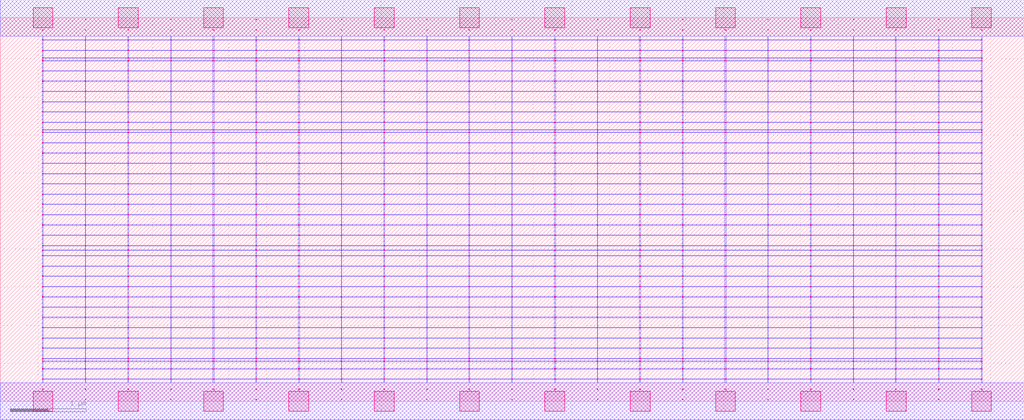
<source format=lef>
MACRO OOOAAOAI22221_DEBUG
 CLASS CORE ;
 FOREIGN OOOAAOAI22221_DEBUG 0 0 ;
 SIZE 13.44 BY 5.04 ;
 ORIGIN 0 0 ;
 SYMMETRY X Y R90 ;
 SITE unit ;

 OBS
    LAYER polycont ;
     RECT 6.71600000 2.58300000 6.72400000 2.59100000 ;
     RECT 6.71600000 2.71800000 6.72400000 2.72600000 ;
     RECT 6.71600000 2.85300000 6.72400000 2.86100000 ;
     RECT 6.71600000 2.98800000 6.72400000 2.99600000 ;
     RECT 8.95600000 2.58300000 8.96400000 2.59100000 ;
     RECT 9.51100000 2.58300000 9.52900000 2.59100000 ;
     RECT 10.07600000 2.58300000 10.08400000 2.59100000 ;
     RECT 10.63600000 2.58300000 10.64900000 2.59100000 ;
     RECT 11.19600000 2.58300000 11.20400000 2.59100000 ;
     RECT 11.75100000 2.58300000 11.76400000 2.59100000 ;
     RECT 12.31600000 2.58300000 12.32400000 2.59100000 ;
     RECT 12.87600000 2.58300000 12.88900000 2.59100000 ;
     RECT 7.27100000 2.58300000 7.28900000 2.59100000 ;
     RECT 7.27100000 2.71800000 7.28900000 2.72600000 ;
     RECT 7.83600000 2.71800000 7.84400000 2.72600000 ;
     RECT 8.39100000 2.71800000 8.40900000 2.72600000 ;
     RECT 8.95600000 2.71800000 8.96400000 2.72600000 ;
     RECT 9.51100000 2.71800000 9.52900000 2.72600000 ;
     RECT 10.07600000 2.71800000 10.08400000 2.72600000 ;
     RECT 10.63600000 2.71800000 10.64900000 2.72600000 ;
     RECT 11.19600000 2.71800000 11.20400000 2.72600000 ;
     RECT 11.75100000 2.71800000 11.76400000 2.72600000 ;
     RECT 12.31600000 2.71800000 12.32400000 2.72600000 ;
     RECT 12.87600000 2.71800000 12.88900000 2.72600000 ;
     RECT 7.83600000 2.58300000 7.84400000 2.59100000 ;
     RECT 7.27100000 2.85300000 7.28900000 2.86100000 ;
     RECT 7.83600000 2.85300000 7.84400000 2.86100000 ;
     RECT 8.39100000 2.85300000 8.40900000 2.86100000 ;
     RECT 8.95600000 2.85300000 8.96400000 2.86100000 ;
     RECT 9.51100000 2.85300000 9.52900000 2.86100000 ;
     RECT 10.07600000 2.85300000 10.08400000 2.86100000 ;
     RECT 10.63600000 2.85300000 10.64900000 2.86100000 ;
     RECT 11.19600000 2.85300000 11.20400000 2.86100000 ;
     RECT 11.75100000 2.85300000 11.76400000 2.86100000 ;
     RECT 12.31600000 2.85300000 12.32400000 2.86100000 ;
     RECT 12.87600000 2.85300000 12.88900000 2.86100000 ;
     RECT 8.39100000 2.58300000 8.40900000 2.59100000 ;
     RECT 7.27100000 2.98800000 7.28900000 2.99600000 ;
     RECT 7.83600000 2.98800000 7.84400000 2.99600000 ;
     RECT 8.39100000 2.98800000 8.40900000 2.99600000 ;
     RECT 8.95600000 2.98800000 8.96400000 2.99600000 ;
     RECT 9.51100000 2.98800000 9.52900000 2.99600000 ;
     RECT 10.07600000 2.98800000 10.08400000 2.99600000 ;
     RECT 10.63600000 2.98800000 10.64900000 2.99600000 ;
     RECT 11.19600000 2.98800000 11.20400000 2.99600000 ;
     RECT 11.75100000 2.98800000 11.76400000 2.99600000 ;
     RECT 12.31600000 2.98800000 12.32400000 2.99600000 ;
     RECT 12.87600000 2.98800000 12.88900000 2.99600000 ;
     RECT 11.19600000 3.12300000 11.20400000 3.13100000 ;
     RECT 11.19600000 3.25800000 11.20400000 3.26600000 ;
     RECT 11.19600000 3.39300000 11.20400000 3.40100000 ;
     RECT 11.19600000 3.52800000 11.20400000 3.53600000 ;
     RECT 11.19600000 3.56100000 11.20400000 3.56900000 ;
     RECT 11.19600000 3.66300000 11.20400000 3.67100000 ;
     RECT 11.19600000 3.79800000 11.20400000 3.80600000 ;
     RECT 11.19600000 3.93300000 11.20400000 3.94100000 ;
     RECT 11.19600000 4.06800000 11.20400000 4.07600000 ;
     RECT 11.19600000 4.20300000 11.20400000 4.21100000 ;
     RECT 11.19600000 4.33800000 11.20400000 4.34600000 ;
     RECT 11.19600000 4.47300000 11.20400000 4.48100000 ;
     RECT 11.19600000 4.51100000 11.20400000 4.51900000 ;
     RECT 11.19600000 4.60800000 11.20400000 4.61600000 ;
     RECT 11.19600000 4.74300000 11.20400000 4.75100000 ;
     RECT 11.19600000 4.87800000 11.20400000 4.88600000 ;
     RECT 5.03600000 2.71800000 5.04900000 2.72600000 ;
     RECT 5.59600000 2.71800000 5.60400000 2.72600000 ;
     RECT 6.15100000 2.71800000 6.16400000 2.72600000 ;
     RECT 1.11600000 2.58300000 1.12400000 2.59100000 ;
     RECT 1.67100000 2.58300000 1.68900000 2.59100000 ;
     RECT 0.55100000 2.98800000 0.56400000 2.99600000 ;
     RECT 1.11600000 2.98800000 1.12400000 2.99600000 ;
     RECT 1.67100000 2.98800000 1.68900000 2.99600000 ;
     RECT 2.23600000 2.98800000 2.24400000 2.99600000 ;
     RECT 2.79100000 2.98800000 2.80900000 2.99600000 ;
     RECT 3.35600000 2.98800000 3.36400000 2.99600000 ;
     RECT 3.91100000 2.98800000 3.92900000 2.99600000 ;
     RECT 4.47600000 2.98800000 4.48400000 2.99600000 ;
     RECT 5.03600000 2.98800000 5.04900000 2.99600000 ;
     RECT 5.59600000 2.98800000 5.60400000 2.99600000 ;
     RECT 6.15100000 2.98800000 6.16400000 2.99600000 ;
     RECT 2.23600000 2.58300000 2.24400000 2.59100000 ;
     RECT 2.79100000 2.58300000 2.80900000 2.59100000 ;
     RECT 3.35600000 2.58300000 3.36400000 2.59100000 ;
     RECT 3.91100000 2.58300000 3.92900000 2.59100000 ;
     RECT 4.47600000 2.58300000 4.48400000 2.59100000 ;
     RECT 5.03600000 2.58300000 5.04900000 2.59100000 ;
     RECT 5.59600000 2.58300000 5.60400000 2.59100000 ;
     RECT 6.15100000 2.58300000 6.16400000 2.59100000 ;
     RECT 0.55100000 2.58300000 0.56400000 2.59100000 ;
     RECT 0.55100000 2.71800000 0.56400000 2.72600000 ;
     RECT 0.55100000 2.85300000 0.56400000 2.86100000 ;
     RECT 1.11600000 2.85300000 1.12400000 2.86100000 ;
     RECT 5.59600000 3.12300000 5.60400000 3.13100000 ;
     RECT 1.67100000 2.85300000 1.68900000 2.86100000 ;
     RECT 5.59600000 3.25800000 5.60400000 3.26600000 ;
     RECT 2.23600000 2.85300000 2.24400000 2.86100000 ;
     RECT 5.59600000 3.39300000 5.60400000 3.40100000 ;
     RECT 2.79100000 2.85300000 2.80900000 2.86100000 ;
     RECT 5.59600000 3.52800000 5.60400000 3.53600000 ;
     RECT 3.35600000 2.85300000 3.36400000 2.86100000 ;
     RECT 5.59600000 3.56100000 5.60400000 3.56900000 ;
     RECT 3.91100000 2.85300000 3.92900000 2.86100000 ;
     RECT 5.59600000 3.66300000 5.60400000 3.67100000 ;
     RECT 4.47600000 2.85300000 4.48400000 2.86100000 ;
     RECT 5.59600000 3.79800000 5.60400000 3.80600000 ;
     RECT 5.03600000 2.85300000 5.04900000 2.86100000 ;
     RECT 5.59600000 3.93300000 5.60400000 3.94100000 ;
     RECT 5.59600000 2.85300000 5.60400000 2.86100000 ;
     RECT 5.59600000 4.06800000 5.60400000 4.07600000 ;
     RECT 6.15100000 2.85300000 6.16400000 2.86100000 ;
     RECT 5.59600000 4.20300000 5.60400000 4.21100000 ;
     RECT 1.11600000 2.71800000 1.12400000 2.72600000 ;
     RECT 5.59600000 4.33800000 5.60400000 4.34600000 ;
     RECT 1.67100000 2.71800000 1.68900000 2.72600000 ;
     RECT 5.59600000 4.47300000 5.60400000 4.48100000 ;
     RECT 2.23600000 2.71800000 2.24400000 2.72600000 ;
     RECT 5.59600000 4.51100000 5.60400000 4.51900000 ;
     RECT 2.79100000 2.71800000 2.80900000 2.72600000 ;
     RECT 5.59600000 4.60800000 5.60400000 4.61600000 ;
     RECT 3.35600000 2.71800000 3.36400000 2.72600000 ;
     RECT 5.59600000 4.74300000 5.60400000 4.75100000 ;
     RECT 3.91100000 2.71800000 3.92900000 2.72600000 ;
     RECT 5.59600000 4.87800000 5.60400000 4.88600000 ;
     RECT 4.47600000 2.71800000 4.48400000 2.72600000 ;
     RECT 11.19600000 1.50300000 11.20400000 1.51100000 ;
     RECT 11.75100000 1.50300000 11.76400000 1.51100000 ;
     RECT 12.31600000 1.50300000 12.32400000 1.51100000 ;
     RECT 12.87600000 1.50300000 12.88900000 1.51100000 ;
     RECT 11.19600000 1.63800000 11.20400000 1.64600000 ;
     RECT 11.75100000 1.63800000 11.76400000 1.64600000 ;
     RECT 12.31600000 1.63800000 12.32400000 1.64600000 ;
     RECT 12.87600000 1.63800000 12.88900000 1.64600000 ;
     RECT 11.19600000 1.77300000 11.20400000 1.78100000 ;
     RECT 11.75100000 1.77300000 11.76400000 1.78100000 ;
     RECT 12.31600000 1.77300000 12.32400000 1.78100000 ;
     RECT 12.87600000 1.77300000 12.88900000 1.78100000 ;
     RECT 11.19600000 1.90800000 11.20400000 1.91600000 ;
     RECT 11.75100000 1.90800000 11.76400000 1.91600000 ;
     RECT 12.31600000 1.90800000 12.32400000 1.91600000 ;
     RECT 12.87600000 1.90800000 12.88900000 1.91600000 ;
     RECT 11.19600000 1.98100000 11.20400000 1.98900000 ;
     RECT 11.75100000 1.98100000 11.76400000 1.98900000 ;
     RECT 12.31600000 1.98100000 12.32400000 1.98900000 ;
     RECT 12.87600000 1.98100000 12.88900000 1.98900000 ;
     RECT 11.19600000 2.04300000 11.20400000 2.05100000 ;
     RECT 11.75100000 2.04300000 11.76400000 2.05100000 ;
     RECT 12.31600000 2.04300000 12.32400000 2.05100000 ;
     RECT 12.87600000 2.04300000 12.88900000 2.05100000 ;
     RECT 11.19600000 2.17800000 11.20400000 2.18600000 ;
     RECT 11.75100000 2.17800000 11.76400000 2.18600000 ;
     RECT 12.31600000 2.17800000 12.32400000 2.18600000 ;
     RECT 12.87600000 2.17800000 12.88900000 2.18600000 ;
     RECT 11.19600000 2.31300000 11.20400000 2.32100000 ;
     RECT 11.75100000 2.31300000 11.76400000 2.32100000 ;
     RECT 12.31600000 2.31300000 12.32400000 2.32100000 ;
     RECT 12.87600000 2.31300000 12.88900000 2.32100000 ;
     RECT 11.19600000 2.44800000 11.20400000 2.45600000 ;
     RECT 11.75100000 2.44800000 11.76400000 2.45600000 ;
     RECT 12.31600000 2.44800000 12.32400000 2.45600000 ;
     RECT 12.87600000 2.44800000 12.88900000 2.45600000 ;
     RECT 11.19600000 0.15300000 11.20400000 0.16100000 ;
     RECT 11.75100000 0.15300000 11.76400000 0.16100000 ;
     RECT 12.31600000 0.15300000 12.32400000 0.16100000 ;
     RECT 12.87600000 0.15300000 12.88900000 0.16100000 ;
     RECT 11.19600000 0.28800000 11.20400000 0.29600000 ;
     RECT 11.75100000 0.28800000 11.76400000 0.29600000 ;
     RECT 12.31600000 0.28800000 12.32400000 0.29600000 ;
     RECT 12.87600000 0.28800000 12.88900000 0.29600000 ;
     RECT 11.19600000 0.42300000 11.20400000 0.43100000 ;
     RECT 11.75100000 0.42300000 11.76400000 0.43100000 ;
     RECT 12.31600000 0.42300000 12.32400000 0.43100000 ;
     RECT 12.87600000 0.42300000 12.88900000 0.43100000 ;
     RECT 11.19600000 0.52100000 11.20400000 0.52900000 ;
     RECT 11.75100000 0.52100000 11.76400000 0.52900000 ;
     RECT 12.31600000 0.52100000 12.32400000 0.52900000 ;
     RECT 12.87600000 0.52100000 12.88900000 0.52900000 ;
     RECT 11.19600000 0.55800000 11.20400000 0.56600000 ;
     RECT 11.75100000 0.55800000 11.76400000 0.56600000 ;
     RECT 12.31600000 0.55800000 12.32400000 0.56600000 ;
     RECT 12.87600000 0.55800000 12.88900000 0.56600000 ;
     RECT 11.19600000 0.69300000 11.20400000 0.70100000 ;
     RECT 11.75100000 0.69300000 11.76400000 0.70100000 ;
     RECT 12.31600000 0.69300000 12.32400000 0.70100000 ;
     RECT 12.87600000 0.69300000 12.88900000 0.70100000 ;
     RECT 11.19600000 0.82800000 11.20400000 0.83600000 ;
     RECT 11.75100000 0.82800000 11.76400000 0.83600000 ;
     RECT 12.31600000 0.82800000 12.32400000 0.83600000 ;
     RECT 12.87600000 0.82800000 12.88900000 0.83600000 ;
     RECT 11.19600000 0.96300000 11.20400000 0.97100000 ;
     RECT 11.75100000 0.96300000 11.76400000 0.97100000 ;
     RECT 12.31600000 0.96300000 12.32400000 0.97100000 ;
     RECT 12.87600000 0.96300000 12.88900000 0.97100000 ;
     RECT 11.19600000 1.09800000 11.20400000 1.10600000 ;
     RECT 11.75100000 1.09800000 11.76400000 1.10600000 ;
     RECT 12.31600000 1.09800000 12.32400000 1.10600000 ;
     RECT 12.87600000 1.09800000 12.88900000 1.10600000 ;
     RECT 11.19600000 1.23300000 11.20400000 1.24100000 ;
     RECT 11.75100000 1.23300000 11.76400000 1.24100000 ;
     RECT 12.31600000 1.23300000 12.32400000 1.24100000 ;
     RECT 12.87600000 1.23300000 12.88900000 1.24100000 ;
     RECT 11.19600000 1.36800000 11.20400000 1.37600000 ;
     RECT 11.75100000 1.36800000 11.76400000 1.37600000 ;
     RECT 12.31600000 1.36800000 12.32400000 1.37600000 ;
     RECT 12.87600000 1.36800000 12.88900000 1.37600000 ;

    LAYER pdiffc ;
     RECT 0.55100000 3.39300000 0.55900000 3.40100000 ;
     RECT 5.04100000 3.39300000 5.04900000 3.40100000 ;
     RECT 6.15100000 3.39300000 6.15900000 3.40100000 ;
     RECT 10.64100000 3.39300000 10.64900000 3.40100000 ;
     RECT 11.75100000 3.39300000 11.75900000 3.40100000 ;
     RECT 12.88100000 3.39300000 12.88900000 3.40100000 ;
     RECT 0.55100000 3.52800000 0.55900000 3.53600000 ;
     RECT 5.04100000 3.52800000 5.04900000 3.53600000 ;
     RECT 6.15100000 3.52800000 6.15900000 3.53600000 ;
     RECT 10.64100000 3.52800000 10.64900000 3.53600000 ;
     RECT 11.75100000 3.52800000 11.75900000 3.53600000 ;
     RECT 12.88100000 3.52800000 12.88900000 3.53600000 ;
     RECT 0.55100000 3.56100000 0.55900000 3.56900000 ;
     RECT 5.04100000 3.56100000 5.04900000 3.56900000 ;
     RECT 6.15100000 3.56100000 6.15900000 3.56900000 ;
     RECT 10.64100000 3.56100000 10.64900000 3.56900000 ;
     RECT 11.75100000 3.56100000 11.75900000 3.56900000 ;
     RECT 12.88100000 3.56100000 12.88900000 3.56900000 ;
     RECT 0.55100000 3.66300000 0.55900000 3.67100000 ;
     RECT 5.04100000 3.66300000 5.04900000 3.67100000 ;
     RECT 6.15100000 3.66300000 6.15900000 3.67100000 ;
     RECT 10.64100000 3.66300000 10.64900000 3.67100000 ;
     RECT 11.75100000 3.66300000 11.75900000 3.67100000 ;
     RECT 12.88100000 3.66300000 12.88900000 3.67100000 ;
     RECT 0.55100000 3.79800000 0.55900000 3.80600000 ;
     RECT 5.04100000 3.79800000 5.04900000 3.80600000 ;
     RECT 6.15100000 3.79800000 6.15900000 3.80600000 ;
     RECT 10.64100000 3.79800000 10.64900000 3.80600000 ;
     RECT 11.75100000 3.79800000 11.75900000 3.80600000 ;
     RECT 12.88100000 3.79800000 12.88900000 3.80600000 ;
     RECT 0.55100000 3.93300000 0.55900000 3.94100000 ;
     RECT 5.04100000 3.93300000 5.04900000 3.94100000 ;
     RECT 6.15100000 3.93300000 6.15900000 3.94100000 ;
     RECT 10.64100000 3.93300000 10.64900000 3.94100000 ;
     RECT 11.75100000 3.93300000 11.75900000 3.94100000 ;
     RECT 12.88100000 3.93300000 12.88900000 3.94100000 ;
     RECT 0.55100000 4.06800000 0.55900000 4.07600000 ;
     RECT 5.04100000 4.06800000 5.04900000 4.07600000 ;
     RECT 6.15100000 4.06800000 6.15900000 4.07600000 ;
     RECT 10.64100000 4.06800000 10.64900000 4.07600000 ;
     RECT 11.75100000 4.06800000 11.75900000 4.07600000 ;
     RECT 12.88100000 4.06800000 12.88900000 4.07600000 ;
     RECT 0.55100000 4.20300000 0.55900000 4.21100000 ;
     RECT 5.04100000 4.20300000 5.04900000 4.21100000 ;
     RECT 6.15100000 4.20300000 6.15900000 4.21100000 ;
     RECT 10.64100000 4.20300000 10.64900000 4.21100000 ;
     RECT 11.75100000 4.20300000 11.75900000 4.21100000 ;
     RECT 12.88100000 4.20300000 12.88900000 4.21100000 ;
     RECT 0.55100000 4.33800000 0.55900000 4.34600000 ;
     RECT 5.04100000 4.33800000 5.04900000 4.34600000 ;
     RECT 6.15100000 4.33800000 6.15900000 4.34600000 ;
     RECT 10.64100000 4.33800000 10.64900000 4.34600000 ;
     RECT 11.75100000 4.33800000 11.75900000 4.34600000 ;
     RECT 12.88100000 4.33800000 12.88900000 4.34600000 ;
     RECT 0.55100000 4.47300000 0.55900000 4.48100000 ;
     RECT 5.04100000 4.47300000 5.04900000 4.48100000 ;
     RECT 6.15100000 4.47300000 6.15900000 4.48100000 ;
     RECT 10.64100000 4.47300000 10.64900000 4.48100000 ;
     RECT 11.75100000 4.47300000 11.75900000 4.48100000 ;
     RECT 12.88100000 4.47300000 12.88900000 4.48100000 ;
     RECT 0.55100000 4.51100000 0.55900000 4.51900000 ;
     RECT 5.04100000 4.51100000 5.04900000 4.51900000 ;
     RECT 6.15100000 4.51100000 6.15900000 4.51900000 ;
     RECT 10.64100000 4.51100000 10.64900000 4.51900000 ;
     RECT 11.75100000 4.51100000 11.75900000 4.51900000 ;
     RECT 12.88100000 4.51100000 12.88900000 4.51900000 ;
     RECT 0.55100000 4.60800000 0.55900000 4.61600000 ;
     RECT 5.04100000 4.60800000 5.04900000 4.61600000 ;
     RECT 6.15100000 4.60800000 6.15900000 4.61600000 ;
     RECT 10.64100000 4.60800000 10.64900000 4.61600000 ;
     RECT 11.75100000 4.60800000 11.75900000 4.61600000 ;
     RECT 12.88100000 4.60800000 12.88900000 4.61600000 ;

    LAYER ndiffc ;
     RECT 6.15100000 0.42300000 6.16400000 0.43100000 ;
     RECT 7.27100000 0.42300000 7.28900000 0.43100000 ;
     RECT 8.39100000 0.42300000 8.40900000 0.43100000 ;
     RECT 9.51100000 0.42300000 9.52900000 0.43100000 ;
     RECT 10.63600000 0.42300000 10.64900000 0.43100000 ;
     RECT 6.15100000 0.52100000 6.16400000 0.52900000 ;
     RECT 7.27100000 0.52100000 7.28900000 0.52900000 ;
     RECT 8.39100000 0.52100000 8.40900000 0.52900000 ;
     RECT 9.51100000 0.52100000 9.52900000 0.52900000 ;
     RECT 10.63600000 0.52100000 10.64900000 0.52900000 ;
     RECT 6.15100000 0.55800000 6.16400000 0.56600000 ;
     RECT 7.27100000 0.55800000 7.28900000 0.56600000 ;
     RECT 8.39100000 0.55800000 8.40900000 0.56600000 ;
     RECT 9.51100000 0.55800000 9.52900000 0.56600000 ;
     RECT 10.63600000 0.55800000 10.64900000 0.56600000 ;
     RECT 6.15100000 0.69300000 6.16400000 0.70100000 ;
     RECT 7.27100000 0.69300000 7.28900000 0.70100000 ;
     RECT 8.39100000 0.69300000 8.40900000 0.70100000 ;
     RECT 9.51100000 0.69300000 9.52900000 0.70100000 ;
     RECT 10.63600000 0.69300000 10.64900000 0.70100000 ;
     RECT 6.15100000 0.82800000 6.16400000 0.83600000 ;
     RECT 7.27100000 0.82800000 7.28900000 0.83600000 ;
     RECT 8.39100000 0.82800000 8.40900000 0.83600000 ;
     RECT 9.51100000 0.82800000 9.52900000 0.83600000 ;
     RECT 10.63600000 0.82800000 10.64900000 0.83600000 ;
     RECT 6.15100000 0.96300000 6.16400000 0.97100000 ;
     RECT 7.27100000 0.96300000 7.28900000 0.97100000 ;
     RECT 8.39100000 0.96300000 8.40900000 0.97100000 ;
     RECT 9.51100000 0.96300000 9.52900000 0.97100000 ;
     RECT 10.63600000 0.96300000 10.64900000 0.97100000 ;
     RECT 6.15100000 1.09800000 6.16400000 1.10600000 ;
     RECT 7.27100000 1.09800000 7.28900000 1.10600000 ;
     RECT 8.39100000 1.09800000 8.40900000 1.10600000 ;
     RECT 9.51100000 1.09800000 9.52900000 1.10600000 ;
     RECT 10.63600000 1.09800000 10.64900000 1.10600000 ;
     RECT 6.15100000 1.23300000 6.16400000 1.24100000 ;
     RECT 7.27100000 1.23300000 7.28900000 1.24100000 ;
     RECT 8.39100000 1.23300000 8.40900000 1.24100000 ;
     RECT 9.51100000 1.23300000 9.52900000 1.24100000 ;
     RECT 10.63600000 1.23300000 10.64900000 1.24100000 ;
     RECT 6.15100000 1.36800000 6.16400000 1.37600000 ;
     RECT 7.27100000 1.36800000 7.28900000 1.37600000 ;
     RECT 8.39100000 1.36800000 8.40900000 1.37600000 ;
     RECT 9.51100000 1.36800000 9.52900000 1.37600000 ;
     RECT 10.63600000 1.36800000 10.64900000 1.37600000 ;
     RECT 6.15100000 1.50300000 6.16400000 1.51100000 ;
     RECT 7.27100000 1.50300000 7.28900000 1.51100000 ;
     RECT 8.39100000 1.50300000 8.40900000 1.51100000 ;
     RECT 9.51100000 1.50300000 9.52900000 1.51100000 ;
     RECT 10.63600000 1.50300000 10.64900000 1.51100000 ;
     RECT 6.15100000 1.63800000 6.16400000 1.64600000 ;
     RECT 7.27100000 1.63800000 7.28900000 1.64600000 ;
     RECT 8.39100000 1.63800000 8.40900000 1.64600000 ;
     RECT 9.51100000 1.63800000 9.52900000 1.64600000 ;
     RECT 10.63600000 1.63800000 10.64900000 1.64600000 ;
     RECT 6.15100000 1.77300000 6.16400000 1.78100000 ;
     RECT 7.27100000 1.77300000 7.28900000 1.78100000 ;
     RECT 8.39100000 1.77300000 8.40900000 1.78100000 ;
     RECT 9.51100000 1.77300000 9.52900000 1.78100000 ;
     RECT 10.63600000 1.77300000 10.64900000 1.78100000 ;
     RECT 6.15100000 1.90800000 6.16400000 1.91600000 ;
     RECT 7.27100000 1.90800000 7.28900000 1.91600000 ;
     RECT 8.39100000 1.90800000 8.40900000 1.91600000 ;
     RECT 9.51100000 1.90800000 9.52900000 1.91600000 ;
     RECT 10.63600000 1.90800000 10.64900000 1.91600000 ;
     RECT 6.15100000 1.98100000 6.16400000 1.98900000 ;
     RECT 7.27100000 1.98100000 7.28900000 1.98900000 ;
     RECT 8.39100000 1.98100000 8.40900000 1.98900000 ;
     RECT 9.51100000 1.98100000 9.52900000 1.98900000 ;
     RECT 10.63600000 1.98100000 10.64900000 1.98900000 ;
     RECT 6.15100000 2.04300000 6.16400000 2.05100000 ;
     RECT 7.27100000 2.04300000 7.28900000 2.05100000 ;
     RECT 8.39100000 2.04300000 8.40900000 2.05100000 ;
     RECT 9.51100000 2.04300000 9.52900000 2.05100000 ;
     RECT 10.63600000 2.04300000 10.64900000 2.05100000 ;
     RECT 0.55100000 0.42300000 0.56400000 0.43100000 ;
     RECT 1.67100000 0.42300000 1.68900000 0.43100000 ;
     RECT 2.79100000 0.42300000 2.80900000 0.43100000 ;
     RECT 3.91100000 0.42300000 3.92900000 0.43100000 ;
     RECT 5.03600000 0.42300000 5.04900000 0.43100000 ;
     RECT 0.55100000 1.36800000 0.56400000 1.37600000 ;
     RECT 1.67100000 1.36800000 1.68900000 1.37600000 ;
     RECT 2.79100000 1.36800000 2.80900000 1.37600000 ;
     RECT 3.91100000 1.36800000 3.92900000 1.37600000 ;
     RECT 5.03600000 1.36800000 5.04900000 1.37600000 ;
     RECT 0.55100000 0.82800000 0.56400000 0.83600000 ;
     RECT 1.67100000 0.82800000 1.68900000 0.83600000 ;
     RECT 2.79100000 0.82800000 2.80900000 0.83600000 ;
     RECT 3.91100000 0.82800000 3.92900000 0.83600000 ;
     RECT 5.03600000 0.82800000 5.04900000 0.83600000 ;
     RECT 0.55100000 1.50300000 0.56400000 1.51100000 ;
     RECT 1.67100000 1.50300000 1.68900000 1.51100000 ;
     RECT 2.79100000 1.50300000 2.80900000 1.51100000 ;
     RECT 3.91100000 1.50300000 3.92900000 1.51100000 ;
     RECT 5.03600000 1.50300000 5.04900000 1.51100000 ;
     RECT 0.55100000 0.55800000 0.56400000 0.56600000 ;
     RECT 1.67100000 0.55800000 1.68900000 0.56600000 ;
     RECT 2.79100000 0.55800000 2.80900000 0.56600000 ;
     RECT 3.91100000 0.55800000 3.92900000 0.56600000 ;
     RECT 5.03600000 0.55800000 5.04900000 0.56600000 ;
     RECT 0.55100000 1.63800000 0.56400000 1.64600000 ;
     RECT 1.67100000 1.63800000 1.68900000 1.64600000 ;
     RECT 2.79100000 1.63800000 2.80900000 1.64600000 ;
     RECT 3.91100000 1.63800000 3.92900000 1.64600000 ;
     RECT 5.03600000 1.63800000 5.04900000 1.64600000 ;
     RECT 0.55100000 0.96300000 0.56400000 0.97100000 ;
     RECT 1.67100000 0.96300000 1.68900000 0.97100000 ;
     RECT 2.79100000 0.96300000 2.80900000 0.97100000 ;
     RECT 3.91100000 0.96300000 3.92900000 0.97100000 ;
     RECT 5.03600000 0.96300000 5.04900000 0.97100000 ;
     RECT 0.55100000 1.77300000 0.56400000 1.78100000 ;
     RECT 1.67100000 1.77300000 1.68900000 1.78100000 ;
     RECT 2.79100000 1.77300000 2.80900000 1.78100000 ;
     RECT 3.91100000 1.77300000 3.92900000 1.78100000 ;
     RECT 5.03600000 1.77300000 5.04900000 1.78100000 ;
     RECT 0.55100000 0.52100000 0.56400000 0.52900000 ;
     RECT 1.67100000 0.52100000 1.68900000 0.52900000 ;
     RECT 2.79100000 0.52100000 2.80900000 0.52900000 ;
     RECT 3.91100000 0.52100000 3.92900000 0.52900000 ;
     RECT 5.03600000 0.52100000 5.04900000 0.52900000 ;
     RECT 0.55100000 1.90800000 0.56400000 1.91600000 ;
     RECT 1.67100000 1.90800000 1.68900000 1.91600000 ;
     RECT 2.79100000 1.90800000 2.80900000 1.91600000 ;
     RECT 3.91100000 1.90800000 3.92900000 1.91600000 ;
     RECT 5.03600000 1.90800000 5.04900000 1.91600000 ;
     RECT 0.55100000 1.09800000 0.56400000 1.10600000 ;
     RECT 1.67100000 1.09800000 1.68900000 1.10600000 ;
     RECT 2.79100000 1.09800000 2.80900000 1.10600000 ;
     RECT 3.91100000 1.09800000 3.92900000 1.10600000 ;
     RECT 5.03600000 1.09800000 5.04900000 1.10600000 ;
     RECT 0.55100000 1.98100000 0.56400000 1.98900000 ;
     RECT 1.67100000 1.98100000 1.68900000 1.98900000 ;
     RECT 2.79100000 1.98100000 2.80900000 1.98900000 ;
     RECT 3.91100000 1.98100000 3.92900000 1.98900000 ;
     RECT 5.03600000 1.98100000 5.04900000 1.98900000 ;
     RECT 0.55100000 0.69300000 0.56400000 0.70100000 ;
     RECT 1.67100000 0.69300000 1.68900000 0.70100000 ;
     RECT 2.79100000 0.69300000 2.80900000 0.70100000 ;
     RECT 3.91100000 0.69300000 3.92900000 0.70100000 ;
     RECT 5.03600000 0.69300000 5.04900000 0.70100000 ;
     RECT 0.55100000 2.04300000 0.56400000 2.05100000 ;
     RECT 1.67100000 2.04300000 1.68900000 2.05100000 ;
     RECT 2.79100000 2.04300000 2.80900000 2.05100000 ;
     RECT 3.91100000 2.04300000 3.92900000 2.05100000 ;
     RECT 5.03600000 2.04300000 5.04900000 2.05100000 ;
     RECT 0.55100000 1.23300000 0.56400000 1.24100000 ;
     RECT 1.67100000 1.23300000 1.68900000 1.24100000 ;
     RECT 2.79100000 1.23300000 2.80900000 1.24100000 ;
     RECT 3.91100000 1.23300000 3.92900000 1.24100000 ;
     RECT 5.03600000 1.23300000 5.04900000 1.24100000 ;

    LAYER met1 ;
     RECT 0.00000000 -0.24000000 13.44000000 0.24000000 ;
     RECT 6.71600000 0.24000000 6.72400000 0.28800000 ;
     RECT 0.55100000 0.28800000 12.88900000 0.29600000 ;
     RECT 6.71600000 0.29600000 6.72400000 0.42300000 ;
     RECT 0.55100000 0.42300000 12.88900000 0.43100000 ;
     RECT 6.71600000 0.43100000 6.72400000 0.52100000 ;
     RECT 0.55100000 0.52100000 12.88900000 0.52900000 ;
     RECT 6.71600000 0.52900000 6.72400000 0.55800000 ;
     RECT 0.55100000 0.55800000 12.88900000 0.56600000 ;
     RECT 6.71600000 0.56600000 6.72400000 0.69300000 ;
     RECT 0.55100000 0.69300000 12.88900000 0.70100000 ;
     RECT 6.71600000 0.70100000 6.72400000 0.82800000 ;
     RECT 0.55100000 0.82800000 12.88900000 0.83600000 ;
     RECT 6.71600000 0.83600000 6.72400000 0.96300000 ;
     RECT 0.55100000 0.96300000 12.88900000 0.97100000 ;
     RECT 6.71600000 0.97100000 6.72400000 1.09800000 ;
     RECT 0.55100000 1.09800000 12.88900000 1.10600000 ;
     RECT 6.71600000 1.10600000 6.72400000 1.23300000 ;
     RECT 0.55100000 1.23300000 12.88900000 1.24100000 ;
     RECT 6.71600000 1.24100000 6.72400000 1.36800000 ;
     RECT 0.55100000 1.36800000 12.88900000 1.37600000 ;
     RECT 6.71600000 1.37600000 6.72400000 1.50300000 ;
     RECT 0.55100000 1.50300000 12.88900000 1.51100000 ;
     RECT 6.71600000 1.51100000 6.72400000 1.63800000 ;
     RECT 0.55100000 1.63800000 12.88900000 1.64600000 ;
     RECT 6.71600000 1.64600000 6.72400000 1.77300000 ;
     RECT 0.55100000 1.77300000 12.88900000 1.78100000 ;
     RECT 6.71600000 1.78100000 6.72400000 1.90800000 ;
     RECT 0.55100000 1.90800000 12.88900000 1.91600000 ;
     RECT 6.71600000 1.91600000 6.72400000 1.98100000 ;
     RECT 0.55100000 1.98100000 12.88900000 1.98900000 ;
     RECT 6.71600000 1.98900000 6.72400000 2.04300000 ;
     RECT 0.55100000 2.04300000 12.88900000 2.05100000 ;
     RECT 6.71600000 2.05100000 6.72400000 2.17800000 ;
     RECT 0.55100000 2.17800000 12.88900000 2.18600000 ;
     RECT 6.71600000 2.18600000 6.72400000 2.31300000 ;
     RECT 0.55100000 2.31300000 12.88900000 2.32100000 ;
     RECT 6.71600000 2.32100000 6.72400000 2.44800000 ;
     RECT 0.55100000 2.44800000 12.88900000 2.45600000 ;
     RECT 0.55100000 2.45600000 0.56400000 2.58300000 ;
     RECT 1.11600000 2.45600000 1.12400000 2.58300000 ;
     RECT 1.67100000 2.45600000 1.68900000 2.58300000 ;
     RECT 2.23600000 2.45600000 2.24400000 2.58300000 ;
     RECT 2.79100000 2.45600000 2.80900000 2.58300000 ;
     RECT 3.35600000 2.45600000 3.36400000 2.58300000 ;
     RECT 3.91100000 2.45600000 3.92900000 2.58300000 ;
     RECT 4.47600000 2.45600000 4.48400000 2.58300000 ;
     RECT 5.03600000 2.45600000 5.04900000 2.58300000 ;
     RECT 5.59600000 2.45600000 5.60400000 2.58300000 ;
     RECT 6.15100000 2.45600000 6.16400000 2.58300000 ;
     RECT 6.71600000 2.45600000 6.72400000 2.58300000 ;
     RECT 7.27100000 2.45600000 7.28900000 2.58300000 ;
     RECT 7.83600000 2.45600000 7.84400000 2.58300000 ;
     RECT 8.39100000 2.45600000 8.40900000 2.58300000 ;
     RECT 8.95600000 2.45600000 8.96400000 2.58300000 ;
     RECT 9.51100000 2.45600000 9.52900000 2.58300000 ;
     RECT 10.07600000 2.45600000 10.08400000 2.58300000 ;
     RECT 10.63600000 2.45600000 10.64900000 2.58300000 ;
     RECT 11.19600000 2.45600000 11.20400000 2.58300000 ;
     RECT 11.75100000 2.45600000 11.76400000 2.58300000 ;
     RECT 12.31600000 2.45600000 12.32400000 2.58300000 ;
     RECT 12.87600000 2.45600000 12.88900000 2.58300000 ;
     RECT 0.55100000 2.58300000 12.88900000 2.59100000 ;
     RECT 6.71600000 2.59100000 6.72400000 2.71800000 ;
     RECT 0.55100000 2.71800000 12.88900000 2.72600000 ;
     RECT 6.71600000 2.72600000 6.72400000 2.85300000 ;
     RECT 0.55100000 2.85300000 12.88900000 2.86100000 ;
     RECT 6.71600000 2.86100000 6.72400000 2.98800000 ;
     RECT 0.55100000 2.98800000 12.88900000 2.99600000 ;
     RECT 6.71600000 2.99600000 6.72400000 3.12300000 ;
     RECT 0.55100000 3.12300000 12.88900000 3.13100000 ;
     RECT 6.71600000 3.13100000 6.72400000 3.25800000 ;
     RECT 0.55100000 3.25800000 12.88900000 3.26600000 ;
     RECT 6.71600000 3.26600000 6.72400000 3.39300000 ;
     RECT 0.55100000 3.39300000 12.88900000 3.40100000 ;
     RECT 6.71600000 3.40100000 6.72400000 3.52800000 ;
     RECT 0.55100000 3.52800000 12.88900000 3.53600000 ;
     RECT 6.71600000 3.53600000 6.72400000 3.56100000 ;
     RECT 0.55100000 3.56100000 12.88900000 3.56900000 ;
     RECT 6.71600000 3.56900000 6.72400000 3.66300000 ;
     RECT 0.55100000 3.66300000 12.88900000 3.67100000 ;
     RECT 6.71600000 3.67100000 6.72400000 3.79800000 ;
     RECT 0.55100000 3.79800000 12.88900000 3.80600000 ;
     RECT 6.71600000 3.80600000 6.72400000 3.93300000 ;
     RECT 0.55100000 3.93300000 12.88900000 3.94100000 ;
     RECT 6.71600000 3.94100000 6.72400000 4.06800000 ;
     RECT 0.55100000 4.06800000 12.88900000 4.07600000 ;
     RECT 6.71600000 4.07600000 6.72400000 4.20300000 ;
     RECT 0.55100000 4.20300000 12.88900000 4.21100000 ;
     RECT 6.71600000 4.21100000 6.72400000 4.33800000 ;
     RECT 0.55100000 4.33800000 12.88900000 4.34600000 ;
     RECT 6.71600000 4.34600000 6.72400000 4.47300000 ;
     RECT 0.55100000 4.47300000 12.88900000 4.48100000 ;
     RECT 6.71600000 4.48100000 6.72400000 4.51100000 ;
     RECT 0.55100000 4.51100000 12.88900000 4.51900000 ;
     RECT 6.71600000 4.51900000 6.72400000 4.60800000 ;
     RECT 0.55100000 4.60800000 12.88900000 4.61600000 ;
     RECT 6.71600000 4.61600000 6.72400000 4.74300000 ;
     RECT 0.55100000 4.74300000 12.88900000 4.75100000 ;
     RECT 6.71600000 4.75100000 6.72400000 4.80000000 ;
     RECT 0.00000000 4.80000000 13.44000000 5.28000000 ;
     RECT 10.07600000 2.59100000 10.08400000 2.71800000 ;
     RECT 10.07600000 2.99600000 10.08400000 3.12300000 ;
     RECT 10.07600000 3.13100000 10.08400000 3.25800000 ;
     RECT 10.07600000 3.26600000 10.08400000 3.39300000 ;
     RECT 10.07600000 3.40100000 10.08400000 3.52800000 ;
     RECT 10.07600000 3.53600000 10.08400000 3.56100000 ;
     RECT 10.07600000 3.56900000 10.08400000 3.66300000 ;
     RECT 10.07600000 3.67100000 10.08400000 3.79800000 ;
     RECT 10.07600000 2.72600000 10.08400000 2.85300000 ;
     RECT 7.27100000 3.80600000 7.28900000 3.93300000 ;
     RECT 7.83600000 3.80600000 7.84400000 3.93300000 ;
     RECT 8.39100000 3.80600000 8.40900000 3.93300000 ;
     RECT 8.95600000 3.80600000 8.96400000 3.93300000 ;
     RECT 9.51100000 3.80600000 9.52900000 3.93300000 ;
     RECT 10.07600000 3.80600000 10.08400000 3.93300000 ;
     RECT 10.63600000 3.80600000 10.64900000 3.93300000 ;
     RECT 11.19600000 3.80600000 11.20400000 3.93300000 ;
     RECT 11.75100000 3.80600000 11.76400000 3.93300000 ;
     RECT 12.31600000 3.80600000 12.32400000 3.93300000 ;
     RECT 12.87600000 3.80600000 12.88900000 3.93300000 ;
     RECT 10.07600000 3.94100000 10.08400000 4.06800000 ;
     RECT 10.07600000 4.07600000 10.08400000 4.20300000 ;
     RECT 10.07600000 4.21100000 10.08400000 4.33800000 ;
     RECT 10.07600000 4.34600000 10.08400000 4.47300000 ;
     RECT 10.07600000 4.48100000 10.08400000 4.51100000 ;
     RECT 10.07600000 2.86100000 10.08400000 2.98800000 ;
     RECT 10.07600000 4.51900000 10.08400000 4.60800000 ;
     RECT 10.07600000 4.61600000 10.08400000 4.74300000 ;
     RECT 10.07600000 4.75100000 10.08400000 4.80000000 ;
     RECT 11.75100000 4.07600000 11.76400000 4.20300000 ;
     RECT 12.31600000 4.07600000 12.32400000 4.20300000 ;
     RECT 12.87600000 4.07600000 12.88900000 4.20300000 ;
     RECT 11.19600000 3.94100000 11.20400000 4.06800000 ;
     RECT 10.63600000 4.21100000 10.64900000 4.33800000 ;
     RECT 11.19600000 4.21100000 11.20400000 4.33800000 ;
     RECT 11.75100000 4.21100000 11.76400000 4.33800000 ;
     RECT 12.31600000 4.21100000 12.32400000 4.33800000 ;
     RECT 12.87600000 4.21100000 12.88900000 4.33800000 ;
     RECT 11.75100000 3.94100000 11.76400000 4.06800000 ;
     RECT 10.63600000 4.34600000 10.64900000 4.47300000 ;
     RECT 11.19600000 4.34600000 11.20400000 4.47300000 ;
     RECT 11.75100000 4.34600000 11.76400000 4.47300000 ;
     RECT 12.31600000 4.34600000 12.32400000 4.47300000 ;
     RECT 12.87600000 4.34600000 12.88900000 4.47300000 ;
     RECT 12.31600000 3.94100000 12.32400000 4.06800000 ;
     RECT 10.63600000 4.48100000 10.64900000 4.51100000 ;
     RECT 11.19600000 4.48100000 11.20400000 4.51100000 ;
     RECT 11.75100000 4.48100000 11.76400000 4.51100000 ;
     RECT 12.31600000 4.48100000 12.32400000 4.51100000 ;
     RECT 12.87600000 4.48100000 12.88900000 4.51100000 ;
     RECT 12.87600000 3.94100000 12.88900000 4.06800000 ;
     RECT 10.63600000 3.94100000 10.64900000 4.06800000 ;
     RECT 10.63600000 4.51900000 10.64900000 4.60800000 ;
     RECT 11.19600000 4.51900000 11.20400000 4.60800000 ;
     RECT 11.75100000 4.51900000 11.76400000 4.60800000 ;
     RECT 12.31600000 4.51900000 12.32400000 4.60800000 ;
     RECT 12.87600000 4.51900000 12.88900000 4.60800000 ;
     RECT 10.63600000 4.07600000 10.64900000 4.20300000 ;
     RECT 10.63600000 4.61600000 10.64900000 4.74300000 ;
     RECT 11.19600000 4.61600000 11.20400000 4.74300000 ;
     RECT 11.75100000 4.61600000 11.76400000 4.74300000 ;
     RECT 12.31600000 4.61600000 12.32400000 4.74300000 ;
     RECT 12.87600000 4.61600000 12.88900000 4.74300000 ;
     RECT 11.19600000 4.07600000 11.20400000 4.20300000 ;
     RECT 10.63600000 4.75100000 10.64900000 4.80000000 ;
     RECT 11.19600000 4.75100000 11.20400000 4.80000000 ;
     RECT 11.75100000 4.75100000 11.76400000 4.80000000 ;
     RECT 12.31600000 4.75100000 12.32400000 4.80000000 ;
     RECT 12.87600000 4.75100000 12.88900000 4.80000000 ;
     RECT 8.39100000 4.21100000 8.40900000 4.33800000 ;
     RECT 8.95600000 4.21100000 8.96400000 4.33800000 ;
     RECT 9.51100000 4.21100000 9.52900000 4.33800000 ;
     RECT 7.83600000 4.07600000 7.84400000 4.20300000 ;
     RECT 8.39100000 4.07600000 8.40900000 4.20300000 ;
     RECT 8.95600000 4.07600000 8.96400000 4.20300000 ;
     RECT 9.51100000 4.07600000 9.52900000 4.20300000 ;
     RECT 7.27100000 4.51900000 7.28900000 4.60800000 ;
     RECT 7.83600000 4.51900000 7.84400000 4.60800000 ;
     RECT 8.39100000 4.51900000 8.40900000 4.60800000 ;
     RECT 8.95600000 4.51900000 8.96400000 4.60800000 ;
     RECT 9.51100000 4.51900000 9.52900000 4.60800000 ;
     RECT 7.83600000 3.94100000 7.84400000 4.06800000 ;
     RECT 8.39100000 3.94100000 8.40900000 4.06800000 ;
     RECT 7.27100000 4.34600000 7.28900000 4.47300000 ;
     RECT 7.83600000 4.34600000 7.84400000 4.47300000 ;
     RECT 8.39100000 4.34600000 8.40900000 4.47300000 ;
     RECT 8.95600000 4.34600000 8.96400000 4.47300000 ;
     RECT 7.27100000 4.61600000 7.28900000 4.74300000 ;
     RECT 7.83600000 4.61600000 7.84400000 4.74300000 ;
     RECT 8.39100000 4.61600000 8.40900000 4.74300000 ;
     RECT 8.95600000 4.61600000 8.96400000 4.74300000 ;
     RECT 9.51100000 4.61600000 9.52900000 4.74300000 ;
     RECT 9.51100000 4.34600000 9.52900000 4.47300000 ;
     RECT 8.95600000 3.94100000 8.96400000 4.06800000 ;
     RECT 9.51100000 3.94100000 9.52900000 4.06800000 ;
     RECT 7.27100000 3.94100000 7.28900000 4.06800000 ;
     RECT 7.27100000 4.07600000 7.28900000 4.20300000 ;
     RECT 7.27100000 4.21100000 7.28900000 4.33800000 ;
     RECT 7.27100000 4.75100000 7.28900000 4.80000000 ;
     RECT 7.83600000 4.75100000 7.84400000 4.80000000 ;
     RECT 8.39100000 4.75100000 8.40900000 4.80000000 ;
     RECT 8.95600000 4.75100000 8.96400000 4.80000000 ;
     RECT 9.51100000 4.75100000 9.52900000 4.80000000 ;
     RECT 7.83600000 4.21100000 7.84400000 4.33800000 ;
     RECT 7.27100000 4.48100000 7.28900000 4.51100000 ;
     RECT 7.83600000 4.48100000 7.84400000 4.51100000 ;
     RECT 8.39100000 4.48100000 8.40900000 4.51100000 ;
     RECT 8.95600000 4.48100000 8.96400000 4.51100000 ;
     RECT 9.51100000 4.48100000 9.52900000 4.51100000 ;
     RECT 7.83600000 2.99600000 7.84400000 3.12300000 ;
     RECT 7.27100000 2.59100000 7.28900000 2.71800000 ;
     RECT 8.39100000 2.86100000 8.40900000 2.98800000 ;
     RECT 8.95600000 2.86100000 8.96400000 2.98800000 ;
     RECT 7.27100000 3.40100000 7.28900000 3.52800000 ;
     RECT 7.83600000 3.40100000 7.84400000 3.52800000 ;
     RECT 8.39100000 3.40100000 8.40900000 3.52800000 ;
     RECT 8.95600000 3.40100000 8.96400000 3.52800000 ;
     RECT 9.51100000 3.40100000 9.52900000 3.52800000 ;
     RECT 8.39100000 2.99600000 8.40900000 3.12300000 ;
     RECT 7.83600000 2.59100000 7.84400000 2.71800000 ;
     RECT 7.27100000 2.72600000 7.28900000 2.85300000 ;
     RECT 7.27100000 3.53600000 7.28900000 3.56100000 ;
     RECT 7.83600000 3.53600000 7.84400000 3.56100000 ;
     RECT 8.39100000 3.53600000 8.40900000 3.56100000 ;
     RECT 9.51100000 2.86100000 9.52900000 2.98800000 ;
     RECT 8.95600000 3.53600000 8.96400000 3.56100000 ;
     RECT 9.51100000 3.53600000 9.52900000 3.56100000 ;
     RECT 8.95600000 2.99600000 8.96400000 3.12300000 ;
     RECT 7.83600000 2.72600000 7.84400000 2.85300000 ;
     RECT 8.39100000 2.72600000 8.40900000 2.85300000 ;
     RECT 7.27100000 3.56900000 7.28900000 3.66300000 ;
     RECT 7.83600000 3.56900000 7.84400000 3.66300000 ;
     RECT 8.39100000 3.56900000 8.40900000 3.66300000 ;
     RECT 8.95600000 3.56900000 8.96400000 3.66300000 ;
     RECT 9.51100000 3.56900000 9.52900000 3.66300000 ;
     RECT 8.39100000 2.59100000 8.40900000 2.71800000 ;
     RECT 8.95600000 2.59100000 8.96400000 2.71800000 ;
     RECT 9.51100000 2.99600000 9.52900000 3.12300000 ;
     RECT 8.95600000 2.72600000 8.96400000 2.85300000 ;
     RECT 9.51100000 2.72600000 9.52900000 2.85300000 ;
     RECT 7.27100000 3.67100000 7.28900000 3.79800000 ;
     RECT 7.83600000 3.67100000 7.84400000 3.79800000 ;
     RECT 8.39100000 3.67100000 8.40900000 3.79800000 ;
     RECT 8.95600000 3.67100000 8.96400000 3.79800000 ;
     RECT 9.51100000 3.67100000 9.52900000 3.79800000 ;
     RECT 9.51100000 2.59100000 9.52900000 2.71800000 ;
     RECT 7.27100000 3.13100000 7.28900000 3.25800000 ;
     RECT 7.83600000 3.13100000 7.84400000 3.25800000 ;
     RECT 7.27100000 2.86100000 7.28900000 2.98800000 ;
     RECT 7.83600000 2.86100000 7.84400000 2.98800000 ;
     RECT 8.39100000 3.13100000 8.40900000 3.25800000 ;
     RECT 8.95600000 3.13100000 8.96400000 3.25800000 ;
     RECT 9.51100000 3.13100000 9.52900000 3.25800000 ;
     RECT 7.27100000 2.99600000 7.28900000 3.12300000 ;
     RECT 7.27100000 3.26600000 7.28900000 3.39300000 ;
     RECT 7.83600000 3.26600000 7.84400000 3.39300000 ;
     RECT 8.39100000 3.26600000 8.40900000 3.39300000 ;
     RECT 8.95600000 3.26600000 8.96400000 3.39300000 ;
     RECT 9.51100000 3.26600000 9.52900000 3.39300000 ;
     RECT 10.63600000 3.13100000 10.64900000 3.25800000 ;
     RECT 11.19600000 3.13100000 11.20400000 3.25800000 ;
     RECT 10.63600000 3.56900000 10.64900000 3.66300000 ;
     RECT 12.31600000 2.72600000 12.32400000 2.85300000 ;
     RECT 12.87600000 2.72600000 12.88900000 2.85300000 ;
     RECT 11.19600000 3.56900000 11.20400000 3.66300000 ;
     RECT 11.75100000 3.56900000 11.76400000 3.66300000 ;
     RECT 12.31600000 3.56900000 12.32400000 3.66300000 ;
     RECT 12.87600000 3.56900000 12.88900000 3.66300000 ;
     RECT 11.75100000 3.13100000 11.76400000 3.25800000 ;
     RECT 12.31600000 3.13100000 12.32400000 3.25800000 ;
     RECT 12.87600000 3.13100000 12.88900000 3.25800000 ;
     RECT 11.75100000 2.59100000 11.76400000 2.71800000 ;
     RECT 10.63600000 3.40100000 10.64900000 3.52800000 ;
     RECT 11.19600000 3.40100000 11.20400000 3.52800000 ;
     RECT 11.75100000 3.40100000 11.76400000 3.52800000 ;
     RECT 12.31600000 3.40100000 12.32400000 3.52800000 ;
     RECT 10.63600000 3.67100000 10.64900000 3.79800000 ;
     RECT 11.19600000 3.67100000 11.20400000 3.79800000 ;
     RECT 11.75100000 3.67100000 11.76400000 3.79800000 ;
     RECT 12.31600000 3.67100000 12.32400000 3.79800000 ;
     RECT 12.87600000 3.67100000 12.88900000 3.79800000 ;
     RECT 12.87600000 3.40100000 12.88900000 3.52800000 ;
     RECT 10.63600000 2.86100000 10.64900000 2.98800000 ;
     RECT 11.19600000 2.86100000 11.20400000 2.98800000 ;
     RECT 10.63600000 2.72600000 10.64900000 2.85300000 ;
     RECT 12.31600000 2.59100000 12.32400000 2.71800000 ;
     RECT 11.19600000 2.59100000 11.20400000 2.71800000 ;
     RECT 10.63600000 2.99600000 10.64900000 3.12300000 ;
     RECT 11.19600000 2.99600000 11.20400000 3.12300000 ;
     RECT 11.75100000 2.99600000 11.76400000 3.12300000 ;
     RECT 12.31600000 2.99600000 12.32400000 3.12300000 ;
     RECT 12.87600000 2.99600000 12.88900000 3.12300000 ;
     RECT 10.63600000 3.26600000 10.64900000 3.39300000 ;
     RECT 10.63600000 3.53600000 10.64900000 3.56100000 ;
     RECT 11.19600000 3.53600000 11.20400000 3.56100000 ;
     RECT 11.75100000 2.86100000 11.76400000 2.98800000 ;
     RECT 12.31600000 2.86100000 12.32400000 2.98800000 ;
     RECT 11.75100000 3.53600000 11.76400000 3.56100000 ;
     RECT 11.19600000 2.72600000 11.20400000 2.85300000 ;
     RECT 11.75100000 2.72600000 11.76400000 2.85300000 ;
     RECT 12.31600000 3.53600000 12.32400000 3.56100000 ;
     RECT 12.87600000 3.53600000 12.88900000 3.56100000 ;
     RECT 11.19600000 3.26600000 11.20400000 3.39300000 ;
     RECT 11.75100000 3.26600000 11.76400000 3.39300000 ;
     RECT 12.31600000 3.26600000 12.32400000 3.39300000 ;
     RECT 12.87600000 3.26600000 12.88900000 3.39300000 ;
     RECT 12.87600000 2.59100000 12.88900000 2.71800000 ;
     RECT 10.63600000 2.59100000 10.64900000 2.71800000 ;
     RECT 12.87600000 2.86100000 12.88900000 2.98800000 ;
     RECT 4.47600000 3.80600000 4.48400000 3.93300000 ;
     RECT 5.03600000 3.80600000 5.04900000 3.93300000 ;
     RECT 5.59600000 3.80600000 5.60400000 3.93300000 ;
     RECT 6.15100000 3.80600000 6.16400000 3.93300000 ;
     RECT 3.35600000 2.59100000 3.36400000 2.71800000 ;
     RECT 3.35600000 3.94100000 3.36400000 4.06800000 ;
     RECT 3.35600000 2.99600000 3.36400000 3.12300000 ;
     RECT 3.35600000 3.40100000 3.36400000 3.52800000 ;
     RECT 3.35600000 4.07600000 3.36400000 4.20300000 ;
     RECT 3.35600000 4.21100000 3.36400000 4.33800000 ;
     RECT 3.35600000 3.53600000 3.36400000 3.56100000 ;
     RECT 3.35600000 4.34600000 3.36400000 4.47300000 ;
     RECT 3.35600000 3.13100000 3.36400000 3.25800000 ;
     RECT 3.35600000 4.48100000 3.36400000 4.51100000 ;
     RECT 3.35600000 3.56900000 3.36400000 3.66300000 ;
     RECT 3.35600000 2.86100000 3.36400000 2.98800000 ;
     RECT 3.35600000 4.51900000 3.36400000 4.60800000 ;
     RECT 3.35600000 4.61600000 3.36400000 4.74300000 ;
     RECT 3.35600000 3.67100000 3.36400000 3.79800000 ;
     RECT 3.35600000 2.72600000 3.36400000 2.85300000 ;
     RECT 3.35600000 4.75100000 3.36400000 4.80000000 ;
     RECT 3.35600000 3.26600000 3.36400000 3.39300000 ;
     RECT 0.55100000 3.80600000 0.56400000 3.93300000 ;
     RECT 1.11600000 3.80600000 1.12400000 3.93300000 ;
     RECT 1.67100000 3.80600000 1.68900000 3.93300000 ;
     RECT 2.23600000 3.80600000 2.24400000 3.93300000 ;
     RECT 2.79100000 3.80600000 2.80900000 3.93300000 ;
     RECT 3.35600000 3.80600000 3.36400000 3.93300000 ;
     RECT 3.91100000 3.80600000 3.92900000 3.93300000 ;
     RECT 5.03600000 4.34600000 5.04900000 4.47300000 ;
     RECT 5.59600000 4.34600000 5.60400000 4.47300000 ;
     RECT 6.15100000 4.34600000 6.16400000 4.47300000 ;
     RECT 4.47600000 3.94100000 4.48400000 4.06800000 ;
     RECT 5.03600000 3.94100000 5.04900000 4.06800000 ;
     RECT 3.91100000 4.48100000 3.92900000 4.51100000 ;
     RECT 4.47600000 4.48100000 4.48400000 4.51100000 ;
     RECT 5.03600000 4.48100000 5.04900000 4.51100000 ;
     RECT 5.59600000 4.48100000 5.60400000 4.51100000 ;
     RECT 6.15100000 4.48100000 6.16400000 4.51100000 ;
     RECT 3.91100000 4.07600000 3.92900000 4.20300000 ;
     RECT 4.47600000 4.07600000 4.48400000 4.20300000 ;
     RECT 5.03600000 4.07600000 5.04900000 4.20300000 ;
     RECT 3.91100000 4.51900000 3.92900000 4.60800000 ;
     RECT 4.47600000 4.51900000 4.48400000 4.60800000 ;
     RECT 5.03600000 4.51900000 5.04900000 4.60800000 ;
     RECT 5.59600000 4.51900000 5.60400000 4.60800000 ;
     RECT 6.15100000 4.51900000 6.16400000 4.60800000 ;
     RECT 5.59600000 4.07600000 5.60400000 4.20300000 ;
     RECT 3.91100000 4.61600000 3.92900000 4.74300000 ;
     RECT 4.47600000 4.61600000 4.48400000 4.74300000 ;
     RECT 5.03600000 4.61600000 5.04900000 4.74300000 ;
     RECT 5.59600000 4.61600000 5.60400000 4.74300000 ;
     RECT 6.15100000 4.61600000 6.16400000 4.74300000 ;
     RECT 6.15100000 4.07600000 6.16400000 4.20300000 ;
     RECT 5.59600000 3.94100000 5.60400000 4.06800000 ;
     RECT 3.91100000 4.21100000 3.92900000 4.33800000 ;
     RECT 3.91100000 4.75100000 3.92900000 4.80000000 ;
     RECT 4.47600000 4.75100000 4.48400000 4.80000000 ;
     RECT 5.03600000 4.75100000 5.04900000 4.80000000 ;
     RECT 5.59600000 4.75100000 5.60400000 4.80000000 ;
     RECT 6.15100000 4.75100000 6.16400000 4.80000000 ;
     RECT 4.47600000 4.21100000 4.48400000 4.33800000 ;
     RECT 5.03600000 4.21100000 5.04900000 4.33800000 ;
     RECT 5.59600000 4.21100000 5.60400000 4.33800000 ;
     RECT 6.15100000 4.21100000 6.16400000 4.33800000 ;
     RECT 6.15100000 3.94100000 6.16400000 4.06800000 ;
     RECT 3.91100000 3.94100000 3.92900000 4.06800000 ;
     RECT 3.91100000 4.34600000 3.92900000 4.47300000 ;
     RECT 4.47600000 4.34600000 4.48400000 4.47300000 ;
     RECT 2.23600000 4.51900000 2.24400000 4.60800000 ;
     RECT 2.79100000 4.51900000 2.80900000 4.60800000 ;
     RECT 0.55100000 4.34600000 0.56400000 4.47300000 ;
     RECT 1.11600000 4.34600000 1.12400000 4.47300000 ;
     RECT 1.67100000 4.34600000 1.68900000 4.47300000 ;
     RECT 2.23600000 4.34600000 2.24400000 4.47300000 ;
     RECT 2.79100000 4.34600000 2.80900000 4.47300000 ;
     RECT 1.11600000 3.94100000 1.12400000 4.06800000 ;
     RECT 0.55100000 4.61600000 0.56400000 4.74300000 ;
     RECT 1.11600000 4.61600000 1.12400000 4.74300000 ;
     RECT 1.67100000 4.61600000 1.68900000 4.74300000 ;
     RECT 2.23600000 4.61600000 2.24400000 4.74300000 ;
     RECT 2.79100000 4.61600000 2.80900000 4.74300000 ;
     RECT 1.67100000 3.94100000 1.68900000 4.06800000 ;
     RECT 0.55100000 4.07600000 0.56400000 4.20300000 ;
     RECT 0.55100000 4.21100000 0.56400000 4.33800000 ;
     RECT 1.11600000 4.21100000 1.12400000 4.33800000 ;
     RECT 1.67100000 4.21100000 1.68900000 4.33800000 ;
     RECT 2.23600000 4.21100000 2.24400000 4.33800000 ;
     RECT 0.55100000 4.48100000 0.56400000 4.51100000 ;
     RECT 1.11600000 4.48100000 1.12400000 4.51100000 ;
     RECT 0.55100000 4.75100000 0.56400000 4.80000000 ;
     RECT 1.11600000 4.75100000 1.12400000 4.80000000 ;
     RECT 1.67100000 4.75100000 1.68900000 4.80000000 ;
     RECT 2.23600000 4.75100000 2.24400000 4.80000000 ;
     RECT 2.79100000 4.75100000 2.80900000 4.80000000 ;
     RECT 1.67100000 4.48100000 1.68900000 4.51100000 ;
     RECT 2.23600000 4.48100000 2.24400000 4.51100000 ;
     RECT 2.79100000 4.48100000 2.80900000 4.51100000 ;
     RECT 2.79100000 4.21100000 2.80900000 4.33800000 ;
     RECT 1.11600000 4.07600000 1.12400000 4.20300000 ;
     RECT 1.67100000 4.07600000 1.68900000 4.20300000 ;
     RECT 2.23600000 4.07600000 2.24400000 4.20300000 ;
     RECT 2.79100000 4.07600000 2.80900000 4.20300000 ;
     RECT 2.23600000 3.94100000 2.24400000 4.06800000 ;
     RECT 2.79100000 3.94100000 2.80900000 4.06800000 ;
     RECT 0.55100000 3.94100000 0.56400000 4.06800000 ;
     RECT 0.55100000 4.51900000 0.56400000 4.60800000 ;
     RECT 1.11600000 4.51900000 1.12400000 4.60800000 ;
     RECT 1.67100000 4.51900000 1.68900000 4.60800000 ;
     RECT 1.67100000 2.99600000 1.68900000 3.12300000 ;
     RECT 2.23600000 2.99600000 2.24400000 3.12300000 ;
     RECT 2.79100000 2.99600000 2.80900000 3.12300000 ;
     RECT 2.23600000 2.59100000 2.24400000 2.71800000 ;
     RECT 1.67100000 2.86100000 1.68900000 2.98800000 ;
     RECT 1.67100000 2.72600000 1.68900000 2.85300000 ;
     RECT 2.23600000 2.72600000 2.24400000 2.85300000 ;
     RECT 2.79100000 2.72600000 2.80900000 2.85300000 ;
     RECT 0.55100000 3.67100000 0.56400000 3.79800000 ;
     RECT 1.11600000 3.67100000 1.12400000 3.79800000 ;
     RECT 1.67100000 3.67100000 1.68900000 3.79800000 ;
     RECT 2.23600000 3.67100000 2.24400000 3.79800000 ;
     RECT 2.79100000 3.67100000 2.80900000 3.79800000 ;
     RECT 2.23600000 2.86100000 2.24400000 2.98800000 ;
     RECT 0.55100000 3.13100000 0.56400000 3.25800000 ;
     RECT 1.11600000 3.13100000 1.12400000 3.25800000 ;
     RECT 1.67100000 3.13100000 1.68900000 3.25800000 ;
     RECT 2.23600000 3.13100000 2.24400000 3.25800000 ;
     RECT 2.79100000 3.13100000 2.80900000 3.25800000 ;
     RECT 2.79100000 2.59100000 2.80900000 2.71800000 ;
     RECT 0.55100000 3.56900000 0.56400000 3.66300000 ;
     RECT 1.11600000 3.56900000 1.12400000 3.66300000 ;
     RECT 1.67100000 3.56900000 1.68900000 3.66300000 ;
     RECT 1.67100000 2.59100000 1.68900000 2.71800000 ;
     RECT 0.55100000 2.99600000 0.56400000 3.12300000 ;
     RECT 0.55100000 3.40100000 0.56400000 3.52800000 ;
     RECT 0.55100000 3.26600000 0.56400000 3.39300000 ;
     RECT 1.11600000 3.26600000 1.12400000 3.39300000 ;
     RECT 1.67100000 3.26600000 1.68900000 3.39300000 ;
     RECT 2.23600000 3.26600000 2.24400000 3.39300000 ;
     RECT 1.11600000 3.40100000 1.12400000 3.52800000 ;
     RECT 1.11600000 3.53600000 1.12400000 3.56100000 ;
     RECT 1.67100000 3.53600000 1.68900000 3.56100000 ;
     RECT 2.23600000 3.53600000 2.24400000 3.56100000 ;
     RECT 2.79100000 3.53600000 2.80900000 3.56100000 ;
     RECT 1.67100000 3.40100000 1.68900000 3.52800000 ;
     RECT 1.11600000 2.72600000 1.12400000 2.85300000 ;
     RECT 0.55100000 2.86100000 0.56400000 2.98800000 ;
     RECT 2.23600000 3.56900000 2.24400000 3.66300000 ;
     RECT 2.79100000 3.56900000 2.80900000 3.66300000 ;
     RECT 1.11600000 2.86100000 1.12400000 2.98800000 ;
     RECT 2.79100000 3.26600000 2.80900000 3.39300000 ;
     RECT 2.79100000 2.86100000 2.80900000 2.98800000 ;
     RECT 2.23600000 3.40100000 2.24400000 3.52800000 ;
     RECT 0.55100000 2.59100000 0.56400000 2.71800000 ;
     RECT 1.11600000 2.59100000 1.12400000 2.71800000 ;
     RECT 0.55100000 2.72600000 0.56400000 2.85300000 ;
     RECT 0.55100000 3.53600000 0.56400000 3.56100000 ;
     RECT 2.79100000 3.40100000 2.80900000 3.52800000 ;
     RECT 1.11600000 2.99600000 1.12400000 3.12300000 ;
     RECT 6.15100000 2.72600000 6.16400000 2.85300000 ;
     RECT 4.47600000 2.99600000 4.48400000 3.12300000 ;
     RECT 5.03600000 2.99600000 5.04900000 3.12300000 ;
     RECT 5.59600000 2.99600000 5.60400000 3.12300000 ;
     RECT 6.15100000 2.99600000 6.16400000 3.12300000 ;
     RECT 3.91100000 2.59100000 3.92900000 2.71800000 ;
     RECT 4.47600000 2.59100000 4.48400000 2.71800000 ;
     RECT 3.91100000 3.56900000 3.92900000 3.66300000 ;
     RECT 4.47600000 3.56900000 4.48400000 3.66300000 ;
     RECT 5.03600000 3.56900000 5.04900000 3.66300000 ;
     RECT 5.59600000 3.56900000 5.60400000 3.66300000 ;
     RECT 6.15100000 3.56900000 6.16400000 3.66300000 ;
     RECT 5.03600000 3.13100000 5.04900000 3.25800000 ;
     RECT 5.59600000 3.13100000 5.60400000 3.25800000 ;
     RECT 3.91100000 3.67100000 3.92900000 3.79800000 ;
     RECT 4.47600000 3.67100000 4.48400000 3.79800000 ;
     RECT 5.03600000 3.67100000 5.04900000 3.79800000 ;
     RECT 5.59600000 3.67100000 5.60400000 3.79800000 ;
     RECT 6.15100000 3.67100000 6.16400000 3.79800000 ;
     RECT 6.15100000 3.13100000 6.16400000 3.25800000 ;
     RECT 3.91100000 2.72600000 3.92900000 2.85300000 ;
     RECT 4.47600000 2.72600000 4.48400000 2.85300000 ;
     RECT 5.03600000 2.59100000 5.04900000 2.71800000 ;
     RECT 5.59600000 2.59100000 5.60400000 2.71800000 ;
     RECT 6.15100000 2.59100000 6.16400000 2.71800000 ;
     RECT 6.15100000 3.26600000 6.16400000 3.39300000 ;
     RECT 3.91100000 3.53600000 3.92900000 3.56100000 ;
     RECT 4.47600000 3.53600000 4.48400000 3.56100000 ;
     RECT 5.03600000 3.53600000 5.04900000 3.56100000 ;
     RECT 3.91100000 3.13100000 3.92900000 3.25800000 ;
     RECT 4.47600000 3.13100000 4.48400000 3.25800000 ;
     RECT 5.59600000 3.53600000 5.60400000 3.56100000 ;
     RECT 6.15100000 3.53600000 6.16400000 3.56100000 ;
     RECT 5.03600000 2.72600000 5.04900000 2.85300000 ;
     RECT 5.59600000 2.72600000 5.60400000 2.85300000 ;
     RECT 3.91100000 2.86100000 3.92900000 2.98800000 ;
     RECT 4.47600000 2.86100000 4.48400000 2.98800000 ;
     RECT 5.03600000 2.86100000 5.04900000 2.98800000 ;
     RECT 5.59600000 2.86100000 5.60400000 2.98800000 ;
     RECT 3.91100000 3.26600000 3.92900000 3.39300000 ;
     RECT 4.47600000 3.26600000 4.48400000 3.39300000 ;
     RECT 5.03600000 3.26600000 5.04900000 3.39300000 ;
     RECT 5.59600000 3.26600000 5.60400000 3.39300000 ;
     RECT 6.15100000 2.86100000 6.16400000 2.98800000 ;
     RECT 3.91100000 3.40100000 3.92900000 3.52800000 ;
     RECT 4.47600000 3.40100000 4.48400000 3.52800000 ;
     RECT 5.03600000 3.40100000 5.04900000 3.52800000 ;
     RECT 5.59600000 3.40100000 5.60400000 3.52800000 ;
     RECT 6.15100000 3.40100000 6.16400000 3.52800000 ;
     RECT 3.91100000 2.99600000 3.92900000 3.12300000 ;
     RECT 0.55100000 1.10600000 0.56400000 1.23300000 ;
     RECT 1.11600000 1.10600000 1.12400000 1.23300000 ;
     RECT 1.67100000 1.10600000 1.68900000 1.23300000 ;
     RECT 2.23600000 1.10600000 2.24400000 1.23300000 ;
     RECT 2.79100000 1.10600000 2.80900000 1.23300000 ;
     RECT 3.35600000 1.10600000 3.36400000 1.23300000 ;
     RECT 3.91100000 1.10600000 3.92900000 1.23300000 ;
     RECT 4.47600000 1.10600000 4.48400000 1.23300000 ;
     RECT 5.03600000 1.10600000 5.04900000 1.23300000 ;
     RECT 5.59600000 1.10600000 5.60400000 1.23300000 ;
     RECT 6.15100000 1.10600000 6.16400000 1.23300000 ;
     RECT 3.35600000 1.24100000 3.36400000 1.36800000 ;
     RECT 3.35600000 0.29600000 3.36400000 0.42300000 ;
     RECT 3.35600000 1.37600000 3.36400000 1.50300000 ;
     RECT 3.35600000 1.51100000 3.36400000 1.63800000 ;
     RECT 3.35600000 1.64600000 3.36400000 1.77300000 ;
     RECT 3.35600000 1.78100000 3.36400000 1.90800000 ;
     RECT 3.35600000 1.91600000 3.36400000 1.98100000 ;
     RECT 3.35600000 1.98900000 3.36400000 2.04300000 ;
     RECT 3.35600000 0.43100000 3.36400000 0.52100000 ;
     RECT 3.35600000 2.05100000 3.36400000 2.17800000 ;
     RECT 3.35600000 2.18600000 3.36400000 2.31300000 ;
     RECT 3.35600000 2.32100000 3.36400000 2.44800000 ;
     RECT 3.35600000 0.24000000 3.36400000 0.28800000 ;
     RECT 3.35600000 0.52900000 3.36400000 0.55800000 ;
     RECT 3.35600000 0.56600000 3.36400000 0.69300000 ;
     RECT 3.35600000 0.70100000 3.36400000 0.82800000 ;
     RECT 3.35600000 0.83600000 3.36400000 0.96300000 ;
     RECT 3.35600000 0.97100000 3.36400000 1.09800000 ;
     RECT 6.15100000 1.51100000 6.16400000 1.63800000 ;
     RECT 5.59600000 1.24100000 5.60400000 1.36800000 ;
     RECT 3.91100000 1.64600000 3.92900000 1.77300000 ;
     RECT 4.47600000 1.64600000 4.48400000 1.77300000 ;
     RECT 5.03600000 1.64600000 5.04900000 1.77300000 ;
     RECT 5.59600000 1.64600000 5.60400000 1.77300000 ;
     RECT 6.15100000 1.64600000 6.16400000 1.77300000 ;
     RECT 6.15100000 1.24100000 6.16400000 1.36800000 ;
     RECT 3.91100000 1.78100000 3.92900000 1.90800000 ;
     RECT 4.47600000 1.78100000 4.48400000 1.90800000 ;
     RECT 5.03600000 1.78100000 5.04900000 1.90800000 ;
     RECT 5.59600000 1.78100000 5.60400000 1.90800000 ;
     RECT 6.15100000 1.78100000 6.16400000 1.90800000 ;
     RECT 3.91100000 1.24100000 3.92900000 1.36800000 ;
     RECT 3.91100000 1.91600000 3.92900000 1.98100000 ;
     RECT 4.47600000 1.91600000 4.48400000 1.98100000 ;
     RECT 5.03600000 1.91600000 5.04900000 1.98100000 ;
     RECT 5.59600000 1.91600000 5.60400000 1.98100000 ;
     RECT 6.15100000 1.91600000 6.16400000 1.98100000 ;
     RECT 4.47600000 1.24100000 4.48400000 1.36800000 ;
     RECT 3.91100000 1.98900000 3.92900000 2.04300000 ;
     RECT 4.47600000 1.98900000 4.48400000 2.04300000 ;
     RECT 5.03600000 1.98900000 5.04900000 2.04300000 ;
     RECT 5.59600000 1.98900000 5.60400000 2.04300000 ;
     RECT 6.15100000 1.98900000 6.16400000 2.04300000 ;
     RECT 3.91100000 1.37600000 3.92900000 1.50300000 ;
     RECT 4.47600000 1.37600000 4.48400000 1.50300000 ;
     RECT 3.91100000 2.05100000 3.92900000 2.17800000 ;
     RECT 4.47600000 2.05100000 4.48400000 2.17800000 ;
     RECT 5.03600000 2.05100000 5.04900000 2.17800000 ;
     RECT 5.59600000 2.05100000 5.60400000 2.17800000 ;
     RECT 6.15100000 2.05100000 6.16400000 2.17800000 ;
     RECT 5.03600000 1.37600000 5.04900000 1.50300000 ;
     RECT 3.91100000 2.18600000 3.92900000 2.31300000 ;
     RECT 4.47600000 2.18600000 4.48400000 2.31300000 ;
     RECT 5.03600000 2.18600000 5.04900000 2.31300000 ;
     RECT 5.59600000 2.18600000 5.60400000 2.31300000 ;
     RECT 6.15100000 2.18600000 6.16400000 2.31300000 ;
     RECT 5.59600000 1.37600000 5.60400000 1.50300000 ;
     RECT 3.91100000 2.32100000 3.92900000 2.44800000 ;
     RECT 4.47600000 2.32100000 4.48400000 2.44800000 ;
     RECT 5.03600000 2.32100000 5.04900000 2.44800000 ;
     RECT 5.59600000 2.32100000 5.60400000 2.44800000 ;
     RECT 6.15100000 2.32100000 6.16400000 2.44800000 ;
     RECT 6.15100000 1.37600000 6.16400000 1.50300000 ;
     RECT 5.03600000 1.24100000 5.04900000 1.36800000 ;
     RECT 3.91100000 1.51100000 3.92900000 1.63800000 ;
     RECT 4.47600000 1.51100000 4.48400000 1.63800000 ;
     RECT 5.03600000 1.51100000 5.04900000 1.63800000 ;
     RECT 5.59600000 1.51100000 5.60400000 1.63800000 ;
     RECT 1.11600000 1.98900000 1.12400000 2.04300000 ;
     RECT 1.67100000 1.98900000 1.68900000 2.04300000 ;
     RECT 2.23600000 1.98900000 2.24400000 2.04300000 ;
     RECT 2.79100000 1.98900000 2.80900000 2.04300000 ;
     RECT 2.23600000 1.64600000 2.24400000 1.77300000 ;
     RECT 2.79100000 1.64600000 2.80900000 1.77300000 ;
     RECT 2.79100000 1.24100000 2.80900000 1.36800000 ;
     RECT 0.55100000 1.24100000 0.56400000 1.36800000 ;
     RECT 1.11600000 1.24100000 1.12400000 1.36800000 ;
     RECT 0.55100000 1.37600000 0.56400000 1.50300000 ;
     RECT 0.55100000 1.51100000 0.56400000 1.63800000 ;
     RECT 0.55100000 2.05100000 0.56400000 2.17800000 ;
     RECT 1.11600000 2.05100000 1.12400000 2.17800000 ;
     RECT 1.67100000 2.05100000 1.68900000 2.17800000 ;
     RECT 2.23600000 2.05100000 2.24400000 2.17800000 ;
     RECT 2.79100000 2.05100000 2.80900000 2.17800000 ;
     RECT 1.11600000 1.51100000 1.12400000 1.63800000 ;
     RECT 0.55100000 1.78100000 0.56400000 1.90800000 ;
     RECT 1.11600000 1.78100000 1.12400000 1.90800000 ;
     RECT 1.67100000 1.78100000 1.68900000 1.90800000 ;
     RECT 2.23600000 1.78100000 2.24400000 1.90800000 ;
     RECT 2.79100000 1.78100000 2.80900000 1.90800000 ;
     RECT 0.55100000 2.18600000 0.56400000 2.31300000 ;
     RECT 1.11600000 2.18600000 1.12400000 2.31300000 ;
     RECT 1.67100000 2.18600000 1.68900000 2.31300000 ;
     RECT 2.23600000 2.18600000 2.24400000 2.31300000 ;
     RECT 2.79100000 2.18600000 2.80900000 2.31300000 ;
     RECT 1.67100000 1.51100000 1.68900000 1.63800000 ;
     RECT 2.23600000 1.51100000 2.24400000 1.63800000 ;
     RECT 2.79100000 1.51100000 2.80900000 1.63800000 ;
     RECT 1.11600000 1.37600000 1.12400000 1.50300000 ;
     RECT 1.67100000 1.37600000 1.68900000 1.50300000 ;
     RECT 2.23600000 1.37600000 2.24400000 1.50300000 ;
     RECT 0.55100000 2.32100000 0.56400000 2.44800000 ;
     RECT 1.11600000 2.32100000 1.12400000 2.44800000 ;
     RECT 1.67100000 2.32100000 1.68900000 2.44800000 ;
     RECT 2.23600000 2.32100000 2.24400000 2.44800000 ;
     RECT 2.79100000 2.32100000 2.80900000 2.44800000 ;
     RECT 0.55100000 1.91600000 0.56400000 1.98100000 ;
     RECT 1.11600000 1.91600000 1.12400000 1.98100000 ;
     RECT 1.67100000 1.91600000 1.68900000 1.98100000 ;
     RECT 2.23600000 1.91600000 2.24400000 1.98100000 ;
     RECT 2.79100000 1.91600000 2.80900000 1.98100000 ;
     RECT 2.79100000 1.37600000 2.80900000 1.50300000 ;
     RECT 1.67100000 1.24100000 1.68900000 1.36800000 ;
     RECT 2.23600000 1.24100000 2.24400000 1.36800000 ;
     RECT 0.55100000 1.64600000 0.56400000 1.77300000 ;
     RECT 1.11600000 1.64600000 1.12400000 1.77300000 ;
     RECT 1.67100000 1.64600000 1.68900000 1.77300000 ;
     RECT 0.55100000 1.98900000 0.56400000 2.04300000 ;
     RECT 1.67100000 0.43100000 1.68900000 0.52100000 ;
     RECT 2.23600000 0.43100000 2.24400000 0.52100000 ;
     RECT 2.79100000 0.29600000 2.80900000 0.42300000 ;
     RECT 2.79100000 0.43100000 2.80900000 0.52100000 ;
     RECT 1.67100000 0.29600000 1.68900000 0.42300000 ;
     RECT 2.79100000 0.24000000 2.80900000 0.28800000 ;
     RECT 1.67100000 0.24000000 1.68900000 0.28800000 ;
     RECT 0.55100000 0.52900000 0.56400000 0.55800000 ;
     RECT 1.11600000 0.52900000 1.12400000 0.55800000 ;
     RECT 1.67100000 0.52900000 1.68900000 0.55800000 ;
     RECT 2.23600000 0.52900000 2.24400000 0.55800000 ;
     RECT 2.79100000 0.52900000 2.80900000 0.55800000 ;
     RECT 0.55100000 0.43100000 0.56400000 0.52100000 ;
     RECT 0.55100000 0.56600000 0.56400000 0.69300000 ;
     RECT 1.11600000 0.56600000 1.12400000 0.69300000 ;
     RECT 1.67100000 0.56600000 1.68900000 0.69300000 ;
     RECT 2.23600000 0.56600000 2.24400000 0.69300000 ;
     RECT 2.79100000 0.56600000 2.80900000 0.69300000 ;
     RECT 1.11600000 0.43100000 1.12400000 0.52100000 ;
     RECT 0.55100000 0.70100000 0.56400000 0.82800000 ;
     RECT 1.11600000 0.70100000 1.12400000 0.82800000 ;
     RECT 1.67100000 0.70100000 1.68900000 0.82800000 ;
     RECT 2.23600000 0.70100000 2.24400000 0.82800000 ;
     RECT 2.79100000 0.70100000 2.80900000 0.82800000 ;
     RECT 2.23600000 0.24000000 2.24400000 0.28800000 ;
     RECT 0.55100000 0.24000000 0.56400000 0.28800000 ;
     RECT 0.55100000 0.83600000 0.56400000 0.96300000 ;
     RECT 1.11600000 0.83600000 1.12400000 0.96300000 ;
     RECT 1.67100000 0.83600000 1.68900000 0.96300000 ;
     RECT 2.23600000 0.83600000 2.24400000 0.96300000 ;
     RECT 2.79100000 0.83600000 2.80900000 0.96300000 ;
     RECT 1.11600000 0.29600000 1.12400000 0.42300000 ;
     RECT 1.11600000 0.24000000 1.12400000 0.28800000 ;
     RECT 0.55100000 0.29600000 0.56400000 0.42300000 ;
     RECT 0.55100000 0.97100000 0.56400000 1.09800000 ;
     RECT 1.11600000 0.97100000 1.12400000 1.09800000 ;
     RECT 1.67100000 0.97100000 1.68900000 1.09800000 ;
     RECT 2.23600000 0.97100000 2.24400000 1.09800000 ;
     RECT 2.79100000 0.97100000 2.80900000 1.09800000 ;
     RECT 2.23600000 0.29600000 2.24400000 0.42300000 ;
     RECT 5.03600000 0.56600000 5.04900000 0.69300000 ;
     RECT 5.59600000 0.56600000 5.60400000 0.69300000 ;
     RECT 6.15100000 0.56600000 6.16400000 0.69300000 ;
     RECT 5.03600000 0.24000000 5.04900000 0.28800000 ;
     RECT 5.59600000 0.24000000 5.60400000 0.28800000 ;
     RECT 3.91100000 0.29600000 3.92900000 0.42300000 ;
     RECT 5.59600000 0.29600000 5.60400000 0.42300000 ;
     RECT 6.15100000 0.29600000 6.16400000 0.42300000 ;
     RECT 3.91100000 0.43100000 3.92900000 0.52100000 ;
     RECT 4.47600000 0.43100000 4.48400000 0.52100000 ;
     RECT 6.15100000 0.97100000 6.16400000 1.09800000 ;
     RECT 3.91100000 0.70100000 3.92900000 0.82800000 ;
     RECT 4.47600000 0.70100000 4.48400000 0.82800000 ;
     RECT 5.03600000 0.70100000 5.04900000 0.82800000 ;
     RECT 5.59600000 0.70100000 5.60400000 0.82800000 ;
     RECT 6.15100000 0.70100000 6.16400000 0.82800000 ;
     RECT 6.15100000 0.24000000 6.16400000 0.28800000 ;
     RECT 3.91100000 0.52900000 3.92900000 0.55800000 ;
     RECT 4.47600000 0.52900000 4.48400000 0.55800000 ;
     RECT 5.03600000 0.52900000 5.04900000 0.55800000 ;
     RECT 5.59600000 0.52900000 5.60400000 0.55800000 ;
     RECT 6.15100000 0.52900000 6.16400000 0.55800000 ;
     RECT 3.91100000 0.24000000 3.92900000 0.28800000 ;
     RECT 4.47600000 0.24000000 4.48400000 0.28800000 ;
     RECT 3.91100000 0.83600000 3.92900000 0.96300000 ;
     RECT 4.47600000 0.83600000 4.48400000 0.96300000 ;
     RECT 5.03600000 0.83600000 5.04900000 0.96300000 ;
     RECT 5.59600000 0.83600000 5.60400000 0.96300000 ;
     RECT 6.15100000 0.83600000 6.16400000 0.96300000 ;
     RECT 5.59600000 0.97100000 5.60400000 1.09800000 ;
     RECT 5.03600000 0.43100000 5.04900000 0.52100000 ;
     RECT 5.59600000 0.43100000 5.60400000 0.52100000 ;
     RECT 6.15100000 0.43100000 6.16400000 0.52100000 ;
     RECT 4.47600000 0.29600000 4.48400000 0.42300000 ;
     RECT 5.03600000 0.29600000 5.04900000 0.42300000 ;
     RECT 3.91100000 0.56600000 3.92900000 0.69300000 ;
     RECT 4.47600000 0.56600000 4.48400000 0.69300000 ;
     RECT 3.91100000 0.97100000 3.92900000 1.09800000 ;
     RECT 4.47600000 0.97100000 4.48400000 1.09800000 ;
     RECT 5.03600000 0.97100000 5.04900000 1.09800000 ;
     RECT 10.07600000 1.78100000 10.08400000 1.90800000 ;
     RECT 10.07600000 0.97100000 10.08400000 1.09800000 ;
     RECT 10.07600000 1.91600000 10.08400000 1.98100000 ;
     RECT 10.07600000 0.56600000 10.08400000 0.69300000 ;
     RECT 7.27100000 1.10600000 7.28900000 1.23300000 ;
     RECT 7.83600000 1.10600000 7.84400000 1.23300000 ;
     RECT 8.39100000 1.10600000 8.40900000 1.23300000 ;
     RECT 10.07600000 1.98900000 10.08400000 2.04300000 ;
     RECT 8.95600000 1.10600000 8.96400000 1.23300000 ;
     RECT 9.51100000 1.10600000 9.52900000 1.23300000 ;
     RECT 10.07600000 1.10600000 10.08400000 1.23300000 ;
     RECT 10.63600000 1.10600000 10.64900000 1.23300000 ;
     RECT 11.19600000 1.10600000 11.20400000 1.23300000 ;
     RECT 11.75100000 1.10600000 11.76400000 1.23300000 ;
     RECT 12.31600000 1.10600000 12.32400000 1.23300000 ;
     RECT 12.87600000 1.10600000 12.88900000 1.23300000 ;
     RECT 10.07600000 0.43100000 10.08400000 0.52100000 ;
     RECT 10.07600000 2.05100000 10.08400000 2.17800000 ;
     RECT 10.07600000 2.18600000 10.08400000 2.31300000 ;
     RECT 10.07600000 1.24100000 10.08400000 1.36800000 ;
     RECT 10.07600000 0.29600000 10.08400000 0.42300000 ;
     RECT 10.07600000 2.32100000 10.08400000 2.44800000 ;
     RECT 10.07600000 0.70100000 10.08400000 0.82800000 ;
     RECT 10.07600000 1.37600000 10.08400000 1.50300000 ;
     RECT 10.07600000 0.24000000 10.08400000 0.28800000 ;
     RECT 10.07600000 1.51100000 10.08400000 1.63800000 ;
     RECT 10.07600000 0.52900000 10.08400000 0.55800000 ;
     RECT 10.07600000 0.83600000 10.08400000 0.96300000 ;
     RECT 10.07600000 1.64600000 10.08400000 1.77300000 ;
     RECT 11.75100000 1.91600000 11.76400000 1.98100000 ;
     RECT 12.31600000 1.91600000 12.32400000 1.98100000 ;
     RECT 12.87600000 1.91600000 12.88900000 1.98100000 ;
     RECT 10.63600000 1.78100000 10.64900000 1.90800000 ;
     RECT 11.19600000 1.78100000 11.20400000 1.90800000 ;
     RECT 11.75100000 1.78100000 11.76400000 1.90800000 ;
     RECT 10.63600000 2.05100000 10.64900000 2.17800000 ;
     RECT 11.19600000 2.05100000 11.20400000 2.17800000 ;
     RECT 11.75100000 2.05100000 11.76400000 2.17800000 ;
     RECT 12.31600000 2.05100000 12.32400000 2.17800000 ;
     RECT 12.87600000 2.05100000 12.88900000 2.17800000 ;
     RECT 12.31600000 1.78100000 12.32400000 1.90800000 ;
     RECT 10.63600000 2.18600000 10.64900000 2.31300000 ;
     RECT 11.19600000 2.18600000 11.20400000 2.31300000 ;
     RECT 11.75100000 2.18600000 11.76400000 2.31300000 ;
     RECT 12.31600000 2.18600000 12.32400000 2.31300000 ;
     RECT 12.87600000 2.18600000 12.88900000 2.31300000 ;
     RECT 12.87600000 1.78100000 12.88900000 1.90800000 ;
     RECT 10.63600000 1.24100000 10.64900000 1.36800000 ;
     RECT 11.19600000 1.24100000 11.20400000 1.36800000 ;
     RECT 11.75100000 1.24100000 11.76400000 1.36800000 ;
     RECT 12.31600000 1.24100000 12.32400000 1.36800000 ;
     RECT 12.87600000 1.24100000 12.88900000 1.36800000 ;
     RECT 10.63600000 1.98900000 10.64900000 2.04300000 ;
     RECT 11.19600000 1.98900000 11.20400000 2.04300000 ;
     RECT 10.63600000 2.32100000 10.64900000 2.44800000 ;
     RECT 11.19600000 2.32100000 11.20400000 2.44800000 ;
     RECT 11.75100000 2.32100000 11.76400000 2.44800000 ;
     RECT 12.31600000 2.32100000 12.32400000 2.44800000 ;
     RECT 12.87600000 2.32100000 12.88900000 2.44800000 ;
     RECT 11.75100000 1.98900000 11.76400000 2.04300000 ;
     RECT 12.31600000 1.98900000 12.32400000 2.04300000 ;
     RECT 10.63600000 1.37600000 10.64900000 1.50300000 ;
     RECT 11.19600000 1.37600000 11.20400000 1.50300000 ;
     RECT 11.75100000 1.37600000 11.76400000 1.50300000 ;
     RECT 12.31600000 1.37600000 12.32400000 1.50300000 ;
     RECT 12.87600000 1.37600000 12.88900000 1.50300000 ;
     RECT 12.87600000 1.98900000 12.88900000 2.04300000 ;
     RECT 12.87600000 1.64600000 12.88900000 1.77300000 ;
     RECT 10.63600000 1.51100000 10.64900000 1.63800000 ;
     RECT 11.19600000 1.51100000 11.20400000 1.63800000 ;
     RECT 11.75100000 1.51100000 11.76400000 1.63800000 ;
     RECT 12.31600000 1.51100000 12.32400000 1.63800000 ;
     RECT 12.87600000 1.51100000 12.88900000 1.63800000 ;
     RECT 12.31600000 1.64600000 12.32400000 1.77300000 ;
     RECT 10.63600000 1.91600000 10.64900000 1.98100000 ;
     RECT 11.19600000 1.91600000 11.20400000 1.98100000 ;
     RECT 10.63600000 1.64600000 10.64900000 1.77300000 ;
     RECT 11.19600000 1.64600000 11.20400000 1.77300000 ;
     RECT 11.75100000 1.64600000 11.76400000 1.77300000 ;
     RECT 7.27100000 2.05100000 7.28900000 2.17800000 ;
     RECT 7.83600000 2.05100000 7.84400000 2.17800000 ;
     RECT 8.39100000 2.05100000 8.40900000 2.17800000 ;
     RECT 8.95600000 2.05100000 8.96400000 2.17800000 ;
     RECT 7.27100000 2.32100000 7.28900000 2.44800000 ;
     RECT 7.83600000 2.32100000 7.84400000 2.44800000 ;
     RECT 8.39100000 2.32100000 8.40900000 2.44800000 ;
     RECT 8.95600000 2.32100000 8.96400000 2.44800000 ;
     RECT 9.51100000 2.32100000 9.52900000 2.44800000 ;
     RECT 9.51100000 2.05100000 9.52900000 2.17800000 ;
     RECT 8.39100000 1.78100000 8.40900000 1.90800000 ;
     RECT 8.95600000 1.78100000 8.96400000 1.90800000 ;
     RECT 9.51100000 1.78100000 9.52900000 1.90800000 ;
     RECT 7.27100000 1.78100000 7.28900000 1.90800000 ;
     RECT 7.83600000 1.78100000 7.84400000 1.90800000 ;
     RECT 7.27100000 1.91600000 7.28900000 1.98100000 ;
     RECT 7.27100000 1.37600000 7.28900000 1.50300000 ;
     RECT 7.83600000 1.37600000 7.84400000 1.50300000 ;
     RECT 8.39100000 1.37600000 8.40900000 1.50300000 ;
     RECT 8.95600000 1.37600000 8.96400000 1.50300000 ;
     RECT 9.51100000 1.37600000 9.52900000 1.50300000 ;
     RECT 7.27100000 1.24100000 7.28900000 1.36800000 ;
     RECT 7.83600000 1.24100000 7.84400000 1.36800000 ;
     RECT 8.39100000 1.24100000 8.40900000 1.36800000 ;
     RECT 8.95600000 1.24100000 8.96400000 1.36800000 ;
     RECT 9.51100000 1.24100000 9.52900000 1.36800000 ;
     RECT 7.27100000 2.18600000 7.28900000 2.31300000 ;
     RECT 7.83600000 2.18600000 7.84400000 2.31300000 ;
     RECT 7.27100000 1.51100000 7.28900000 1.63800000 ;
     RECT 7.83600000 1.51100000 7.84400000 1.63800000 ;
     RECT 8.39100000 1.51100000 8.40900000 1.63800000 ;
     RECT 8.95600000 1.51100000 8.96400000 1.63800000 ;
     RECT 9.51100000 1.51100000 9.52900000 1.63800000 ;
     RECT 8.39100000 2.18600000 8.40900000 2.31300000 ;
     RECT 8.95600000 2.18600000 8.96400000 2.31300000 ;
     RECT 9.51100000 2.18600000 9.52900000 2.31300000 ;
     RECT 7.83600000 1.91600000 7.84400000 1.98100000 ;
     RECT 8.39100000 1.91600000 8.40900000 1.98100000 ;
     RECT 8.95600000 1.91600000 8.96400000 1.98100000 ;
     RECT 9.51100000 1.91600000 9.52900000 1.98100000 ;
     RECT 7.27100000 1.98900000 7.28900000 2.04300000 ;
     RECT 7.27100000 1.64600000 7.28900000 1.77300000 ;
     RECT 7.83600000 1.64600000 7.84400000 1.77300000 ;
     RECT 8.39100000 1.64600000 8.40900000 1.77300000 ;
     RECT 8.95600000 1.64600000 8.96400000 1.77300000 ;
     RECT 9.51100000 1.64600000 9.52900000 1.77300000 ;
     RECT 7.83600000 1.98900000 7.84400000 2.04300000 ;
     RECT 8.39100000 1.98900000 8.40900000 2.04300000 ;
     RECT 8.95600000 1.98900000 8.96400000 2.04300000 ;
     RECT 9.51100000 1.98900000 9.52900000 2.04300000 ;
     RECT 8.95600000 0.29600000 8.96400000 0.42300000 ;
     RECT 9.51100000 0.29600000 9.52900000 0.42300000 ;
     RECT 9.51100000 0.56600000 9.52900000 0.69300000 ;
     RECT 7.27100000 0.70100000 7.28900000 0.82800000 ;
     RECT 8.39100000 0.24000000 8.40900000 0.28800000 ;
     RECT 8.95600000 0.24000000 8.96400000 0.28800000 ;
     RECT 9.51100000 0.24000000 9.52900000 0.28800000 ;
     RECT 7.83600000 0.70100000 7.84400000 0.82800000 ;
     RECT 7.27100000 0.52900000 7.28900000 0.55800000 ;
     RECT 7.83600000 0.52900000 7.84400000 0.55800000 ;
     RECT 8.39100000 0.52900000 8.40900000 0.55800000 ;
     RECT 8.95600000 0.52900000 8.96400000 0.55800000 ;
     RECT 9.51100000 0.52900000 9.52900000 0.55800000 ;
     RECT 8.39100000 0.70100000 8.40900000 0.82800000 ;
     RECT 8.95600000 0.70100000 8.96400000 0.82800000 ;
     RECT 7.27100000 0.24000000 7.28900000 0.28800000 ;
     RECT 7.83600000 0.24000000 7.84400000 0.28800000 ;
     RECT 7.27100000 0.29600000 7.28900000 0.42300000 ;
     RECT 7.83600000 0.97100000 7.84400000 1.09800000 ;
     RECT 8.39100000 0.97100000 8.40900000 1.09800000 ;
     RECT 9.51100000 0.43100000 9.52900000 0.52100000 ;
     RECT 8.95600000 0.97100000 8.96400000 1.09800000 ;
     RECT 9.51100000 0.97100000 9.52900000 1.09800000 ;
     RECT 7.27100000 0.97100000 7.28900000 1.09800000 ;
     RECT 7.83600000 0.29600000 7.84400000 0.42300000 ;
     RECT 7.27100000 0.83600000 7.28900000 0.96300000 ;
     RECT 7.83600000 0.83600000 7.84400000 0.96300000 ;
     RECT 8.39100000 0.83600000 8.40900000 0.96300000 ;
     RECT 8.95600000 0.83600000 8.96400000 0.96300000 ;
     RECT 9.51100000 0.83600000 9.52900000 0.96300000 ;
     RECT 7.27100000 0.43100000 7.28900000 0.52100000 ;
     RECT 9.51100000 0.70100000 9.52900000 0.82800000 ;
     RECT 7.83600000 0.43100000 7.84400000 0.52100000 ;
     RECT 8.39100000 0.43100000 8.40900000 0.52100000 ;
     RECT 8.95600000 0.43100000 8.96400000 0.52100000 ;
     RECT 7.27100000 0.56600000 7.28900000 0.69300000 ;
     RECT 7.83600000 0.56600000 7.84400000 0.69300000 ;
     RECT 8.39100000 0.56600000 8.40900000 0.69300000 ;
     RECT 8.95600000 0.56600000 8.96400000 0.69300000 ;
     RECT 8.39100000 0.29600000 8.40900000 0.42300000 ;
     RECT 12.31600000 0.52900000 12.32400000 0.55800000 ;
     RECT 12.87600000 0.52900000 12.88900000 0.55800000 ;
     RECT 10.63600000 0.24000000 10.64900000 0.28800000 ;
     RECT 11.19600000 0.24000000 11.20400000 0.28800000 ;
     RECT 11.75100000 0.24000000 11.76400000 0.28800000 ;
     RECT 12.31600000 0.24000000 12.32400000 0.28800000 ;
     RECT 12.87600000 0.24000000 12.88900000 0.28800000 ;
     RECT 11.19600000 0.52900000 11.20400000 0.55800000 ;
     RECT 10.63600000 0.56600000 10.64900000 0.69300000 ;
     RECT 11.19600000 0.56600000 11.20400000 0.69300000 ;
     RECT 11.75100000 0.52900000 11.76400000 0.55800000 ;
     RECT 10.63600000 0.97100000 10.64900000 1.09800000 ;
     RECT 11.19600000 0.97100000 11.20400000 1.09800000 ;
     RECT 10.63600000 0.70100000 10.64900000 0.82800000 ;
     RECT 11.19600000 0.70100000 11.20400000 0.82800000 ;
     RECT 11.75100000 0.70100000 11.76400000 0.82800000 ;
     RECT 12.31600000 0.70100000 12.32400000 0.82800000 ;
     RECT 10.63600000 0.43100000 10.64900000 0.52100000 ;
     RECT 11.19600000 0.43100000 11.20400000 0.52100000 ;
     RECT 11.75100000 0.43100000 11.76400000 0.52100000 ;
     RECT 12.31600000 0.43100000 12.32400000 0.52100000 ;
     RECT 12.87600000 0.43100000 12.88900000 0.52100000 ;
     RECT 11.75100000 0.97100000 11.76400000 1.09800000 ;
     RECT 12.31600000 0.97100000 12.32400000 1.09800000 ;
     RECT 10.63600000 0.29600000 10.64900000 0.42300000 ;
     RECT 10.63600000 0.83600000 10.64900000 0.96300000 ;
     RECT 11.19600000 0.83600000 11.20400000 0.96300000 ;
     RECT 11.75100000 0.83600000 11.76400000 0.96300000 ;
     RECT 12.31600000 0.83600000 12.32400000 0.96300000 ;
     RECT 12.87600000 0.83600000 12.88900000 0.96300000 ;
     RECT 10.63600000 0.52900000 10.64900000 0.55800000 ;
     RECT 11.19600000 0.29600000 11.20400000 0.42300000 ;
     RECT 12.87600000 0.97100000 12.88900000 1.09800000 ;
     RECT 11.75100000 0.56600000 11.76400000 0.69300000 ;
     RECT 12.87600000 0.70100000 12.88900000 0.82800000 ;
     RECT 11.75100000 0.29600000 11.76400000 0.42300000 ;
     RECT 12.31600000 0.29600000 12.32400000 0.42300000 ;
     RECT 12.87600000 0.29600000 12.88900000 0.42300000 ;
     RECT 12.31600000 0.56600000 12.32400000 0.69300000 ;
     RECT 12.87600000 0.56600000 12.88900000 0.69300000 ;

    LAYER via1 ;
     RECT 6.71600000 0.01800000 6.72400000 0.02600000 ;
     RECT 6.71600000 0.15300000 6.72400000 0.16100000 ;
     RECT 6.71600000 0.28800000 6.72400000 0.29600000 ;
     RECT 6.71600000 0.42300000 6.72400000 0.43100000 ;
     RECT 6.71600000 0.52100000 6.72400000 0.52900000 ;
     RECT 6.71600000 0.55800000 6.72400000 0.56600000 ;
     RECT 6.71600000 0.69300000 6.72400000 0.70100000 ;
     RECT 6.71600000 0.82800000 6.72400000 0.83600000 ;
     RECT 6.71600000 0.96300000 6.72400000 0.97100000 ;
     RECT 6.71600000 1.09800000 6.72400000 1.10600000 ;
     RECT 6.71600000 1.23300000 6.72400000 1.24100000 ;
     RECT 6.71600000 1.36800000 6.72400000 1.37600000 ;
     RECT 6.71600000 1.50300000 6.72400000 1.51100000 ;
     RECT 6.71600000 1.63800000 6.72400000 1.64600000 ;
     RECT 6.71600000 1.77300000 6.72400000 1.78100000 ;
     RECT 6.71600000 1.90800000 6.72400000 1.91600000 ;
     RECT 6.71600000 1.98100000 6.72400000 1.98900000 ;
     RECT 6.71600000 2.04300000 6.72400000 2.05100000 ;
     RECT 6.71600000 2.17800000 6.72400000 2.18600000 ;
     RECT 6.71600000 2.31300000 6.72400000 2.32100000 ;
     RECT 6.71600000 2.44800000 6.72400000 2.45600000 ;
     RECT 6.71600000 2.58300000 6.72400000 2.59100000 ;
     RECT 6.71600000 2.71800000 6.72400000 2.72600000 ;
     RECT 6.71600000 2.85300000 6.72400000 2.86100000 ;
     RECT 6.71600000 2.98800000 6.72400000 2.99600000 ;
     RECT 6.71600000 3.12300000 6.72400000 3.13100000 ;
     RECT 6.71600000 3.25800000 6.72400000 3.26600000 ;
     RECT 6.71600000 3.39300000 6.72400000 3.40100000 ;
     RECT 6.71600000 3.52800000 6.72400000 3.53600000 ;
     RECT 6.71600000 3.56100000 6.72400000 3.56900000 ;
     RECT 6.71600000 3.66300000 6.72400000 3.67100000 ;
     RECT 6.71600000 3.79800000 6.72400000 3.80600000 ;
     RECT 6.71600000 3.93300000 6.72400000 3.94100000 ;
     RECT 6.71600000 4.06800000 6.72400000 4.07600000 ;
     RECT 6.71600000 4.20300000 6.72400000 4.21100000 ;
     RECT 6.71600000 4.33800000 6.72400000 4.34600000 ;
     RECT 6.71600000 4.47300000 6.72400000 4.48100000 ;
     RECT 6.71600000 4.51100000 6.72400000 4.51900000 ;
     RECT 6.71600000 4.60800000 6.72400000 4.61600000 ;
     RECT 6.71600000 4.74300000 6.72400000 4.75100000 ;
     RECT 6.71600000 4.87800000 6.72400000 4.88600000 ;
     RECT 6.71600000 5.01300000 6.72400000 5.02100000 ;
     RECT 10.07600000 3.93300000 10.08400000 3.94100000 ;
     RECT 10.63600000 3.93300000 10.64900000 3.94100000 ;
     RECT 11.19600000 3.93300000 11.20400000 3.94100000 ;
     RECT 11.75100000 3.93300000 11.76400000 3.94100000 ;
     RECT 12.31600000 3.93300000 12.32400000 3.94100000 ;
     RECT 12.87600000 3.93300000 12.88900000 3.94100000 ;
     RECT 10.07600000 4.06800000 10.08400000 4.07600000 ;
     RECT 10.63600000 4.06800000 10.64900000 4.07600000 ;
     RECT 11.19600000 4.06800000 11.20400000 4.07600000 ;
     RECT 11.75100000 4.06800000 11.76400000 4.07600000 ;
     RECT 12.31600000 4.06800000 12.32400000 4.07600000 ;
     RECT 12.87600000 4.06800000 12.88900000 4.07600000 ;
     RECT 10.07600000 4.20300000 10.08400000 4.21100000 ;
     RECT 10.63600000 4.20300000 10.64900000 4.21100000 ;
     RECT 11.19600000 4.20300000 11.20400000 4.21100000 ;
     RECT 11.75100000 4.20300000 11.76400000 4.21100000 ;
     RECT 12.31600000 4.20300000 12.32400000 4.21100000 ;
     RECT 12.87600000 4.20300000 12.88900000 4.21100000 ;
     RECT 10.07600000 4.33800000 10.08400000 4.34600000 ;
     RECT 10.63600000 4.33800000 10.64900000 4.34600000 ;
     RECT 11.19600000 4.33800000 11.20400000 4.34600000 ;
     RECT 11.75100000 4.33800000 11.76400000 4.34600000 ;
     RECT 12.31600000 4.33800000 12.32400000 4.34600000 ;
     RECT 12.87600000 4.33800000 12.88900000 4.34600000 ;
     RECT 10.07600000 4.47300000 10.08400000 4.48100000 ;
     RECT 10.63600000 4.47300000 10.64900000 4.48100000 ;
     RECT 11.19600000 4.47300000 11.20400000 4.48100000 ;
     RECT 11.75100000 4.47300000 11.76400000 4.48100000 ;
     RECT 12.31600000 4.47300000 12.32400000 4.48100000 ;
     RECT 12.87600000 4.47300000 12.88900000 4.48100000 ;
     RECT 10.07600000 4.51100000 10.08400000 4.51900000 ;
     RECT 10.63600000 4.51100000 10.64900000 4.51900000 ;
     RECT 11.19600000 4.51100000 11.20400000 4.51900000 ;
     RECT 11.75100000 4.51100000 11.76400000 4.51900000 ;
     RECT 12.31600000 4.51100000 12.32400000 4.51900000 ;
     RECT 12.87600000 4.51100000 12.88900000 4.51900000 ;
     RECT 10.07600000 4.60800000 10.08400000 4.61600000 ;
     RECT 10.63600000 4.60800000 10.64900000 4.61600000 ;
     RECT 11.19600000 4.60800000 11.20400000 4.61600000 ;
     RECT 11.75100000 4.60800000 11.76400000 4.61600000 ;
     RECT 12.31600000 4.60800000 12.32400000 4.61600000 ;
     RECT 12.87600000 4.60800000 12.88900000 4.61600000 ;
     RECT 10.07600000 4.74300000 10.08400000 4.75100000 ;
     RECT 10.63600000 4.74300000 10.64900000 4.75100000 ;
     RECT 11.19600000 4.74300000 11.20400000 4.75100000 ;
     RECT 11.75100000 4.74300000 11.76400000 4.75100000 ;
     RECT 12.31600000 4.74300000 12.32400000 4.75100000 ;
     RECT 12.87600000 4.74300000 12.88900000 4.75100000 ;
     RECT 10.07600000 4.87800000 10.08400000 4.88600000 ;
     RECT 10.63600000 4.87800000 10.64900000 4.88600000 ;
     RECT 11.19600000 4.87800000 11.20400000 4.88600000 ;
     RECT 11.75100000 4.87800000 11.76400000 4.88600000 ;
     RECT 12.31600000 4.87800000 12.32400000 4.88600000 ;
     RECT 12.87600000 4.87800000 12.88900000 4.88600000 ;
     RECT 10.07600000 5.01300000 10.08400000 5.02100000 ;
     RECT 11.19600000 5.01300000 11.20400000 5.02100000 ;
     RECT 12.31600000 5.01300000 12.32400000 5.02100000 ;
     RECT 10.51000000 4.91000000 10.77000000 5.17000000 ;
     RECT 11.63000000 4.91000000 11.89000000 5.17000000 ;
     RECT 12.75000000 4.91000000 13.01000000 5.17000000 ;
     RECT 9.51100000 4.06800000 9.52900000 4.07600000 ;
     RECT 7.83600000 3.93300000 7.84400000 3.94100000 ;
     RECT 8.39100000 3.93300000 8.40900000 3.94100000 ;
     RECT 7.27100000 4.33800000 7.28900000 4.34600000 ;
     RECT 7.83600000 4.33800000 7.84400000 4.34600000 ;
     RECT 8.39100000 4.33800000 8.40900000 4.34600000 ;
     RECT 7.27100000 4.60800000 7.28900000 4.61600000 ;
     RECT 7.83600000 4.60800000 7.84400000 4.61600000 ;
     RECT 8.39100000 4.60800000 8.40900000 4.61600000 ;
     RECT 8.95600000 4.60800000 8.96400000 4.61600000 ;
     RECT 9.51100000 4.60800000 9.52900000 4.61600000 ;
     RECT 8.95600000 4.33800000 8.96400000 4.34600000 ;
     RECT 9.51100000 4.33800000 9.52900000 4.34600000 ;
     RECT 8.95600000 3.93300000 8.96400000 3.94100000 ;
     RECT 9.51100000 3.93300000 9.52900000 3.94100000 ;
     RECT 7.27100000 3.93300000 7.28900000 3.94100000 ;
     RECT 7.27100000 4.06800000 7.28900000 4.07600000 ;
     RECT 7.27100000 4.74300000 7.28900000 4.75100000 ;
     RECT 7.83600000 4.74300000 7.84400000 4.75100000 ;
     RECT 8.39100000 4.74300000 8.40900000 4.75100000 ;
     RECT 8.95600000 4.74300000 8.96400000 4.75100000 ;
     RECT 9.51100000 4.74300000 9.52900000 4.75100000 ;
     RECT 7.27100000 4.20300000 7.28900000 4.21100000 ;
     RECT 7.83600000 4.20300000 7.84400000 4.21100000 ;
     RECT 7.27100000 4.47300000 7.28900000 4.48100000 ;
     RECT 7.83600000 4.47300000 7.84400000 4.48100000 ;
     RECT 8.39100000 4.47300000 8.40900000 4.48100000 ;
     RECT 8.95600000 4.47300000 8.96400000 4.48100000 ;
     RECT 7.27100000 4.87800000 7.28900000 4.88600000 ;
     RECT 7.83600000 4.87800000 7.84400000 4.88600000 ;
     RECT 8.39100000 4.87800000 8.40900000 4.88600000 ;
     RECT 8.95600000 4.87800000 8.96400000 4.88600000 ;
     RECT 9.51100000 4.87800000 9.52900000 4.88600000 ;
     RECT 9.51100000 4.47300000 9.52900000 4.48100000 ;
     RECT 8.39100000 4.20300000 8.40900000 4.21100000 ;
     RECT 8.95600000 4.20300000 8.96400000 4.21100000 ;
     RECT 9.51100000 4.20300000 9.52900000 4.21100000 ;
     RECT 7.83600000 4.06800000 7.84400000 4.07600000 ;
     RECT 8.39100000 4.06800000 8.40900000 4.07600000 ;
     RECT 7.83600000 5.01300000 7.84400000 5.02100000 ;
     RECT 8.95600000 5.01300000 8.96400000 5.02100000 ;
     RECT 8.95600000 4.06800000 8.96400000 4.07600000 ;
     RECT 7.27100000 4.51100000 7.28900000 4.51900000 ;
     RECT 7.83600000 4.51100000 7.84400000 4.51900000 ;
     RECT 7.15000000 4.91000000 7.41000000 5.17000000 ;
     RECT 8.27000000 4.91000000 8.53000000 5.17000000 ;
     RECT 9.39000000 4.91000000 9.65000000 5.17000000 ;
     RECT 8.39100000 4.51100000 8.40900000 4.51900000 ;
     RECT 8.95600000 4.51100000 8.96400000 4.51900000 ;
     RECT 9.51100000 4.51100000 9.52900000 4.51900000 ;
     RECT 7.27100000 2.98800000 7.28900000 2.99600000 ;
     RECT 7.83600000 2.98800000 7.84400000 2.99600000 ;
     RECT 8.39100000 2.98800000 8.40900000 2.99600000 ;
     RECT 8.95600000 2.98800000 8.96400000 2.99600000 ;
     RECT 7.27100000 2.58300000 7.28900000 2.59100000 ;
     RECT 9.51100000 2.98800000 9.52900000 2.99600000 ;
     RECT 8.95600000 2.58300000 8.96400000 2.59100000 ;
     RECT 7.27100000 3.12300000 7.28900000 3.13100000 ;
     RECT 7.83600000 3.12300000 7.84400000 3.13100000 ;
     RECT 8.39100000 3.12300000 8.40900000 3.13100000 ;
     RECT 9.51100000 2.71800000 9.52900000 2.72600000 ;
     RECT 8.95600000 3.12300000 8.96400000 3.13100000 ;
     RECT 9.51100000 3.12300000 9.52900000 3.13100000 ;
     RECT 9.51100000 2.58300000 9.52900000 2.59100000 ;
     RECT 7.27100000 3.25800000 7.28900000 3.26600000 ;
     RECT 7.83600000 3.25800000 7.84400000 3.26600000 ;
     RECT 8.39100000 3.25800000 8.40900000 3.26600000 ;
     RECT 7.27100000 2.71800000 7.28900000 2.72600000 ;
     RECT 8.95600000 3.25800000 8.96400000 3.26600000 ;
     RECT 9.51100000 3.25800000 9.52900000 3.26600000 ;
     RECT 7.27100000 3.39300000 7.28900000 3.40100000 ;
     RECT 7.83600000 3.39300000 7.84400000 3.40100000 ;
     RECT 8.39100000 3.39300000 8.40900000 3.40100000 ;
     RECT 8.95600000 3.39300000 8.96400000 3.40100000 ;
     RECT 9.51100000 3.39300000 9.52900000 3.40100000 ;
     RECT 7.27100000 3.52800000 7.28900000 3.53600000 ;
     RECT 7.83600000 3.52800000 7.84400000 3.53600000 ;
     RECT 8.39100000 3.52800000 8.40900000 3.53600000 ;
     RECT 8.95600000 3.52800000 8.96400000 3.53600000 ;
     RECT 7.83600000 2.71800000 7.84400000 2.72600000 ;
     RECT 9.51100000 3.52800000 9.52900000 3.53600000 ;
     RECT 7.27100000 3.56100000 7.28900000 3.56900000 ;
     RECT 7.83600000 3.56100000 7.84400000 3.56900000 ;
     RECT 8.39100000 3.56100000 8.40900000 3.56900000 ;
     RECT 8.95600000 3.56100000 8.96400000 3.56900000 ;
     RECT 9.51100000 3.56100000 9.52900000 3.56900000 ;
     RECT 7.27100000 3.66300000 7.28900000 3.67100000 ;
     RECT 7.83600000 3.66300000 7.84400000 3.67100000 ;
     RECT 8.39100000 3.66300000 8.40900000 3.67100000 ;
     RECT 8.95600000 3.66300000 8.96400000 3.67100000 ;
     RECT 9.51100000 3.66300000 9.52900000 3.67100000 ;
     RECT 8.39100000 2.71800000 8.40900000 2.72600000 ;
     RECT 7.27100000 3.79800000 7.28900000 3.80600000 ;
     RECT 7.83600000 3.79800000 7.84400000 3.80600000 ;
     RECT 8.39100000 3.79800000 8.40900000 3.80600000 ;
     RECT 8.95600000 3.79800000 8.96400000 3.80600000 ;
     RECT 9.51100000 3.79800000 9.52900000 3.80600000 ;
     RECT 7.83600000 2.58300000 7.84400000 2.59100000 ;
     RECT 7.27100000 2.85300000 7.28900000 2.86100000 ;
     RECT 7.83600000 2.85300000 7.84400000 2.86100000 ;
     RECT 8.39100000 2.85300000 8.40900000 2.86100000 ;
     RECT 8.95600000 2.85300000 8.96400000 2.86100000 ;
     RECT 9.51100000 2.85300000 9.52900000 2.86100000 ;
     RECT 8.95600000 2.71800000 8.96400000 2.72600000 ;
     RECT 8.39100000 2.58300000 8.40900000 2.59100000 ;
     RECT 10.63600000 3.25800000 10.64900000 3.26600000 ;
     RECT 11.19600000 3.25800000 11.20400000 3.26600000 ;
     RECT 11.75100000 3.25800000 11.76400000 3.26600000 ;
     RECT 10.07600000 3.79800000 10.08400000 3.80600000 ;
     RECT 10.63600000 3.79800000 10.64900000 3.80600000 ;
     RECT 11.19600000 3.79800000 11.20400000 3.80600000 ;
     RECT 11.75100000 3.79800000 11.76400000 3.80600000 ;
     RECT 12.31600000 3.79800000 12.32400000 3.80600000 ;
     RECT 12.87600000 3.79800000 12.88900000 3.80600000 ;
     RECT 12.87600000 2.58300000 12.88900000 2.59100000 ;
     RECT 12.31600000 3.25800000 12.32400000 3.26600000 ;
     RECT 12.87600000 3.25800000 12.88900000 3.26600000 ;
     RECT 10.07600000 2.58300000 10.08400000 2.59100000 ;
     RECT 11.75100000 2.98800000 11.76400000 2.99600000 ;
     RECT 12.31600000 2.98800000 12.32400000 2.99600000 ;
     RECT 12.87600000 2.98800000 12.88900000 2.99600000 ;
     RECT 11.75100000 2.85300000 11.76400000 2.86100000 ;
     RECT 12.31600000 2.85300000 12.32400000 2.86100000 ;
     RECT 10.07600000 3.39300000 10.08400000 3.40100000 ;
     RECT 10.63600000 3.39300000 10.64900000 3.40100000 ;
     RECT 11.19600000 3.39300000 11.20400000 3.40100000 ;
     RECT 11.75100000 3.39300000 11.76400000 3.40100000 ;
     RECT 12.31600000 3.39300000 12.32400000 3.40100000 ;
     RECT 12.87600000 3.39300000 12.88900000 3.40100000 ;
     RECT 10.63600000 2.58300000 10.64900000 2.59100000 ;
     RECT 12.87600000 2.85300000 12.88900000 2.86100000 ;
     RECT 11.75100000 2.71800000 11.76400000 2.72600000 ;
     RECT 12.31600000 2.71800000 12.32400000 2.72600000 ;
     RECT 12.87600000 2.71800000 12.88900000 2.72600000 ;
     RECT 10.07600000 3.12300000 10.08400000 3.13100000 ;
     RECT 10.07600000 2.71800000 10.08400000 2.72600000 ;
     RECT 10.07600000 3.52800000 10.08400000 3.53600000 ;
     RECT 10.63600000 3.52800000 10.64900000 3.53600000 ;
     RECT 11.19600000 3.52800000 11.20400000 3.53600000 ;
     RECT 11.75100000 3.52800000 11.76400000 3.53600000 ;
     RECT 12.31600000 3.52800000 12.32400000 3.53600000 ;
     RECT 12.87600000 3.52800000 12.88900000 3.53600000 ;
     RECT 11.19600000 2.58300000 11.20400000 2.59100000 ;
     RECT 10.63600000 3.12300000 10.64900000 3.13100000 ;
     RECT 11.19600000 3.12300000 11.20400000 3.13100000 ;
     RECT 11.75100000 3.12300000 11.76400000 3.13100000 ;
     RECT 12.31600000 3.12300000 12.32400000 3.13100000 ;
     RECT 10.63600000 2.71800000 10.64900000 2.72600000 ;
     RECT 12.87600000 3.12300000 12.88900000 3.13100000 ;
     RECT 10.07600000 3.56100000 10.08400000 3.56900000 ;
     RECT 10.63600000 3.56100000 10.64900000 3.56900000 ;
     RECT 11.19600000 3.56100000 11.20400000 3.56900000 ;
     RECT 11.75100000 3.56100000 11.76400000 3.56900000 ;
     RECT 12.31600000 3.56100000 12.32400000 3.56900000 ;
     RECT 12.87600000 3.56100000 12.88900000 3.56900000 ;
     RECT 11.75100000 2.58300000 11.76400000 2.59100000 ;
     RECT 10.07600000 2.85300000 10.08400000 2.86100000 ;
     RECT 10.63600000 2.85300000 10.64900000 2.86100000 ;
     RECT 11.19600000 2.85300000 11.20400000 2.86100000 ;
     RECT 11.19600000 2.71800000 11.20400000 2.72600000 ;
     RECT 10.07600000 2.98800000 10.08400000 2.99600000 ;
     RECT 10.63600000 2.98800000 10.64900000 2.99600000 ;
     RECT 10.07600000 3.66300000 10.08400000 3.67100000 ;
     RECT 10.63600000 3.66300000 10.64900000 3.67100000 ;
     RECT 11.19600000 3.66300000 11.20400000 3.67100000 ;
     RECT 11.75100000 3.66300000 11.76400000 3.67100000 ;
     RECT 12.31600000 3.66300000 12.32400000 3.67100000 ;
     RECT 12.87600000 3.66300000 12.88900000 3.67100000 ;
     RECT 12.31600000 2.58300000 12.32400000 2.59100000 ;
     RECT 11.19600000 2.98800000 11.20400000 2.99600000 ;
     RECT 10.07600000 3.25800000 10.08400000 3.26600000 ;
     RECT 3.91100000 3.93300000 3.92900000 3.94100000 ;
     RECT 4.47600000 3.93300000 4.48400000 3.94100000 ;
     RECT 5.03600000 3.93300000 5.04900000 3.94100000 ;
     RECT 5.59600000 3.93300000 5.60400000 3.94100000 ;
     RECT 6.15100000 3.93300000 6.16400000 3.94100000 ;
     RECT 3.91100000 4.06800000 3.92900000 4.07600000 ;
     RECT 4.47600000 4.06800000 4.48400000 4.07600000 ;
     RECT 5.03600000 4.06800000 5.04900000 4.07600000 ;
     RECT 5.59600000 4.06800000 5.60400000 4.07600000 ;
     RECT 6.15100000 4.06800000 6.16400000 4.07600000 ;
     RECT 3.91100000 4.20300000 3.92900000 4.21100000 ;
     RECT 4.47600000 4.20300000 4.48400000 4.21100000 ;
     RECT 5.03600000 4.20300000 5.04900000 4.21100000 ;
     RECT 5.59600000 4.20300000 5.60400000 4.21100000 ;
     RECT 6.15100000 4.20300000 6.16400000 4.21100000 ;
     RECT 3.91100000 4.33800000 3.92900000 4.34600000 ;
     RECT 4.47600000 4.33800000 4.48400000 4.34600000 ;
     RECT 5.03600000 4.33800000 5.04900000 4.34600000 ;
     RECT 5.59600000 4.33800000 5.60400000 4.34600000 ;
     RECT 6.15100000 4.33800000 6.16400000 4.34600000 ;
     RECT 3.91100000 4.47300000 3.92900000 4.48100000 ;
     RECT 4.47600000 4.47300000 4.48400000 4.48100000 ;
     RECT 5.03600000 4.47300000 5.04900000 4.48100000 ;
     RECT 5.59600000 4.47300000 5.60400000 4.48100000 ;
     RECT 6.15100000 4.47300000 6.16400000 4.48100000 ;
     RECT 3.91100000 4.51100000 3.92900000 4.51900000 ;
     RECT 4.47600000 4.51100000 4.48400000 4.51900000 ;
     RECT 5.03600000 4.51100000 5.04900000 4.51900000 ;
     RECT 5.59600000 4.51100000 5.60400000 4.51900000 ;
     RECT 6.15100000 4.51100000 6.16400000 4.51900000 ;
     RECT 3.91100000 4.60800000 3.92900000 4.61600000 ;
     RECT 4.47600000 4.60800000 4.48400000 4.61600000 ;
     RECT 5.03600000 4.60800000 5.04900000 4.61600000 ;
     RECT 5.59600000 4.60800000 5.60400000 4.61600000 ;
     RECT 6.15100000 4.60800000 6.16400000 4.61600000 ;
     RECT 3.91100000 4.74300000 3.92900000 4.75100000 ;
     RECT 4.47600000 4.74300000 4.48400000 4.75100000 ;
     RECT 5.03600000 4.74300000 5.04900000 4.75100000 ;
     RECT 5.59600000 4.74300000 5.60400000 4.75100000 ;
     RECT 6.15100000 4.74300000 6.16400000 4.75100000 ;
     RECT 3.91100000 4.87800000 3.92900000 4.88600000 ;
     RECT 4.47600000 4.87800000 4.48400000 4.88600000 ;
     RECT 5.03600000 4.87800000 5.04900000 4.88600000 ;
     RECT 5.59600000 4.87800000 5.60400000 4.88600000 ;
     RECT 6.15100000 4.87800000 6.16400000 4.88600000 ;
     RECT 4.47600000 5.01300000 4.48400000 5.02100000 ;
     RECT 5.59600000 5.01300000 5.60400000 5.02100000 ;
     RECT 3.79000000 4.91000000 4.05000000 5.17000000 ;
     RECT 4.91000000 4.91000000 5.17000000 5.17000000 ;
     RECT 6.03000000 4.91000000 6.29000000 5.17000000 ;
     RECT 1.67100000 3.93300000 1.68900000 3.94100000 ;
     RECT 2.23600000 3.93300000 2.24400000 3.94100000 ;
     RECT 0.55100000 4.20300000 0.56400000 4.21100000 ;
     RECT 1.11600000 4.20300000 1.12400000 4.21100000 ;
     RECT 1.67100000 4.20300000 1.68900000 4.21100000 ;
     RECT 0.55100000 4.51100000 0.56400000 4.51900000 ;
     RECT 1.11600000 4.51100000 1.12400000 4.51900000 ;
     RECT 1.67100000 4.51100000 1.68900000 4.51900000 ;
     RECT 2.23600000 4.51100000 2.24400000 4.51900000 ;
     RECT 2.79100000 4.51100000 2.80900000 4.51900000 ;
     RECT 3.35600000 4.51100000 3.36400000 4.51900000 ;
     RECT 2.23600000 4.20300000 2.24400000 4.21100000 ;
     RECT 2.79100000 4.20300000 2.80900000 4.21100000 ;
     RECT 3.35600000 4.20300000 3.36400000 4.21100000 ;
     RECT 2.79100000 3.93300000 2.80900000 3.94100000 ;
     RECT 0.55100000 4.06800000 0.56400000 4.07600000 ;
     RECT 0.55100000 4.60800000 0.56400000 4.61600000 ;
     RECT 1.11600000 4.60800000 1.12400000 4.61600000 ;
     RECT 1.67100000 4.60800000 1.68900000 4.61600000 ;
     RECT 2.23600000 4.60800000 2.24400000 4.61600000 ;
     RECT 2.79100000 4.60800000 2.80900000 4.61600000 ;
     RECT 3.35600000 4.60800000 3.36400000 4.61600000 ;
     RECT 1.11600000 4.06800000 1.12400000 4.07600000 ;
     RECT 1.67100000 4.06800000 1.68900000 4.07600000 ;
     RECT 2.23600000 4.06800000 2.24400000 4.07600000 ;
     RECT 0.55100000 4.33800000 0.56400000 4.34600000 ;
     RECT 1.11600000 4.33800000 1.12400000 4.34600000 ;
     RECT 0.55100000 4.74300000 0.56400000 4.75100000 ;
     RECT 1.11600000 4.74300000 1.12400000 4.75100000 ;
     RECT 1.67100000 4.74300000 1.68900000 4.75100000 ;
     RECT 2.23600000 4.74300000 2.24400000 4.75100000 ;
     RECT 2.79100000 4.74300000 2.80900000 4.75100000 ;
     RECT 3.35600000 4.74300000 3.36400000 4.75100000 ;
     RECT 1.67100000 4.33800000 1.68900000 4.34600000 ;
     RECT 2.23600000 4.33800000 2.24400000 4.34600000 ;
     RECT 2.79100000 4.33800000 2.80900000 4.34600000 ;
     RECT 3.35600000 4.33800000 3.36400000 4.34600000 ;
     RECT 2.79100000 4.06800000 2.80900000 4.07600000 ;
     RECT 0.55100000 4.87800000 0.56400000 4.88600000 ;
     RECT 1.11600000 4.87800000 1.12400000 4.88600000 ;
     RECT 1.67100000 4.87800000 1.68900000 4.88600000 ;
     RECT 2.23600000 4.87800000 2.24400000 4.88600000 ;
     RECT 2.79100000 4.87800000 2.80900000 4.88600000 ;
     RECT 3.35600000 4.87800000 3.36400000 4.88600000 ;
     RECT 3.35600000 4.06800000 3.36400000 4.07600000 ;
     RECT 3.35600000 3.93300000 3.36400000 3.94100000 ;
     RECT 0.55100000 3.93300000 0.56400000 3.94100000 ;
     RECT 1.11600000 3.93300000 1.12400000 3.94100000 ;
     RECT 0.55100000 4.47300000 0.56400000 4.48100000 ;
     RECT 1.11600000 5.01300000 1.12400000 5.02100000 ;
     RECT 2.23600000 5.01300000 2.24400000 5.02100000 ;
     RECT 3.35600000 5.01300000 3.36400000 5.02100000 ;
     RECT 1.11600000 4.47300000 1.12400000 4.48100000 ;
     RECT 1.67100000 4.47300000 1.68900000 4.48100000 ;
     RECT 0.43000000 4.91000000 0.69000000 5.17000000 ;
     RECT 1.55000000 4.91000000 1.81000000 5.17000000 ;
     RECT 2.67000000 4.91000000 2.93000000 5.17000000 ;
     RECT 2.23600000 4.47300000 2.24400000 4.48100000 ;
     RECT 2.79100000 4.47300000 2.80900000 4.48100000 ;
     RECT 3.35600000 4.47300000 3.36400000 4.48100000 ;
     RECT 0.55100000 2.85300000 0.56400000 2.86100000 ;
     RECT 1.11600000 2.85300000 1.12400000 2.86100000 ;
     RECT 2.23600000 3.39300000 2.24400000 3.40100000 ;
     RECT 2.79100000 3.39300000 2.80900000 3.40100000 ;
     RECT 3.35600000 3.39300000 3.36400000 3.40100000 ;
     RECT 2.23600000 2.58300000 2.24400000 2.59100000 ;
     RECT 2.79100000 2.58300000 2.80900000 2.59100000 ;
     RECT 3.35600000 2.58300000 3.36400000 2.59100000 ;
     RECT 2.79100000 2.85300000 2.80900000 2.86100000 ;
     RECT 3.35600000 2.85300000 3.36400000 2.86100000 ;
     RECT 0.55100000 3.66300000 0.56400000 3.67100000 ;
     RECT 1.11600000 3.66300000 1.12400000 3.67100000 ;
     RECT 1.67100000 3.66300000 1.68900000 3.67100000 ;
     RECT 2.23600000 3.66300000 2.24400000 3.67100000 ;
     RECT 2.79100000 3.66300000 2.80900000 3.67100000 ;
     RECT 3.35600000 3.66300000 3.36400000 3.67100000 ;
     RECT 0.55100000 3.52800000 0.56400000 3.53600000 ;
     RECT 1.11600000 3.52800000 1.12400000 3.53600000 ;
     RECT 1.67100000 3.52800000 1.68900000 3.53600000 ;
     RECT 2.23600000 3.52800000 2.24400000 3.53600000 ;
     RECT 2.79100000 3.52800000 2.80900000 3.53600000 ;
     RECT 0.55100000 3.12300000 0.56400000 3.13100000 ;
     RECT 1.11600000 3.12300000 1.12400000 3.13100000 ;
     RECT 1.67100000 3.12300000 1.68900000 3.13100000 ;
     RECT 2.23600000 3.12300000 2.24400000 3.13100000 ;
     RECT 0.55100000 3.56100000 0.56400000 3.56900000 ;
     RECT 1.11600000 3.56100000 1.12400000 3.56900000 ;
     RECT 1.11600000 2.71800000 1.12400000 2.72600000 ;
     RECT 1.67100000 2.71800000 1.68900000 2.72600000 ;
     RECT 2.23600000 2.71800000 2.24400000 2.72600000 ;
     RECT 0.55100000 3.25800000 0.56400000 3.26600000 ;
     RECT 1.11600000 3.25800000 1.12400000 3.26600000 ;
     RECT 1.67100000 3.25800000 1.68900000 3.26600000 ;
     RECT 1.67100000 3.56100000 1.68900000 3.56900000 ;
     RECT 2.23600000 3.56100000 2.24400000 3.56900000 ;
     RECT 2.79100000 3.56100000 2.80900000 3.56900000 ;
     RECT 3.35600000 3.56100000 3.36400000 3.56900000 ;
     RECT 3.35600000 3.52800000 3.36400000 3.53600000 ;
     RECT 2.23600000 2.98800000 2.24400000 2.99600000 ;
     RECT 2.79100000 2.98800000 2.80900000 2.99600000 ;
     RECT 3.35600000 2.98800000 3.36400000 2.99600000 ;
     RECT 1.11600000 2.58300000 1.12400000 2.59100000 ;
     RECT 1.67100000 2.58300000 1.68900000 2.59100000 ;
     RECT 0.55100000 2.98800000 0.56400000 2.99600000 ;
     RECT 2.23600000 3.25800000 2.24400000 3.26600000 ;
     RECT 2.79100000 3.25800000 2.80900000 3.26600000 ;
     RECT 0.55100000 3.79800000 0.56400000 3.80600000 ;
     RECT 1.11600000 3.79800000 1.12400000 3.80600000 ;
     RECT 1.67100000 3.79800000 1.68900000 3.80600000 ;
     RECT 2.23600000 3.79800000 2.24400000 3.80600000 ;
     RECT 2.79100000 3.79800000 2.80900000 3.80600000 ;
     RECT 3.35600000 3.79800000 3.36400000 3.80600000 ;
     RECT 1.11600000 2.98800000 1.12400000 2.99600000 ;
     RECT 1.67100000 2.98800000 1.68900000 2.99600000 ;
     RECT 0.55100000 3.39300000 0.56400000 3.40100000 ;
     RECT 1.11600000 3.39300000 1.12400000 3.40100000 ;
     RECT 2.79100000 3.12300000 2.80900000 3.13100000 ;
     RECT 3.35600000 3.25800000 3.36400000 3.26600000 ;
     RECT 3.35600000 3.12300000 3.36400000 3.13100000 ;
     RECT 1.67100000 2.85300000 1.68900000 2.86100000 ;
     RECT 2.23600000 2.85300000 2.24400000 2.86100000 ;
     RECT 1.67100000 3.39300000 1.68900000 3.40100000 ;
     RECT 0.55100000 2.58300000 0.56400000 2.59100000 ;
     RECT 0.55100000 2.71800000 0.56400000 2.72600000 ;
     RECT 2.79100000 2.71800000 2.80900000 2.72600000 ;
     RECT 3.35600000 2.71800000 3.36400000 2.72600000 ;
     RECT 5.03600000 2.85300000 5.04900000 2.86100000 ;
     RECT 5.59600000 2.85300000 5.60400000 2.86100000 ;
     RECT 6.15100000 2.85300000 6.16400000 2.86100000 ;
     RECT 5.59600000 3.52800000 5.60400000 3.53600000 ;
     RECT 6.15100000 3.52800000 6.16400000 3.53600000 ;
     RECT 4.47600000 2.58300000 4.48400000 2.59100000 ;
     RECT 5.03600000 2.58300000 5.04900000 2.59100000 ;
     RECT 5.59600000 2.58300000 5.60400000 2.59100000 ;
     RECT 6.15100000 2.58300000 6.16400000 2.59100000 ;
     RECT 3.91100000 2.98800000 3.92900000 2.99600000 ;
     RECT 4.47600000 2.98800000 4.48400000 2.99600000 ;
     RECT 3.91100000 3.52800000 3.92900000 3.53600000 ;
     RECT 3.91100000 3.56100000 3.92900000 3.56900000 ;
     RECT 4.47600000 3.56100000 4.48400000 3.56900000 ;
     RECT 5.03600000 2.98800000 5.04900000 2.99600000 ;
     RECT 5.59600000 2.98800000 5.60400000 2.99600000 ;
     RECT 6.15100000 2.98800000 6.16400000 2.99600000 ;
     RECT 4.47600000 3.39300000 4.48400000 3.40100000 ;
     RECT 3.91100000 2.85300000 3.92900000 2.86100000 ;
     RECT 5.03600000 3.39300000 5.04900000 3.40100000 ;
     RECT 5.59600000 3.39300000 5.60400000 3.40100000 ;
     RECT 3.91100000 2.58300000 3.92900000 2.59100000 ;
     RECT 6.15100000 3.39300000 6.16400000 3.40100000 ;
     RECT 5.59600000 2.71800000 5.60400000 2.72600000 ;
     RECT 6.15100000 2.71800000 6.16400000 2.72600000 ;
     RECT 3.91100000 3.66300000 3.92900000 3.67100000 ;
     RECT 4.47600000 3.66300000 4.48400000 3.67100000 ;
     RECT 5.03600000 3.66300000 5.04900000 3.67100000 ;
     RECT 3.91100000 3.79800000 3.92900000 3.80600000 ;
     RECT 4.47600000 3.79800000 4.48400000 3.80600000 ;
     RECT 5.03600000 3.79800000 5.04900000 3.80600000 ;
     RECT 5.59600000 3.79800000 5.60400000 3.80600000 ;
     RECT 3.91100000 3.39300000 3.92900000 3.40100000 ;
     RECT 5.03600000 3.56100000 5.04900000 3.56900000 ;
     RECT 5.59600000 3.56100000 5.60400000 3.56900000 ;
     RECT 6.15100000 3.56100000 6.16400000 3.56900000 ;
     RECT 4.47600000 3.52800000 4.48400000 3.53600000 ;
     RECT 6.15100000 3.79800000 6.16400000 3.80600000 ;
     RECT 5.03600000 3.52800000 5.04900000 3.53600000 ;
     RECT 3.91100000 3.25800000 3.92900000 3.26600000 ;
     RECT 4.47600000 3.25800000 4.48400000 3.26600000 ;
     RECT 5.03600000 3.25800000 5.04900000 3.26600000 ;
     RECT 5.59600000 3.25800000 5.60400000 3.26600000 ;
     RECT 3.91100000 3.12300000 3.92900000 3.13100000 ;
     RECT 4.47600000 3.12300000 4.48400000 3.13100000 ;
     RECT 5.03600000 3.12300000 5.04900000 3.13100000 ;
     RECT 5.59600000 3.12300000 5.60400000 3.13100000 ;
     RECT 6.15100000 3.12300000 6.16400000 3.13100000 ;
     RECT 5.59600000 3.66300000 5.60400000 3.67100000 ;
     RECT 6.15100000 3.25800000 6.16400000 3.26600000 ;
     RECT 6.15100000 3.66300000 6.16400000 3.67100000 ;
     RECT 4.47600000 2.85300000 4.48400000 2.86100000 ;
     RECT 3.91100000 2.71800000 3.92900000 2.72600000 ;
     RECT 4.47600000 2.71800000 4.48400000 2.72600000 ;
     RECT 5.03600000 2.71800000 5.04900000 2.72600000 ;
     RECT 3.91100000 1.23300000 3.92900000 1.24100000 ;
     RECT 4.47600000 1.23300000 4.48400000 1.24100000 ;
     RECT 5.03600000 1.23300000 5.04900000 1.24100000 ;
     RECT 5.59600000 1.23300000 5.60400000 1.24100000 ;
     RECT 6.15100000 1.23300000 6.16400000 1.24100000 ;
     RECT 3.91100000 1.36800000 3.92900000 1.37600000 ;
     RECT 4.47600000 1.36800000 4.48400000 1.37600000 ;
     RECT 5.03600000 1.36800000 5.04900000 1.37600000 ;
     RECT 5.59600000 1.36800000 5.60400000 1.37600000 ;
     RECT 6.15100000 1.36800000 6.16400000 1.37600000 ;
     RECT 3.91100000 1.50300000 3.92900000 1.51100000 ;
     RECT 4.47600000 1.50300000 4.48400000 1.51100000 ;
     RECT 5.03600000 1.50300000 5.04900000 1.51100000 ;
     RECT 5.59600000 1.50300000 5.60400000 1.51100000 ;
     RECT 6.15100000 1.50300000 6.16400000 1.51100000 ;
     RECT 3.91100000 1.63800000 3.92900000 1.64600000 ;
     RECT 4.47600000 1.63800000 4.48400000 1.64600000 ;
     RECT 5.03600000 1.63800000 5.04900000 1.64600000 ;
     RECT 5.59600000 1.63800000 5.60400000 1.64600000 ;
     RECT 6.15100000 1.63800000 6.16400000 1.64600000 ;
     RECT 3.91100000 1.77300000 3.92900000 1.78100000 ;
     RECT 4.47600000 1.77300000 4.48400000 1.78100000 ;
     RECT 5.03600000 1.77300000 5.04900000 1.78100000 ;
     RECT 5.59600000 1.77300000 5.60400000 1.78100000 ;
     RECT 6.15100000 1.77300000 6.16400000 1.78100000 ;
     RECT 3.91100000 1.90800000 3.92900000 1.91600000 ;
     RECT 4.47600000 1.90800000 4.48400000 1.91600000 ;
     RECT 5.03600000 1.90800000 5.04900000 1.91600000 ;
     RECT 5.59600000 1.90800000 5.60400000 1.91600000 ;
     RECT 6.15100000 1.90800000 6.16400000 1.91600000 ;
     RECT 3.91100000 1.98100000 3.92900000 1.98900000 ;
     RECT 4.47600000 1.98100000 4.48400000 1.98900000 ;
     RECT 5.03600000 1.98100000 5.04900000 1.98900000 ;
     RECT 5.59600000 1.98100000 5.60400000 1.98900000 ;
     RECT 6.15100000 1.98100000 6.16400000 1.98900000 ;
     RECT 3.91100000 2.04300000 3.92900000 2.05100000 ;
     RECT 4.47600000 2.04300000 4.48400000 2.05100000 ;
     RECT 5.03600000 2.04300000 5.04900000 2.05100000 ;
     RECT 5.59600000 2.04300000 5.60400000 2.05100000 ;
     RECT 6.15100000 2.04300000 6.16400000 2.05100000 ;
     RECT 3.91100000 2.17800000 3.92900000 2.18600000 ;
     RECT 4.47600000 2.17800000 4.48400000 2.18600000 ;
     RECT 5.03600000 2.17800000 5.04900000 2.18600000 ;
     RECT 5.59600000 2.17800000 5.60400000 2.18600000 ;
     RECT 6.15100000 2.17800000 6.16400000 2.18600000 ;
     RECT 3.91100000 2.31300000 3.92900000 2.32100000 ;
     RECT 4.47600000 2.31300000 4.48400000 2.32100000 ;
     RECT 5.03600000 2.31300000 5.04900000 2.32100000 ;
     RECT 5.59600000 2.31300000 5.60400000 2.32100000 ;
     RECT 6.15100000 2.31300000 6.16400000 2.32100000 ;
     RECT 3.91100000 2.44800000 3.92900000 2.45600000 ;
     RECT 4.47600000 2.44800000 4.48400000 2.45600000 ;
     RECT 5.03600000 2.44800000 5.04900000 2.45600000 ;
     RECT 5.59600000 2.44800000 5.60400000 2.45600000 ;
     RECT 6.15100000 2.44800000 6.16400000 2.45600000 ;
     RECT 0.55100000 1.90800000 0.56400000 1.91600000 ;
     RECT 1.11600000 1.90800000 1.12400000 1.91600000 ;
     RECT 1.67100000 1.90800000 1.68900000 1.91600000 ;
     RECT 2.23600000 1.90800000 2.24400000 1.91600000 ;
     RECT 2.79100000 1.90800000 2.80900000 1.91600000 ;
     RECT 3.35600000 1.90800000 3.36400000 1.91600000 ;
     RECT 2.23600000 1.50300000 2.24400000 1.51100000 ;
     RECT 2.79100000 1.50300000 2.80900000 1.51100000 ;
     RECT 3.35600000 1.50300000 3.36400000 1.51100000 ;
     RECT 2.79100000 1.23300000 2.80900000 1.24100000 ;
     RECT 0.55100000 1.36800000 0.56400000 1.37600000 ;
     RECT 0.55100000 1.98100000 0.56400000 1.98900000 ;
     RECT 1.11600000 1.98100000 1.12400000 1.98900000 ;
     RECT 1.67100000 1.98100000 1.68900000 1.98900000 ;
     RECT 2.23600000 1.98100000 2.24400000 1.98900000 ;
     RECT 2.79100000 1.98100000 2.80900000 1.98900000 ;
     RECT 3.35600000 1.98100000 3.36400000 1.98900000 ;
     RECT 1.11600000 1.36800000 1.12400000 1.37600000 ;
     RECT 1.67100000 1.36800000 1.68900000 1.37600000 ;
     RECT 2.23600000 1.36800000 2.24400000 1.37600000 ;
     RECT 0.55100000 1.63800000 0.56400000 1.64600000 ;
     RECT 1.11600000 1.63800000 1.12400000 1.64600000 ;
     RECT 0.55100000 2.04300000 0.56400000 2.05100000 ;
     RECT 1.11600000 2.04300000 1.12400000 2.05100000 ;
     RECT 1.67100000 2.04300000 1.68900000 2.05100000 ;
     RECT 2.23600000 2.04300000 2.24400000 2.05100000 ;
     RECT 2.79100000 2.04300000 2.80900000 2.05100000 ;
     RECT 3.35600000 2.04300000 3.36400000 2.05100000 ;
     RECT 1.67100000 1.63800000 1.68900000 1.64600000 ;
     RECT 2.23600000 1.63800000 2.24400000 1.64600000 ;
     RECT 2.79100000 1.63800000 2.80900000 1.64600000 ;
     RECT 3.35600000 1.63800000 3.36400000 1.64600000 ;
     RECT 2.79100000 1.36800000 2.80900000 1.37600000 ;
     RECT 0.55100000 2.17800000 0.56400000 2.18600000 ;
     RECT 1.11600000 2.17800000 1.12400000 2.18600000 ;
     RECT 1.67100000 2.17800000 1.68900000 2.18600000 ;
     RECT 2.23600000 2.17800000 2.24400000 2.18600000 ;
     RECT 2.79100000 2.17800000 2.80900000 2.18600000 ;
     RECT 3.35600000 2.17800000 3.36400000 2.18600000 ;
     RECT 3.35600000 1.36800000 3.36400000 1.37600000 ;
     RECT 3.35600000 1.23300000 3.36400000 1.24100000 ;
     RECT 0.55100000 1.23300000 0.56400000 1.24100000 ;
     RECT 1.11600000 1.23300000 1.12400000 1.24100000 ;
     RECT 0.55100000 1.77300000 0.56400000 1.78100000 ;
     RECT 0.55100000 2.31300000 0.56400000 2.32100000 ;
     RECT 1.11600000 2.31300000 1.12400000 2.32100000 ;
     RECT 1.67100000 2.31300000 1.68900000 2.32100000 ;
     RECT 2.23600000 2.31300000 2.24400000 2.32100000 ;
     RECT 2.79100000 2.31300000 2.80900000 2.32100000 ;
     RECT 3.35600000 2.31300000 3.36400000 2.32100000 ;
     RECT 1.11600000 1.77300000 1.12400000 1.78100000 ;
     RECT 1.67100000 1.77300000 1.68900000 1.78100000 ;
     RECT 2.23600000 1.77300000 2.24400000 1.78100000 ;
     RECT 2.79100000 1.77300000 2.80900000 1.78100000 ;
     RECT 3.35600000 1.77300000 3.36400000 1.78100000 ;
     RECT 0.55100000 2.44800000 0.56400000 2.45600000 ;
     RECT 1.11600000 2.44800000 1.12400000 2.45600000 ;
     RECT 1.67100000 2.44800000 1.68900000 2.45600000 ;
     RECT 2.23600000 2.44800000 2.24400000 2.45600000 ;
     RECT 2.79100000 2.44800000 2.80900000 2.45600000 ;
     RECT 3.35600000 2.44800000 3.36400000 2.45600000 ;
     RECT 1.67100000 1.23300000 1.68900000 1.24100000 ;
     RECT 2.23600000 1.23300000 2.24400000 1.24100000 ;
     RECT 0.55100000 1.50300000 0.56400000 1.51100000 ;
     RECT 1.11600000 1.50300000 1.12400000 1.51100000 ;
     RECT 1.67100000 1.50300000 1.68900000 1.51100000 ;
     RECT 2.79100000 0.15300000 2.80900000 0.16100000 ;
     RECT 1.67100000 1.09800000 1.68900000 1.10600000 ;
     RECT 2.23600000 1.09800000 2.24400000 1.10600000 ;
     RECT 2.79100000 1.09800000 2.80900000 1.10600000 ;
     RECT 3.35600000 1.09800000 3.36400000 1.10600000 ;
     RECT 0.55100000 0.52100000 0.56400000 0.52900000 ;
     RECT 1.11600000 0.52100000 1.12400000 0.52900000 ;
     RECT 1.67100000 0.52100000 1.68900000 0.52900000 ;
     RECT 2.23600000 0.52100000 2.24400000 0.52900000 ;
     RECT 1.11600000 0.15300000 1.12400000 0.16100000 ;
     RECT 2.79100000 0.52100000 2.80900000 0.52900000 ;
     RECT 3.35600000 0.52100000 3.36400000 0.52900000 ;
     RECT 3.35600000 0.15300000 3.36400000 0.16100000 ;
     RECT 0.55100000 0.55800000 0.56400000 0.56600000 ;
     RECT 1.11600000 0.55800000 1.12400000 0.56600000 ;
     RECT 1.67100000 0.55800000 1.68900000 0.56600000 ;
     RECT 2.23600000 0.55800000 2.24400000 0.56600000 ;
     RECT 2.79100000 0.55800000 2.80900000 0.56600000 ;
     RECT 3.35600000 0.55800000 3.36400000 0.56600000 ;
     RECT 1.11600000 0.01800000 1.12400000 0.02600000 ;
     RECT 0.55100000 0.69300000 0.56400000 0.70100000 ;
     RECT 1.11600000 0.69300000 1.12400000 0.70100000 ;
     RECT 1.67100000 0.15300000 1.68900000 0.16100000 ;
     RECT 1.67100000 0.69300000 1.68900000 0.70100000 ;
     RECT 2.23600000 0.69300000 2.24400000 0.70100000 ;
     RECT 2.79100000 0.69300000 2.80900000 0.70100000 ;
     RECT 3.35600000 0.69300000 3.36400000 0.70100000 ;
     RECT 0.43000000 -0.13000000 0.69000000 0.13000000 ;
     RECT 0.55100000 0.82800000 0.56400000 0.83600000 ;
     RECT 1.11600000 0.82800000 1.12400000 0.83600000 ;
     RECT 1.67100000 0.82800000 1.68900000 0.83600000 ;
     RECT 2.23600000 0.82800000 2.24400000 0.83600000 ;
     RECT 2.79100000 0.82800000 2.80900000 0.83600000 ;
     RECT 3.35600000 0.82800000 3.36400000 0.83600000 ;
     RECT 2.23600000 0.15300000 2.24400000 0.16100000 ;
     RECT 1.55000000 -0.13000000 1.81000000 0.13000000 ;
     RECT 0.55100000 0.96300000 0.56400000 0.97100000 ;
     RECT 1.11600000 0.96300000 1.12400000 0.97100000 ;
     RECT 1.67100000 0.96300000 1.68900000 0.97100000 ;
     RECT 2.23600000 0.96300000 2.24400000 0.97100000 ;
     RECT 2.79100000 0.96300000 2.80900000 0.97100000 ;
     RECT 3.35600000 0.96300000 3.36400000 0.97100000 ;
     RECT 0.55100000 0.15300000 0.56400000 0.16100000 ;
     RECT 2.67000000 -0.13000000 2.93000000 0.13000000 ;
     RECT 0.55100000 1.09800000 0.56400000 1.10600000 ;
     RECT 1.11600000 1.09800000 1.12400000 1.10600000 ;
     RECT 2.23600000 0.01800000 2.24400000 0.02600000 ;
     RECT 0.55100000 0.28800000 0.56400000 0.29600000 ;
     RECT 1.11600000 0.28800000 1.12400000 0.29600000 ;
     RECT 1.67100000 0.28800000 1.68900000 0.29600000 ;
     RECT 2.23600000 0.28800000 2.24400000 0.29600000 ;
     RECT 2.79100000 0.28800000 2.80900000 0.29600000 ;
     RECT 3.35600000 0.28800000 3.36400000 0.29600000 ;
     RECT 3.35600000 0.01800000 3.36400000 0.02600000 ;
     RECT 0.55100000 0.42300000 0.56400000 0.43100000 ;
     RECT 1.11600000 0.42300000 1.12400000 0.43100000 ;
     RECT 1.67100000 0.42300000 1.68900000 0.43100000 ;
     RECT 2.23600000 0.42300000 2.24400000 0.43100000 ;
     RECT 2.79100000 0.42300000 2.80900000 0.43100000 ;
     RECT 3.35600000 0.42300000 3.36400000 0.43100000 ;
     RECT 6.03000000 -0.13000000 6.29000000 0.13000000 ;
     RECT 5.03600000 0.96300000 5.04900000 0.97100000 ;
     RECT 5.59600000 0.96300000 5.60400000 0.97100000 ;
     RECT 6.15100000 0.96300000 6.16400000 0.97100000 ;
     RECT 3.91100000 0.15300000 3.92900000 0.16100000 ;
     RECT 6.15100000 0.52100000 6.16400000 0.52900000 ;
     RECT 5.59600000 0.01800000 5.60400000 0.02600000 ;
     RECT 3.91100000 0.42300000 3.92900000 0.43100000 ;
     RECT 3.91100000 0.69300000 3.92900000 0.70100000 ;
     RECT 4.47600000 0.69300000 4.48400000 0.70100000 ;
     RECT 5.03600000 0.69300000 5.04900000 0.70100000 ;
     RECT 5.59600000 0.69300000 5.60400000 0.70100000 ;
     RECT 3.91100000 1.09800000 3.92900000 1.10600000 ;
     RECT 4.47600000 1.09800000 4.48400000 1.10600000 ;
     RECT 5.03600000 1.09800000 5.04900000 1.10600000 ;
     RECT 5.59600000 1.09800000 5.60400000 1.10600000 ;
     RECT 4.47600000 0.15300000 4.48400000 0.16100000 ;
     RECT 6.15100000 1.09800000 6.16400000 1.10600000 ;
     RECT 3.79000000 -0.13000000 4.05000000 0.13000000 ;
     RECT 6.15100000 0.69300000 6.16400000 0.70100000 ;
     RECT 4.47600000 0.42300000 4.48400000 0.43100000 ;
     RECT 5.03600000 0.42300000 5.04900000 0.43100000 ;
     RECT 5.59600000 0.42300000 5.60400000 0.43100000 ;
     RECT 6.15100000 0.42300000 6.16400000 0.43100000 ;
     RECT 4.47600000 0.01800000 4.48400000 0.02600000 ;
     RECT 3.91100000 0.55800000 3.92900000 0.56600000 ;
     RECT 4.47600000 0.55800000 4.48400000 0.56600000 ;
     RECT 3.91100000 0.82800000 3.92900000 0.83600000 ;
     RECT 5.03600000 0.15300000 5.04900000 0.16100000 ;
     RECT 5.59600000 0.15300000 5.60400000 0.16100000 ;
     RECT 6.15100000 0.15300000 6.16400000 0.16100000 ;
     RECT 4.47600000 0.82800000 4.48400000 0.83600000 ;
     RECT 5.03600000 0.82800000 5.04900000 0.83600000 ;
     RECT 4.91000000 -0.13000000 5.17000000 0.13000000 ;
     RECT 5.59600000 0.82800000 5.60400000 0.83600000 ;
     RECT 6.15100000 0.82800000 6.16400000 0.83600000 ;
     RECT 5.03600000 0.55800000 5.04900000 0.56600000 ;
     RECT 5.59600000 0.55800000 5.60400000 0.56600000 ;
     RECT 3.91100000 0.28800000 3.92900000 0.29600000 ;
     RECT 4.47600000 0.28800000 4.48400000 0.29600000 ;
     RECT 5.03600000 0.28800000 5.04900000 0.29600000 ;
     RECT 5.59600000 0.28800000 5.60400000 0.29600000 ;
     RECT 6.15100000 0.28800000 6.16400000 0.29600000 ;
     RECT 6.15100000 0.55800000 6.16400000 0.56600000 ;
     RECT 3.91100000 0.52100000 3.92900000 0.52900000 ;
     RECT 4.47600000 0.52100000 4.48400000 0.52900000 ;
     RECT 5.03600000 0.52100000 5.04900000 0.52900000 ;
     RECT 5.59600000 0.52100000 5.60400000 0.52900000 ;
     RECT 3.91100000 0.96300000 3.92900000 0.97100000 ;
     RECT 4.47600000 0.96300000 4.48400000 0.97100000 ;
     RECT 11.75100000 1.36800000 11.76400000 1.37600000 ;
     RECT 12.31600000 1.36800000 12.32400000 1.37600000 ;
     RECT 12.87600000 1.36800000 12.88900000 1.37600000 ;
     RECT 10.07600000 1.50300000 10.08400000 1.51100000 ;
     RECT 10.63600000 1.50300000 10.64900000 1.51100000 ;
     RECT 11.19600000 1.50300000 11.20400000 1.51100000 ;
     RECT 11.75100000 1.50300000 11.76400000 1.51100000 ;
     RECT 12.31600000 1.50300000 12.32400000 1.51100000 ;
     RECT 12.87600000 1.50300000 12.88900000 1.51100000 ;
     RECT 10.07600000 1.63800000 10.08400000 1.64600000 ;
     RECT 10.63600000 1.63800000 10.64900000 1.64600000 ;
     RECT 11.19600000 1.63800000 11.20400000 1.64600000 ;
     RECT 11.75100000 1.63800000 11.76400000 1.64600000 ;
     RECT 12.31600000 1.63800000 12.32400000 1.64600000 ;
     RECT 12.87600000 1.63800000 12.88900000 1.64600000 ;
     RECT 10.07600000 1.77300000 10.08400000 1.78100000 ;
     RECT 10.63600000 1.77300000 10.64900000 1.78100000 ;
     RECT 11.19600000 1.77300000 11.20400000 1.78100000 ;
     RECT 11.75100000 1.77300000 11.76400000 1.78100000 ;
     RECT 12.31600000 1.77300000 12.32400000 1.78100000 ;
     RECT 12.87600000 1.77300000 12.88900000 1.78100000 ;
     RECT 10.07600000 1.90800000 10.08400000 1.91600000 ;
     RECT 10.63600000 1.90800000 10.64900000 1.91600000 ;
     RECT 11.19600000 1.90800000 11.20400000 1.91600000 ;
     RECT 11.75100000 1.90800000 11.76400000 1.91600000 ;
     RECT 12.31600000 1.90800000 12.32400000 1.91600000 ;
     RECT 12.87600000 1.90800000 12.88900000 1.91600000 ;
     RECT 10.07600000 1.98100000 10.08400000 1.98900000 ;
     RECT 10.63600000 1.98100000 10.64900000 1.98900000 ;
     RECT 11.19600000 1.98100000 11.20400000 1.98900000 ;
     RECT 11.75100000 1.98100000 11.76400000 1.98900000 ;
     RECT 12.31600000 1.98100000 12.32400000 1.98900000 ;
     RECT 12.87600000 1.98100000 12.88900000 1.98900000 ;
     RECT 10.07600000 2.04300000 10.08400000 2.05100000 ;
     RECT 10.63600000 2.04300000 10.64900000 2.05100000 ;
     RECT 11.19600000 2.04300000 11.20400000 2.05100000 ;
     RECT 11.75100000 2.04300000 11.76400000 2.05100000 ;
     RECT 12.31600000 2.04300000 12.32400000 2.05100000 ;
     RECT 12.87600000 2.04300000 12.88900000 2.05100000 ;
     RECT 10.07600000 2.17800000 10.08400000 2.18600000 ;
     RECT 10.63600000 2.17800000 10.64900000 2.18600000 ;
     RECT 11.19600000 2.17800000 11.20400000 2.18600000 ;
     RECT 11.75100000 2.17800000 11.76400000 2.18600000 ;
     RECT 12.31600000 2.17800000 12.32400000 2.18600000 ;
     RECT 12.87600000 2.17800000 12.88900000 2.18600000 ;
     RECT 10.07600000 2.31300000 10.08400000 2.32100000 ;
     RECT 10.63600000 2.31300000 10.64900000 2.32100000 ;
     RECT 11.19600000 2.31300000 11.20400000 2.32100000 ;
     RECT 11.75100000 2.31300000 11.76400000 2.32100000 ;
     RECT 12.31600000 2.31300000 12.32400000 2.32100000 ;
     RECT 12.87600000 2.31300000 12.88900000 2.32100000 ;
     RECT 10.07600000 1.23300000 10.08400000 1.24100000 ;
     RECT 10.63600000 1.23300000 10.64900000 1.24100000 ;
     RECT 11.19600000 1.23300000 11.20400000 1.24100000 ;
     RECT 11.75100000 1.23300000 11.76400000 1.24100000 ;
     RECT 12.31600000 1.23300000 12.32400000 1.24100000 ;
     RECT 10.07600000 2.44800000 10.08400000 2.45600000 ;
     RECT 10.63600000 2.44800000 10.64900000 2.45600000 ;
     RECT 11.19600000 2.44800000 11.20400000 2.45600000 ;
     RECT 11.75100000 2.44800000 11.76400000 2.45600000 ;
     RECT 12.31600000 2.44800000 12.32400000 2.45600000 ;
     RECT 12.87600000 2.44800000 12.88900000 2.45600000 ;
     RECT 12.87600000 1.23300000 12.88900000 1.24100000 ;
     RECT 10.07600000 1.36800000 10.08400000 1.37600000 ;
     RECT 10.63600000 1.36800000 10.64900000 1.37600000 ;
     RECT 11.19600000 1.36800000 11.20400000 1.37600000 ;
     RECT 7.27100000 1.90800000 7.28900000 1.91600000 ;
     RECT 7.83600000 1.90800000 7.84400000 1.91600000 ;
     RECT 8.39100000 1.90800000 8.40900000 1.91600000 ;
     RECT 7.27100000 2.17800000 7.28900000 2.18600000 ;
     RECT 7.83600000 2.17800000 7.84400000 2.18600000 ;
     RECT 8.39100000 2.17800000 8.40900000 2.18600000 ;
     RECT 8.95600000 2.17800000 8.96400000 2.18600000 ;
     RECT 9.51100000 2.17800000 9.52900000 2.18600000 ;
     RECT 8.95600000 1.90800000 8.96400000 1.91600000 ;
     RECT 9.51100000 1.90800000 9.52900000 1.91600000 ;
     RECT 8.95600000 1.50300000 8.96400000 1.51100000 ;
     RECT 9.51100000 1.50300000 9.52900000 1.51100000 ;
     RECT 7.27100000 1.50300000 7.28900000 1.51100000 ;
     RECT 7.27100000 1.63800000 7.28900000 1.64600000 ;
     RECT 7.27100000 2.31300000 7.28900000 2.32100000 ;
     RECT 7.83600000 2.31300000 7.84400000 2.32100000 ;
     RECT 8.39100000 2.31300000 8.40900000 2.32100000 ;
     RECT 8.95600000 2.31300000 8.96400000 2.32100000 ;
     RECT 9.51100000 2.31300000 9.52900000 2.32100000 ;
     RECT 7.27100000 1.77300000 7.28900000 1.78100000 ;
     RECT 7.83600000 1.77300000 7.84400000 1.78100000 ;
     RECT 7.27100000 1.98100000 7.28900000 1.98900000 ;
     RECT 7.83600000 1.98100000 7.84400000 1.98900000 ;
     RECT 8.39100000 1.98100000 8.40900000 1.98900000 ;
     RECT 8.95600000 1.98100000 8.96400000 1.98900000 ;
     RECT 7.27100000 1.23300000 7.28900000 1.24100000 ;
     RECT 7.83600000 1.23300000 7.84400000 1.24100000 ;
     RECT 8.39100000 1.23300000 8.40900000 1.24100000 ;
     RECT 8.95600000 1.23300000 8.96400000 1.24100000 ;
     RECT 9.51100000 1.23300000 9.52900000 1.24100000 ;
     RECT 9.51100000 1.98100000 9.52900000 1.98900000 ;
     RECT 8.39100000 1.77300000 8.40900000 1.78100000 ;
     RECT 8.95600000 1.77300000 8.96400000 1.78100000 ;
     RECT 9.51100000 1.77300000 9.52900000 1.78100000 ;
     RECT 7.83600000 1.63800000 7.84400000 1.64600000 ;
     RECT 7.27100000 2.44800000 7.28900000 2.45600000 ;
     RECT 7.83600000 2.44800000 7.84400000 2.45600000 ;
     RECT 8.39100000 2.44800000 8.40900000 2.45600000 ;
     RECT 8.95600000 2.44800000 8.96400000 2.45600000 ;
     RECT 9.51100000 2.44800000 9.52900000 2.45600000 ;
     RECT 8.39100000 1.63800000 8.40900000 1.64600000 ;
     RECT 8.95600000 1.63800000 8.96400000 1.64600000 ;
     RECT 7.27100000 2.04300000 7.28900000 2.05100000 ;
     RECT 7.83600000 2.04300000 7.84400000 2.05100000 ;
     RECT 8.39100000 2.04300000 8.40900000 2.05100000 ;
     RECT 8.95600000 2.04300000 8.96400000 2.05100000 ;
     RECT 9.51100000 2.04300000 9.52900000 2.05100000 ;
     RECT 7.27100000 1.36800000 7.28900000 1.37600000 ;
     RECT 7.83600000 1.36800000 7.84400000 1.37600000 ;
     RECT 8.39100000 1.36800000 8.40900000 1.37600000 ;
     RECT 8.95600000 1.36800000 8.96400000 1.37600000 ;
     RECT 9.51100000 1.36800000 9.52900000 1.37600000 ;
     RECT 9.51100000 1.63800000 9.52900000 1.64600000 ;
     RECT 7.83600000 1.50300000 7.84400000 1.51100000 ;
     RECT 8.39100000 1.50300000 8.40900000 1.51100000 ;
     RECT 7.83600000 0.15300000 7.84400000 0.16100000 ;
     RECT 8.39100000 0.15300000 8.40900000 0.16100000 ;
     RECT 8.95600000 0.15300000 8.96400000 0.16100000 ;
     RECT 7.27100000 0.55800000 7.28900000 0.56600000 ;
     RECT 7.83600000 0.55800000 7.84400000 0.56600000 ;
     RECT 8.39100000 0.55800000 8.40900000 0.56600000 ;
     RECT 7.83600000 0.42300000 7.84400000 0.43100000 ;
     RECT 8.39100000 0.42300000 8.40900000 0.43100000 ;
     RECT 8.95600000 0.42300000 8.96400000 0.43100000 ;
     RECT 9.51100000 0.42300000 9.52900000 0.43100000 ;
     RECT 7.27100000 0.69300000 7.28900000 0.70100000 ;
     RECT 7.83600000 0.01800000 7.84400000 0.02600000 ;
     RECT 9.39000000 -0.13000000 9.65000000 0.13000000 ;
     RECT 8.95600000 0.01800000 8.96400000 0.02600000 ;
     RECT 7.27100000 0.15300000 7.28900000 0.16100000 ;
     RECT 7.27100000 0.28800000 7.28900000 0.29600000 ;
     RECT 9.51100000 0.52100000 9.52900000 0.52900000 ;
     RECT 8.95600000 0.55800000 8.96400000 0.56600000 ;
     RECT 9.51100000 0.55800000 9.52900000 0.56600000 ;
     RECT 8.39100000 0.28800000 8.40900000 0.29600000 ;
     RECT 8.95600000 0.28800000 8.96400000 0.29600000 ;
     RECT 7.83600000 0.28800000 7.84400000 0.29600000 ;
     RECT 7.15000000 -0.13000000 7.41000000 0.13000000 ;
     RECT 8.27000000 -0.13000000 8.53000000 0.13000000 ;
     RECT 7.27100000 0.82800000 7.28900000 0.83600000 ;
     RECT 7.83600000 0.82800000 7.84400000 0.83600000 ;
     RECT 8.39100000 0.82800000 8.40900000 0.83600000 ;
     RECT 8.95600000 0.82800000 8.96400000 0.83600000 ;
     RECT 9.51100000 0.82800000 9.52900000 0.83600000 ;
     RECT 7.83600000 0.69300000 7.84400000 0.70100000 ;
     RECT 8.39100000 0.69300000 8.40900000 0.70100000 ;
     RECT 8.95600000 0.69300000 8.96400000 0.70100000 ;
     RECT 9.51100000 0.28800000 9.52900000 0.29600000 ;
     RECT 7.27100000 1.09800000 7.28900000 1.10600000 ;
     RECT 7.83600000 1.09800000 7.84400000 1.10600000 ;
     RECT 8.39100000 1.09800000 8.40900000 1.10600000 ;
     RECT 8.95600000 1.09800000 8.96400000 1.10600000 ;
     RECT 9.51100000 1.09800000 9.52900000 1.10600000 ;
     RECT 9.51100000 0.69300000 9.52900000 0.70100000 ;
     RECT 7.27100000 0.52100000 7.28900000 0.52900000 ;
     RECT 7.83600000 0.52100000 7.84400000 0.52900000 ;
     RECT 9.51100000 0.15300000 9.52900000 0.16100000 ;
     RECT 8.39100000 0.52100000 8.40900000 0.52900000 ;
     RECT 8.95600000 0.52100000 8.96400000 0.52900000 ;
     RECT 7.27100000 0.96300000 7.28900000 0.97100000 ;
     RECT 7.83600000 0.96300000 7.84400000 0.97100000 ;
     RECT 8.39100000 0.96300000 8.40900000 0.97100000 ;
     RECT 8.95600000 0.96300000 8.96400000 0.97100000 ;
     RECT 9.51100000 0.96300000 9.52900000 0.97100000 ;
     RECT 7.27100000 0.42300000 7.28900000 0.43100000 ;
     RECT 10.07600000 0.52100000 10.08400000 0.52900000 ;
     RECT 10.63600000 0.52100000 10.64900000 0.52900000 ;
     RECT 11.19600000 0.52100000 11.20400000 0.52900000 ;
     RECT 11.75100000 0.52100000 11.76400000 0.52900000 ;
     RECT 12.31600000 0.52100000 12.32400000 0.52900000 ;
     RECT 12.87600000 0.52100000 12.88900000 0.52900000 ;
     RECT 10.63600000 0.42300000 10.64900000 0.43100000 ;
     RECT 12.87600000 0.42300000 12.88900000 0.43100000 ;
     RECT 12.31600000 0.01800000 12.32400000 0.02600000 ;
     RECT 11.19600000 0.42300000 11.20400000 0.43100000 ;
     RECT 11.75100000 0.42300000 11.76400000 0.43100000 ;
     RECT 12.31600000 0.42300000 12.32400000 0.43100000 ;
     RECT 11.19600000 0.82800000 11.20400000 0.83600000 ;
     RECT 11.75100000 0.82800000 11.76400000 0.83600000 ;
     RECT 12.31600000 0.82800000 12.32400000 0.83600000 ;
     RECT 12.87600000 0.82800000 12.88900000 0.83600000 ;
     RECT 12.87600000 0.15300000 12.88900000 0.16100000 ;
     RECT 10.51000000 -0.13000000 10.77000000 0.13000000 ;
     RECT 11.63000000 -0.13000000 11.89000000 0.13000000 ;
     RECT 10.07600000 0.96300000 10.08400000 0.97100000 ;
     RECT 10.07600000 0.28800000 10.08400000 0.29600000 ;
     RECT 10.63600000 0.28800000 10.64900000 0.29600000 ;
     RECT 10.63600000 0.96300000 10.64900000 0.97100000 ;
     RECT 11.19600000 0.96300000 11.20400000 0.97100000 ;
     RECT 12.75000000 -0.13000000 13.01000000 0.13000000 ;
     RECT 10.07600000 0.01800000 10.08400000 0.02600000 ;
     RECT 10.63600000 0.69300000 10.64900000 0.70100000 ;
     RECT 10.07600000 1.09800000 10.08400000 1.10600000 ;
     RECT 10.63600000 1.09800000 10.64900000 1.10600000 ;
     RECT 11.19600000 1.09800000 11.20400000 1.10600000 ;
     RECT 11.75100000 1.09800000 11.76400000 1.10600000 ;
     RECT 11.19600000 0.69300000 11.20400000 0.70100000 ;
     RECT 11.75100000 0.69300000 11.76400000 0.70100000 ;
     RECT 10.07600000 0.82800000 10.08400000 0.83600000 ;
     RECT 10.63600000 0.82800000 10.64900000 0.83600000 ;
     RECT 12.31600000 0.69300000 12.32400000 0.70100000 ;
     RECT 12.87600000 0.69300000 12.88900000 0.70100000 ;
     RECT 10.07600000 0.69300000 10.08400000 0.70100000 ;
     RECT 11.19600000 0.01800000 11.20400000 0.02600000 ;
     RECT 11.75100000 0.96300000 11.76400000 0.97100000 ;
     RECT 10.07600000 0.55800000 10.08400000 0.56600000 ;
     RECT 10.63600000 0.55800000 10.64900000 0.56600000 ;
     RECT 11.19600000 0.55800000 11.20400000 0.56600000 ;
     RECT 11.75100000 0.55800000 11.76400000 0.56600000 ;
     RECT 12.31600000 0.55800000 12.32400000 0.56600000 ;
     RECT 12.87600000 0.55800000 12.88900000 0.56600000 ;
     RECT 12.31600000 0.96300000 12.32400000 0.97100000 ;
     RECT 10.07600000 0.15300000 10.08400000 0.16100000 ;
     RECT 10.63600000 0.15300000 10.64900000 0.16100000 ;
     RECT 11.19600000 0.15300000 11.20400000 0.16100000 ;
     RECT 11.75100000 0.15300000 11.76400000 0.16100000 ;
     RECT 12.31600000 0.15300000 12.32400000 0.16100000 ;
     RECT 12.87600000 0.96300000 12.88900000 0.97100000 ;
     RECT 12.31600000 1.09800000 12.32400000 1.10600000 ;
     RECT 12.87600000 1.09800000 12.88900000 1.10600000 ;
     RECT 11.19600000 0.28800000 11.20400000 0.29600000 ;
     RECT 11.75100000 0.28800000 11.76400000 0.29600000 ;
     RECT 12.31600000 0.28800000 12.32400000 0.29600000 ;
     RECT 12.87600000 0.28800000 12.88900000 0.29600000 ;
     RECT 10.07600000 0.42300000 10.08400000 0.43100000 ;

    LAYER met2 ;
     RECT 0.00000000 -0.24000000 13.44000000 0.24000000 ;
     RECT 6.71600000 0.24000000 6.72400000 0.28800000 ;
     RECT 0.55100000 0.28800000 12.88900000 0.29600000 ;
     RECT 6.71600000 0.29600000 6.72400000 0.42300000 ;
     RECT 0.55100000 0.42300000 12.88900000 0.43100000 ;
     RECT 6.71600000 0.43100000 6.72400000 0.52100000 ;
     RECT 0.55100000 0.52100000 12.88900000 0.52900000 ;
     RECT 6.71600000 0.52900000 6.72400000 0.55800000 ;
     RECT 0.55100000 0.55800000 12.88900000 0.56600000 ;
     RECT 6.71600000 0.56600000 6.72400000 0.69300000 ;
     RECT 0.55100000 0.69300000 12.88900000 0.70100000 ;
     RECT 6.71600000 0.70100000 6.72400000 0.82800000 ;
     RECT 0.55100000 0.82800000 12.88900000 0.83600000 ;
     RECT 6.71600000 0.83600000 6.72400000 0.96300000 ;
     RECT 0.55100000 0.96300000 12.88900000 0.97100000 ;
     RECT 6.71600000 0.97100000 6.72400000 1.09800000 ;
     RECT 0.55100000 1.09800000 12.88900000 1.10600000 ;
     RECT 6.71600000 1.10600000 6.72400000 1.23300000 ;
     RECT 0.55100000 1.23300000 12.88900000 1.24100000 ;
     RECT 6.71600000 1.24100000 6.72400000 1.36800000 ;
     RECT 0.55100000 1.36800000 12.88900000 1.37600000 ;
     RECT 6.71600000 1.37600000 6.72400000 1.50300000 ;
     RECT 0.55100000 1.50300000 12.88900000 1.51100000 ;
     RECT 6.71600000 1.51100000 6.72400000 1.63800000 ;
     RECT 0.55100000 1.63800000 12.88900000 1.64600000 ;
     RECT 6.71600000 1.64600000 6.72400000 1.77300000 ;
     RECT 0.55100000 1.77300000 12.88900000 1.78100000 ;
     RECT 6.71600000 1.78100000 6.72400000 1.90800000 ;
     RECT 0.55100000 1.90800000 12.88900000 1.91600000 ;
     RECT 6.71600000 1.91600000 6.72400000 1.98100000 ;
     RECT 0.55100000 1.98100000 12.88900000 1.98900000 ;
     RECT 6.71600000 1.98900000 6.72400000 2.04300000 ;
     RECT 0.55100000 2.04300000 12.88900000 2.05100000 ;
     RECT 6.71600000 2.05100000 6.72400000 2.17800000 ;
     RECT 0.55100000 2.17800000 12.88900000 2.18600000 ;
     RECT 6.71600000 2.18600000 6.72400000 2.31300000 ;
     RECT 0.55100000 2.31300000 12.88900000 2.32100000 ;
     RECT 6.71600000 2.32100000 6.72400000 2.44800000 ;
     RECT 0.55100000 2.44800000 12.88900000 2.45600000 ;
     RECT 0.55100000 2.45600000 0.56400000 2.58300000 ;
     RECT 1.11600000 2.45600000 1.12400000 2.58300000 ;
     RECT 1.67100000 2.45600000 1.68900000 2.58300000 ;
     RECT 2.23600000 2.45600000 2.24400000 2.58300000 ;
     RECT 2.79100000 2.45600000 2.80900000 2.58300000 ;
     RECT 3.35600000 2.45600000 3.36400000 2.58300000 ;
     RECT 3.91100000 2.45600000 3.92900000 2.58300000 ;
     RECT 4.47600000 2.45600000 4.48400000 2.58300000 ;
     RECT 5.03600000 2.45600000 5.04900000 2.58300000 ;
     RECT 5.59600000 2.45600000 5.60400000 2.58300000 ;
     RECT 6.15100000 2.45600000 6.16400000 2.58300000 ;
     RECT 6.71600000 2.45600000 6.72400000 2.58300000 ;
     RECT 7.27100000 2.45600000 7.28900000 2.58300000 ;
     RECT 7.83600000 2.45600000 7.84400000 2.58300000 ;
     RECT 8.39100000 2.45600000 8.40900000 2.58300000 ;
     RECT 8.95600000 2.45600000 8.96400000 2.58300000 ;
     RECT 9.51100000 2.45600000 9.52900000 2.58300000 ;
     RECT 10.07600000 2.45600000 10.08400000 2.58300000 ;
     RECT 10.63600000 2.45600000 10.64900000 2.58300000 ;
     RECT 11.19600000 2.45600000 11.20400000 2.58300000 ;
     RECT 11.75100000 2.45600000 11.76400000 2.58300000 ;
     RECT 12.31600000 2.45600000 12.32400000 2.58300000 ;
     RECT 12.87600000 2.45600000 12.88900000 2.58300000 ;
     RECT 0.55100000 2.58300000 12.88900000 2.59100000 ;
     RECT 6.71600000 2.59100000 6.72400000 2.71800000 ;
     RECT 0.55100000 2.71800000 12.88900000 2.72600000 ;
     RECT 6.71600000 2.72600000 6.72400000 2.85300000 ;
     RECT 0.55100000 2.85300000 12.88900000 2.86100000 ;
     RECT 6.71600000 2.86100000 6.72400000 2.98800000 ;
     RECT 0.55100000 2.98800000 12.88900000 2.99600000 ;
     RECT 6.71600000 2.99600000 6.72400000 3.12300000 ;
     RECT 0.55100000 3.12300000 12.88900000 3.13100000 ;
     RECT 6.71600000 3.13100000 6.72400000 3.25800000 ;
     RECT 0.55100000 3.25800000 12.88900000 3.26600000 ;
     RECT 6.71600000 3.26600000 6.72400000 3.39300000 ;
     RECT 0.55100000 3.39300000 12.88900000 3.40100000 ;
     RECT 6.71600000 3.40100000 6.72400000 3.52800000 ;
     RECT 0.55100000 3.52800000 12.88900000 3.53600000 ;
     RECT 6.71600000 3.53600000 6.72400000 3.56100000 ;
     RECT 0.55100000 3.56100000 12.88900000 3.56900000 ;
     RECT 6.71600000 3.56900000 6.72400000 3.66300000 ;
     RECT 0.55100000 3.66300000 12.88900000 3.67100000 ;
     RECT 6.71600000 3.67100000 6.72400000 3.79800000 ;
     RECT 0.55100000 3.79800000 12.88900000 3.80600000 ;
     RECT 6.71600000 3.80600000 6.72400000 3.93300000 ;
     RECT 0.55100000 3.93300000 12.88900000 3.94100000 ;
     RECT 6.71600000 3.94100000 6.72400000 4.06800000 ;
     RECT 0.55100000 4.06800000 12.88900000 4.07600000 ;
     RECT 6.71600000 4.07600000 6.72400000 4.20300000 ;
     RECT 0.55100000 4.20300000 12.88900000 4.21100000 ;
     RECT 6.71600000 4.21100000 6.72400000 4.33800000 ;
     RECT 0.55100000 4.33800000 12.88900000 4.34600000 ;
     RECT 6.71600000 4.34600000 6.72400000 4.47300000 ;
     RECT 0.55100000 4.47300000 12.88900000 4.48100000 ;
     RECT 6.71600000 4.48100000 6.72400000 4.51100000 ;
     RECT 0.55100000 4.51100000 12.88900000 4.51900000 ;
     RECT 6.71600000 4.51900000 6.72400000 4.60800000 ;
     RECT 0.55100000 4.60800000 12.88900000 4.61600000 ;
     RECT 6.71600000 4.61600000 6.72400000 4.74300000 ;
     RECT 0.55100000 4.74300000 12.88900000 4.75100000 ;
     RECT 6.71600000 4.75100000 6.72400000 4.80000000 ;
     RECT 0.00000000 4.80000000 13.44000000 5.28000000 ;
     RECT 10.07600000 2.59100000 10.08400000 2.71800000 ;
     RECT 10.07600000 2.99600000 10.08400000 3.12300000 ;
     RECT 10.07600000 3.13100000 10.08400000 3.25800000 ;
     RECT 10.07600000 3.26600000 10.08400000 3.39300000 ;
     RECT 10.07600000 3.40100000 10.08400000 3.52800000 ;
     RECT 10.07600000 3.53600000 10.08400000 3.56100000 ;
     RECT 10.07600000 3.56900000 10.08400000 3.66300000 ;
     RECT 10.07600000 3.67100000 10.08400000 3.79800000 ;
     RECT 10.07600000 2.72600000 10.08400000 2.85300000 ;
     RECT 7.27100000 3.80600000 7.28900000 3.93300000 ;
     RECT 7.83600000 3.80600000 7.84400000 3.93300000 ;
     RECT 8.39100000 3.80600000 8.40900000 3.93300000 ;
     RECT 8.95600000 3.80600000 8.96400000 3.93300000 ;
     RECT 9.51100000 3.80600000 9.52900000 3.93300000 ;
     RECT 10.07600000 3.80600000 10.08400000 3.93300000 ;
     RECT 10.63600000 3.80600000 10.64900000 3.93300000 ;
     RECT 11.19600000 3.80600000 11.20400000 3.93300000 ;
     RECT 11.75100000 3.80600000 11.76400000 3.93300000 ;
     RECT 12.31600000 3.80600000 12.32400000 3.93300000 ;
     RECT 12.87600000 3.80600000 12.88900000 3.93300000 ;
     RECT 10.07600000 3.94100000 10.08400000 4.06800000 ;
     RECT 10.07600000 4.07600000 10.08400000 4.20300000 ;
     RECT 10.07600000 4.21100000 10.08400000 4.33800000 ;
     RECT 10.07600000 4.34600000 10.08400000 4.47300000 ;
     RECT 10.07600000 4.48100000 10.08400000 4.51100000 ;
     RECT 10.07600000 2.86100000 10.08400000 2.98800000 ;
     RECT 10.07600000 4.51900000 10.08400000 4.60800000 ;
     RECT 10.07600000 4.61600000 10.08400000 4.74300000 ;
     RECT 10.07600000 4.75100000 10.08400000 4.80000000 ;
     RECT 11.75100000 4.07600000 11.76400000 4.20300000 ;
     RECT 12.31600000 4.07600000 12.32400000 4.20300000 ;
     RECT 12.87600000 4.07600000 12.88900000 4.20300000 ;
     RECT 11.19600000 3.94100000 11.20400000 4.06800000 ;
     RECT 10.63600000 4.21100000 10.64900000 4.33800000 ;
     RECT 11.19600000 4.21100000 11.20400000 4.33800000 ;
     RECT 11.75100000 4.21100000 11.76400000 4.33800000 ;
     RECT 12.31600000 4.21100000 12.32400000 4.33800000 ;
     RECT 12.87600000 4.21100000 12.88900000 4.33800000 ;
     RECT 11.75100000 3.94100000 11.76400000 4.06800000 ;
     RECT 10.63600000 4.34600000 10.64900000 4.47300000 ;
     RECT 11.19600000 4.34600000 11.20400000 4.47300000 ;
     RECT 11.75100000 4.34600000 11.76400000 4.47300000 ;
     RECT 12.31600000 4.34600000 12.32400000 4.47300000 ;
     RECT 12.87600000 4.34600000 12.88900000 4.47300000 ;
     RECT 12.31600000 3.94100000 12.32400000 4.06800000 ;
     RECT 10.63600000 4.48100000 10.64900000 4.51100000 ;
     RECT 11.19600000 4.48100000 11.20400000 4.51100000 ;
     RECT 11.75100000 4.48100000 11.76400000 4.51100000 ;
     RECT 12.31600000 4.48100000 12.32400000 4.51100000 ;
     RECT 12.87600000 4.48100000 12.88900000 4.51100000 ;
     RECT 12.87600000 3.94100000 12.88900000 4.06800000 ;
     RECT 10.63600000 3.94100000 10.64900000 4.06800000 ;
     RECT 10.63600000 4.51900000 10.64900000 4.60800000 ;
     RECT 11.19600000 4.51900000 11.20400000 4.60800000 ;
     RECT 11.75100000 4.51900000 11.76400000 4.60800000 ;
     RECT 12.31600000 4.51900000 12.32400000 4.60800000 ;
     RECT 12.87600000 4.51900000 12.88900000 4.60800000 ;
     RECT 10.63600000 4.07600000 10.64900000 4.20300000 ;
     RECT 10.63600000 4.61600000 10.64900000 4.74300000 ;
     RECT 11.19600000 4.61600000 11.20400000 4.74300000 ;
     RECT 11.75100000 4.61600000 11.76400000 4.74300000 ;
     RECT 12.31600000 4.61600000 12.32400000 4.74300000 ;
     RECT 12.87600000 4.61600000 12.88900000 4.74300000 ;
     RECT 11.19600000 4.07600000 11.20400000 4.20300000 ;
     RECT 10.63600000 4.75100000 10.64900000 4.80000000 ;
     RECT 11.19600000 4.75100000 11.20400000 4.80000000 ;
     RECT 11.75100000 4.75100000 11.76400000 4.80000000 ;
     RECT 12.31600000 4.75100000 12.32400000 4.80000000 ;
     RECT 12.87600000 4.75100000 12.88900000 4.80000000 ;
     RECT 8.39100000 4.21100000 8.40900000 4.33800000 ;
     RECT 8.95600000 4.21100000 8.96400000 4.33800000 ;
     RECT 9.51100000 4.21100000 9.52900000 4.33800000 ;
     RECT 7.83600000 4.07600000 7.84400000 4.20300000 ;
     RECT 8.39100000 4.07600000 8.40900000 4.20300000 ;
     RECT 8.95600000 4.07600000 8.96400000 4.20300000 ;
     RECT 9.51100000 4.07600000 9.52900000 4.20300000 ;
     RECT 7.27100000 4.51900000 7.28900000 4.60800000 ;
     RECT 7.83600000 4.51900000 7.84400000 4.60800000 ;
     RECT 8.39100000 4.51900000 8.40900000 4.60800000 ;
     RECT 8.95600000 4.51900000 8.96400000 4.60800000 ;
     RECT 9.51100000 4.51900000 9.52900000 4.60800000 ;
     RECT 7.83600000 3.94100000 7.84400000 4.06800000 ;
     RECT 8.39100000 3.94100000 8.40900000 4.06800000 ;
     RECT 7.27100000 4.34600000 7.28900000 4.47300000 ;
     RECT 7.83600000 4.34600000 7.84400000 4.47300000 ;
     RECT 8.39100000 4.34600000 8.40900000 4.47300000 ;
     RECT 8.95600000 4.34600000 8.96400000 4.47300000 ;
     RECT 7.27100000 4.61600000 7.28900000 4.74300000 ;
     RECT 7.83600000 4.61600000 7.84400000 4.74300000 ;
     RECT 8.39100000 4.61600000 8.40900000 4.74300000 ;
     RECT 8.95600000 4.61600000 8.96400000 4.74300000 ;
     RECT 9.51100000 4.61600000 9.52900000 4.74300000 ;
     RECT 9.51100000 4.34600000 9.52900000 4.47300000 ;
     RECT 8.95600000 3.94100000 8.96400000 4.06800000 ;
     RECT 9.51100000 3.94100000 9.52900000 4.06800000 ;
     RECT 7.27100000 3.94100000 7.28900000 4.06800000 ;
     RECT 7.27100000 4.07600000 7.28900000 4.20300000 ;
     RECT 7.27100000 4.21100000 7.28900000 4.33800000 ;
     RECT 7.27100000 4.75100000 7.28900000 4.80000000 ;
     RECT 7.83600000 4.75100000 7.84400000 4.80000000 ;
     RECT 8.39100000 4.75100000 8.40900000 4.80000000 ;
     RECT 8.95600000 4.75100000 8.96400000 4.80000000 ;
     RECT 9.51100000 4.75100000 9.52900000 4.80000000 ;
     RECT 7.83600000 4.21100000 7.84400000 4.33800000 ;
     RECT 7.27100000 4.48100000 7.28900000 4.51100000 ;
     RECT 7.83600000 4.48100000 7.84400000 4.51100000 ;
     RECT 8.39100000 4.48100000 8.40900000 4.51100000 ;
     RECT 8.95600000 4.48100000 8.96400000 4.51100000 ;
     RECT 9.51100000 4.48100000 9.52900000 4.51100000 ;
     RECT 7.83600000 2.99600000 7.84400000 3.12300000 ;
     RECT 7.27100000 2.59100000 7.28900000 2.71800000 ;
     RECT 8.39100000 2.86100000 8.40900000 2.98800000 ;
     RECT 8.95600000 2.86100000 8.96400000 2.98800000 ;
     RECT 7.27100000 3.40100000 7.28900000 3.52800000 ;
     RECT 7.83600000 3.40100000 7.84400000 3.52800000 ;
     RECT 8.39100000 3.40100000 8.40900000 3.52800000 ;
     RECT 8.95600000 3.40100000 8.96400000 3.52800000 ;
     RECT 9.51100000 3.40100000 9.52900000 3.52800000 ;
     RECT 8.39100000 2.99600000 8.40900000 3.12300000 ;
     RECT 7.83600000 2.59100000 7.84400000 2.71800000 ;
     RECT 7.27100000 2.72600000 7.28900000 2.85300000 ;
     RECT 7.27100000 3.53600000 7.28900000 3.56100000 ;
     RECT 7.83600000 3.53600000 7.84400000 3.56100000 ;
     RECT 8.39100000 3.53600000 8.40900000 3.56100000 ;
     RECT 9.51100000 2.86100000 9.52900000 2.98800000 ;
     RECT 8.95600000 3.53600000 8.96400000 3.56100000 ;
     RECT 9.51100000 3.53600000 9.52900000 3.56100000 ;
     RECT 8.95600000 2.99600000 8.96400000 3.12300000 ;
     RECT 7.83600000 2.72600000 7.84400000 2.85300000 ;
     RECT 8.39100000 2.72600000 8.40900000 2.85300000 ;
     RECT 7.27100000 3.56900000 7.28900000 3.66300000 ;
     RECT 7.83600000 3.56900000 7.84400000 3.66300000 ;
     RECT 8.39100000 3.56900000 8.40900000 3.66300000 ;
     RECT 8.95600000 3.56900000 8.96400000 3.66300000 ;
     RECT 9.51100000 3.56900000 9.52900000 3.66300000 ;
     RECT 8.39100000 2.59100000 8.40900000 2.71800000 ;
     RECT 8.95600000 2.59100000 8.96400000 2.71800000 ;
     RECT 9.51100000 2.99600000 9.52900000 3.12300000 ;
     RECT 8.95600000 2.72600000 8.96400000 2.85300000 ;
     RECT 9.51100000 2.72600000 9.52900000 2.85300000 ;
     RECT 7.27100000 3.67100000 7.28900000 3.79800000 ;
     RECT 7.83600000 3.67100000 7.84400000 3.79800000 ;
     RECT 8.39100000 3.67100000 8.40900000 3.79800000 ;
     RECT 8.95600000 3.67100000 8.96400000 3.79800000 ;
     RECT 9.51100000 3.67100000 9.52900000 3.79800000 ;
     RECT 9.51100000 2.59100000 9.52900000 2.71800000 ;
     RECT 7.27100000 3.13100000 7.28900000 3.25800000 ;
     RECT 7.83600000 3.13100000 7.84400000 3.25800000 ;
     RECT 7.27100000 2.86100000 7.28900000 2.98800000 ;
     RECT 7.83600000 2.86100000 7.84400000 2.98800000 ;
     RECT 8.39100000 3.13100000 8.40900000 3.25800000 ;
     RECT 8.95600000 3.13100000 8.96400000 3.25800000 ;
     RECT 9.51100000 3.13100000 9.52900000 3.25800000 ;
     RECT 7.27100000 2.99600000 7.28900000 3.12300000 ;
     RECT 7.27100000 3.26600000 7.28900000 3.39300000 ;
     RECT 7.83600000 3.26600000 7.84400000 3.39300000 ;
     RECT 8.39100000 3.26600000 8.40900000 3.39300000 ;
     RECT 8.95600000 3.26600000 8.96400000 3.39300000 ;
     RECT 9.51100000 3.26600000 9.52900000 3.39300000 ;
     RECT 10.63600000 3.13100000 10.64900000 3.25800000 ;
     RECT 11.19600000 3.13100000 11.20400000 3.25800000 ;
     RECT 10.63600000 3.56900000 10.64900000 3.66300000 ;
     RECT 12.31600000 2.72600000 12.32400000 2.85300000 ;
     RECT 12.87600000 2.72600000 12.88900000 2.85300000 ;
     RECT 11.19600000 3.56900000 11.20400000 3.66300000 ;
     RECT 11.75100000 3.56900000 11.76400000 3.66300000 ;
     RECT 12.31600000 3.56900000 12.32400000 3.66300000 ;
     RECT 12.87600000 3.56900000 12.88900000 3.66300000 ;
     RECT 11.75100000 3.13100000 11.76400000 3.25800000 ;
     RECT 12.31600000 3.13100000 12.32400000 3.25800000 ;
     RECT 12.87600000 3.13100000 12.88900000 3.25800000 ;
     RECT 11.75100000 2.59100000 11.76400000 2.71800000 ;
     RECT 10.63600000 3.40100000 10.64900000 3.52800000 ;
     RECT 11.19600000 3.40100000 11.20400000 3.52800000 ;
     RECT 11.75100000 3.40100000 11.76400000 3.52800000 ;
     RECT 12.31600000 3.40100000 12.32400000 3.52800000 ;
     RECT 10.63600000 3.67100000 10.64900000 3.79800000 ;
     RECT 11.19600000 3.67100000 11.20400000 3.79800000 ;
     RECT 11.75100000 3.67100000 11.76400000 3.79800000 ;
     RECT 12.31600000 3.67100000 12.32400000 3.79800000 ;
     RECT 12.87600000 3.67100000 12.88900000 3.79800000 ;
     RECT 12.87600000 3.40100000 12.88900000 3.52800000 ;
     RECT 10.63600000 2.86100000 10.64900000 2.98800000 ;
     RECT 11.19600000 2.86100000 11.20400000 2.98800000 ;
     RECT 10.63600000 2.72600000 10.64900000 2.85300000 ;
     RECT 12.31600000 2.59100000 12.32400000 2.71800000 ;
     RECT 11.19600000 2.59100000 11.20400000 2.71800000 ;
     RECT 10.63600000 2.99600000 10.64900000 3.12300000 ;
     RECT 11.19600000 2.99600000 11.20400000 3.12300000 ;
     RECT 11.75100000 2.99600000 11.76400000 3.12300000 ;
     RECT 12.31600000 2.99600000 12.32400000 3.12300000 ;
     RECT 12.87600000 2.99600000 12.88900000 3.12300000 ;
     RECT 10.63600000 3.26600000 10.64900000 3.39300000 ;
     RECT 10.63600000 3.53600000 10.64900000 3.56100000 ;
     RECT 11.19600000 3.53600000 11.20400000 3.56100000 ;
     RECT 11.75100000 2.86100000 11.76400000 2.98800000 ;
     RECT 12.31600000 2.86100000 12.32400000 2.98800000 ;
     RECT 11.75100000 3.53600000 11.76400000 3.56100000 ;
     RECT 11.19600000 2.72600000 11.20400000 2.85300000 ;
     RECT 11.75100000 2.72600000 11.76400000 2.85300000 ;
     RECT 12.31600000 3.53600000 12.32400000 3.56100000 ;
     RECT 12.87600000 3.53600000 12.88900000 3.56100000 ;
     RECT 11.19600000 3.26600000 11.20400000 3.39300000 ;
     RECT 11.75100000 3.26600000 11.76400000 3.39300000 ;
     RECT 12.31600000 3.26600000 12.32400000 3.39300000 ;
     RECT 12.87600000 3.26600000 12.88900000 3.39300000 ;
     RECT 12.87600000 2.59100000 12.88900000 2.71800000 ;
     RECT 10.63600000 2.59100000 10.64900000 2.71800000 ;
     RECT 12.87600000 2.86100000 12.88900000 2.98800000 ;
     RECT 4.47600000 3.80600000 4.48400000 3.93300000 ;
     RECT 5.03600000 3.80600000 5.04900000 3.93300000 ;
     RECT 5.59600000 3.80600000 5.60400000 3.93300000 ;
     RECT 6.15100000 3.80600000 6.16400000 3.93300000 ;
     RECT 3.35600000 2.59100000 3.36400000 2.71800000 ;
     RECT 3.35600000 3.94100000 3.36400000 4.06800000 ;
     RECT 3.35600000 2.99600000 3.36400000 3.12300000 ;
     RECT 3.35600000 3.40100000 3.36400000 3.52800000 ;
     RECT 3.35600000 4.07600000 3.36400000 4.20300000 ;
     RECT 3.35600000 4.21100000 3.36400000 4.33800000 ;
     RECT 3.35600000 3.53600000 3.36400000 3.56100000 ;
     RECT 3.35600000 4.34600000 3.36400000 4.47300000 ;
     RECT 3.35600000 3.13100000 3.36400000 3.25800000 ;
     RECT 3.35600000 4.48100000 3.36400000 4.51100000 ;
     RECT 3.35600000 3.56900000 3.36400000 3.66300000 ;
     RECT 3.35600000 2.86100000 3.36400000 2.98800000 ;
     RECT 3.35600000 4.51900000 3.36400000 4.60800000 ;
     RECT 3.35600000 4.61600000 3.36400000 4.74300000 ;
     RECT 3.35600000 3.67100000 3.36400000 3.79800000 ;
     RECT 3.35600000 2.72600000 3.36400000 2.85300000 ;
     RECT 3.35600000 4.75100000 3.36400000 4.80000000 ;
     RECT 3.35600000 3.26600000 3.36400000 3.39300000 ;
     RECT 0.55100000 3.80600000 0.56400000 3.93300000 ;
     RECT 1.11600000 3.80600000 1.12400000 3.93300000 ;
     RECT 1.67100000 3.80600000 1.68900000 3.93300000 ;
     RECT 2.23600000 3.80600000 2.24400000 3.93300000 ;
     RECT 2.79100000 3.80600000 2.80900000 3.93300000 ;
     RECT 3.35600000 3.80600000 3.36400000 3.93300000 ;
     RECT 3.91100000 3.80600000 3.92900000 3.93300000 ;
     RECT 5.03600000 4.34600000 5.04900000 4.47300000 ;
     RECT 5.59600000 4.34600000 5.60400000 4.47300000 ;
     RECT 6.15100000 4.34600000 6.16400000 4.47300000 ;
     RECT 4.47600000 3.94100000 4.48400000 4.06800000 ;
     RECT 5.03600000 3.94100000 5.04900000 4.06800000 ;
     RECT 3.91100000 4.48100000 3.92900000 4.51100000 ;
     RECT 4.47600000 4.48100000 4.48400000 4.51100000 ;
     RECT 5.03600000 4.48100000 5.04900000 4.51100000 ;
     RECT 5.59600000 4.48100000 5.60400000 4.51100000 ;
     RECT 6.15100000 4.48100000 6.16400000 4.51100000 ;
     RECT 3.91100000 4.07600000 3.92900000 4.20300000 ;
     RECT 4.47600000 4.07600000 4.48400000 4.20300000 ;
     RECT 5.03600000 4.07600000 5.04900000 4.20300000 ;
     RECT 3.91100000 4.51900000 3.92900000 4.60800000 ;
     RECT 4.47600000 4.51900000 4.48400000 4.60800000 ;
     RECT 5.03600000 4.51900000 5.04900000 4.60800000 ;
     RECT 5.59600000 4.51900000 5.60400000 4.60800000 ;
     RECT 6.15100000 4.51900000 6.16400000 4.60800000 ;
     RECT 5.59600000 4.07600000 5.60400000 4.20300000 ;
     RECT 3.91100000 4.61600000 3.92900000 4.74300000 ;
     RECT 4.47600000 4.61600000 4.48400000 4.74300000 ;
     RECT 5.03600000 4.61600000 5.04900000 4.74300000 ;
     RECT 5.59600000 4.61600000 5.60400000 4.74300000 ;
     RECT 6.15100000 4.61600000 6.16400000 4.74300000 ;
     RECT 6.15100000 4.07600000 6.16400000 4.20300000 ;
     RECT 5.59600000 3.94100000 5.60400000 4.06800000 ;
     RECT 3.91100000 4.21100000 3.92900000 4.33800000 ;
     RECT 3.91100000 4.75100000 3.92900000 4.80000000 ;
     RECT 4.47600000 4.75100000 4.48400000 4.80000000 ;
     RECT 5.03600000 4.75100000 5.04900000 4.80000000 ;
     RECT 5.59600000 4.75100000 5.60400000 4.80000000 ;
     RECT 6.15100000 4.75100000 6.16400000 4.80000000 ;
     RECT 4.47600000 4.21100000 4.48400000 4.33800000 ;
     RECT 5.03600000 4.21100000 5.04900000 4.33800000 ;
     RECT 5.59600000 4.21100000 5.60400000 4.33800000 ;
     RECT 6.15100000 4.21100000 6.16400000 4.33800000 ;
     RECT 6.15100000 3.94100000 6.16400000 4.06800000 ;
     RECT 3.91100000 3.94100000 3.92900000 4.06800000 ;
     RECT 3.91100000 4.34600000 3.92900000 4.47300000 ;
     RECT 4.47600000 4.34600000 4.48400000 4.47300000 ;
     RECT 2.23600000 4.51900000 2.24400000 4.60800000 ;
     RECT 2.79100000 4.51900000 2.80900000 4.60800000 ;
     RECT 0.55100000 4.34600000 0.56400000 4.47300000 ;
     RECT 1.11600000 4.34600000 1.12400000 4.47300000 ;
     RECT 1.67100000 4.34600000 1.68900000 4.47300000 ;
     RECT 2.23600000 4.34600000 2.24400000 4.47300000 ;
     RECT 2.79100000 4.34600000 2.80900000 4.47300000 ;
     RECT 1.11600000 3.94100000 1.12400000 4.06800000 ;
     RECT 0.55100000 4.61600000 0.56400000 4.74300000 ;
     RECT 1.11600000 4.61600000 1.12400000 4.74300000 ;
     RECT 1.67100000 4.61600000 1.68900000 4.74300000 ;
     RECT 2.23600000 4.61600000 2.24400000 4.74300000 ;
     RECT 2.79100000 4.61600000 2.80900000 4.74300000 ;
     RECT 1.67100000 3.94100000 1.68900000 4.06800000 ;
     RECT 0.55100000 4.07600000 0.56400000 4.20300000 ;
     RECT 0.55100000 4.21100000 0.56400000 4.33800000 ;
     RECT 1.11600000 4.21100000 1.12400000 4.33800000 ;
     RECT 1.67100000 4.21100000 1.68900000 4.33800000 ;
     RECT 2.23600000 4.21100000 2.24400000 4.33800000 ;
     RECT 0.55100000 4.48100000 0.56400000 4.51100000 ;
     RECT 1.11600000 4.48100000 1.12400000 4.51100000 ;
     RECT 0.55100000 4.75100000 0.56400000 4.80000000 ;
     RECT 1.11600000 4.75100000 1.12400000 4.80000000 ;
     RECT 1.67100000 4.75100000 1.68900000 4.80000000 ;
     RECT 2.23600000 4.75100000 2.24400000 4.80000000 ;
     RECT 2.79100000 4.75100000 2.80900000 4.80000000 ;
     RECT 1.67100000 4.48100000 1.68900000 4.51100000 ;
     RECT 2.23600000 4.48100000 2.24400000 4.51100000 ;
     RECT 2.79100000 4.48100000 2.80900000 4.51100000 ;
     RECT 2.79100000 4.21100000 2.80900000 4.33800000 ;
     RECT 1.11600000 4.07600000 1.12400000 4.20300000 ;
     RECT 1.67100000 4.07600000 1.68900000 4.20300000 ;
     RECT 2.23600000 4.07600000 2.24400000 4.20300000 ;
     RECT 2.79100000 4.07600000 2.80900000 4.20300000 ;
     RECT 2.23600000 3.94100000 2.24400000 4.06800000 ;
     RECT 2.79100000 3.94100000 2.80900000 4.06800000 ;
     RECT 0.55100000 3.94100000 0.56400000 4.06800000 ;
     RECT 0.55100000 4.51900000 0.56400000 4.60800000 ;
     RECT 1.11600000 4.51900000 1.12400000 4.60800000 ;
     RECT 1.67100000 4.51900000 1.68900000 4.60800000 ;
     RECT 1.67100000 2.99600000 1.68900000 3.12300000 ;
     RECT 2.23600000 2.99600000 2.24400000 3.12300000 ;
     RECT 2.79100000 2.99600000 2.80900000 3.12300000 ;
     RECT 2.23600000 2.59100000 2.24400000 2.71800000 ;
     RECT 1.67100000 2.86100000 1.68900000 2.98800000 ;
     RECT 1.67100000 2.72600000 1.68900000 2.85300000 ;
     RECT 2.23600000 2.72600000 2.24400000 2.85300000 ;
     RECT 2.79100000 2.72600000 2.80900000 2.85300000 ;
     RECT 0.55100000 3.67100000 0.56400000 3.79800000 ;
     RECT 1.11600000 3.67100000 1.12400000 3.79800000 ;
     RECT 1.67100000 3.67100000 1.68900000 3.79800000 ;
     RECT 2.23600000 3.67100000 2.24400000 3.79800000 ;
     RECT 2.79100000 3.67100000 2.80900000 3.79800000 ;
     RECT 2.23600000 2.86100000 2.24400000 2.98800000 ;
     RECT 0.55100000 3.13100000 0.56400000 3.25800000 ;
     RECT 1.11600000 3.13100000 1.12400000 3.25800000 ;
     RECT 1.67100000 3.13100000 1.68900000 3.25800000 ;
     RECT 2.23600000 3.13100000 2.24400000 3.25800000 ;
     RECT 2.79100000 3.13100000 2.80900000 3.25800000 ;
     RECT 2.79100000 2.59100000 2.80900000 2.71800000 ;
     RECT 0.55100000 3.56900000 0.56400000 3.66300000 ;
     RECT 1.11600000 3.56900000 1.12400000 3.66300000 ;
     RECT 1.67100000 3.56900000 1.68900000 3.66300000 ;
     RECT 1.67100000 2.59100000 1.68900000 2.71800000 ;
     RECT 0.55100000 2.99600000 0.56400000 3.12300000 ;
     RECT 0.55100000 3.40100000 0.56400000 3.52800000 ;
     RECT 0.55100000 3.26600000 0.56400000 3.39300000 ;
     RECT 1.11600000 3.26600000 1.12400000 3.39300000 ;
     RECT 1.67100000 3.26600000 1.68900000 3.39300000 ;
     RECT 2.23600000 3.26600000 2.24400000 3.39300000 ;
     RECT 1.11600000 3.40100000 1.12400000 3.52800000 ;
     RECT 1.11600000 3.53600000 1.12400000 3.56100000 ;
     RECT 1.67100000 3.53600000 1.68900000 3.56100000 ;
     RECT 2.23600000 3.53600000 2.24400000 3.56100000 ;
     RECT 2.79100000 3.53600000 2.80900000 3.56100000 ;
     RECT 1.67100000 3.40100000 1.68900000 3.52800000 ;
     RECT 1.11600000 2.72600000 1.12400000 2.85300000 ;
     RECT 0.55100000 2.86100000 0.56400000 2.98800000 ;
     RECT 2.23600000 3.56900000 2.24400000 3.66300000 ;
     RECT 2.79100000 3.56900000 2.80900000 3.66300000 ;
     RECT 1.11600000 2.86100000 1.12400000 2.98800000 ;
     RECT 2.79100000 3.26600000 2.80900000 3.39300000 ;
     RECT 2.79100000 2.86100000 2.80900000 2.98800000 ;
     RECT 2.23600000 3.40100000 2.24400000 3.52800000 ;
     RECT 0.55100000 2.59100000 0.56400000 2.71800000 ;
     RECT 1.11600000 2.59100000 1.12400000 2.71800000 ;
     RECT 0.55100000 2.72600000 0.56400000 2.85300000 ;
     RECT 0.55100000 3.53600000 0.56400000 3.56100000 ;
     RECT 2.79100000 3.40100000 2.80900000 3.52800000 ;
     RECT 1.11600000 2.99600000 1.12400000 3.12300000 ;
     RECT 6.15100000 2.72600000 6.16400000 2.85300000 ;
     RECT 4.47600000 2.99600000 4.48400000 3.12300000 ;
     RECT 5.03600000 2.99600000 5.04900000 3.12300000 ;
     RECT 5.59600000 2.99600000 5.60400000 3.12300000 ;
     RECT 6.15100000 2.99600000 6.16400000 3.12300000 ;
     RECT 3.91100000 2.59100000 3.92900000 2.71800000 ;
     RECT 4.47600000 2.59100000 4.48400000 2.71800000 ;
     RECT 3.91100000 3.56900000 3.92900000 3.66300000 ;
     RECT 4.47600000 3.56900000 4.48400000 3.66300000 ;
     RECT 5.03600000 3.56900000 5.04900000 3.66300000 ;
     RECT 5.59600000 3.56900000 5.60400000 3.66300000 ;
     RECT 6.15100000 3.56900000 6.16400000 3.66300000 ;
     RECT 5.03600000 3.13100000 5.04900000 3.25800000 ;
     RECT 5.59600000 3.13100000 5.60400000 3.25800000 ;
     RECT 3.91100000 3.67100000 3.92900000 3.79800000 ;
     RECT 4.47600000 3.67100000 4.48400000 3.79800000 ;
     RECT 5.03600000 3.67100000 5.04900000 3.79800000 ;
     RECT 5.59600000 3.67100000 5.60400000 3.79800000 ;
     RECT 6.15100000 3.67100000 6.16400000 3.79800000 ;
     RECT 6.15100000 3.13100000 6.16400000 3.25800000 ;
     RECT 3.91100000 2.72600000 3.92900000 2.85300000 ;
     RECT 4.47600000 2.72600000 4.48400000 2.85300000 ;
     RECT 5.03600000 2.59100000 5.04900000 2.71800000 ;
     RECT 5.59600000 2.59100000 5.60400000 2.71800000 ;
     RECT 6.15100000 2.59100000 6.16400000 2.71800000 ;
     RECT 6.15100000 3.26600000 6.16400000 3.39300000 ;
     RECT 3.91100000 3.53600000 3.92900000 3.56100000 ;
     RECT 4.47600000 3.53600000 4.48400000 3.56100000 ;
     RECT 5.03600000 3.53600000 5.04900000 3.56100000 ;
     RECT 3.91100000 3.13100000 3.92900000 3.25800000 ;
     RECT 4.47600000 3.13100000 4.48400000 3.25800000 ;
     RECT 5.59600000 3.53600000 5.60400000 3.56100000 ;
     RECT 6.15100000 3.53600000 6.16400000 3.56100000 ;
     RECT 5.03600000 2.72600000 5.04900000 2.85300000 ;
     RECT 5.59600000 2.72600000 5.60400000 2.85300000 ;
     RECT 3.91100000 2.86100000 3.92900000 2.98800000 ;
     RECT 4.47600000 2.86100000 4.48400000 2.98800000 ;
     RECT 5.03600000 2.86100000 5.04900000 2.98800000 ;
     RECT 5.59600000 2.86100000 5.60400000 2.98800000 ;
     RECT 3.91100000 3.26600000 3.92900000 3.39300000 ;
     RECT 4.47600000 3.26600000 4.48400000 3.39300000 ;
     RECT 5.03600000 3.26600000 5.04900000 3.39300000 ;
     RECT 5.59600000 3.26600000 5.60400000 3.39300000 ;
     RECT 6.15100000 2.86100000 6.16400000 2.98800000 ;
     RECT 3.91100000 3.40100000 3.92900000 3.52800000 ;
     RECT 4.47600000 3.40100000 4.48400000 3.52800000 ;
     RECT 5.03600000 3.40100000 5.04900000 3.52800000 ;
     RECT 5.59600000 3.40100000 5.60400000 3.52800000 ;
     RECT 6.15100000 3.40100000 6.16400000 3.52800000 ;
     RECT 3.91100000 2.99600000 3.92900000 3.12300000 ;
     RECT 0.55100000 1.10600000 0.56400000 1.23300000 ;
     RECT 1.11600000 1.10600000 1.12400000 1.23300000 ;
     RECT 1.67100000 1.10600000 1.68900000 1.23300000 ;
     RECT 2.23600000 1.10600000 2.24400000 1.23300000 ;
     RECT 2.79100000 1.10600000 2.80900000 1.23300000 ;
     RECT 3.35600000 1.10600000 3.36400000 1.23300000 ;
     RECT 3.91100000 1.10600000 3.92900000 1.23300000 ;
     RECT 4.47600000 1.10600000 4.48400000 1.23300000 ;
     RECT 5.03600000 1.10600000 5.04900000 1.23300000 ;
     RECT 5.59600000 1.10600000 5.60400000 1.23300000 ;
     RECT 6.15100000 1.10600000 6.16400000 1.23300000 ;
     RECT 3.35600000 1.24100000 3.36400000 1.36800000 ;
     RECT 3.35600000 0.29600000 3.36400000 0.42300000 ;
     RECT 3.35600000 1.37600000 3.36400000 1.50300000 ;
     RECT 3.35600000 1.51100000 3.36400000 1.63800000 ;
     RECT 3.35600000 1.64600000 3.36400000 1.77300000 ;
     RECT 3.35600000 1.78100000 3.36400000 1.90800000 ;
     RECT 3.35600000 1.91600000 3.36400000 1.98100000 ;
     RECT 3.35600000 1.98900000 3.36400000 2.04300000 ;
     RECT 3.35600000 0.43100000 3.36400000 0.52100000 ;
     RECT 3.35600000 2.05100000 3.36400000 2.17800000 ;
     RECT 3.35600000 2.18600000 3.36400000 2.31300000 ;
     RECT 3.35600000 2.32100000 3.36400000 2.44800000 ;
     RECT 3.35600000 0.24000000 3.36400000 0.28800000 ;
     RECT 3.35600000 0.52900000 3.36400000 0.55800000 ;
     RECT 3.35600000 0.56600000 3.36400000 0.69300000 ;
     RECT 3.35600000 0.70100000 3.36400000 0.82800000 ;
     RECT 3.35600000 0.83600000 3.36400000 0.96300000 ;
     RECT 3.35600000 0.97100000 3.36400000 1.09800000 ;
     RECT 6.15100000 1.51100000 6.16400000 1.63800000 ;
     RECT 5.59600000 1.24100000 5.60400000 1.36800000 ;
     RECT 3.91100000 1.64600000 3.92900000 1.77300000 ;
     RECT 4.47600000 1.64600000 4.48400000 1.77300000 ;
     RECT 5.03600000 1.64600000 5.04900000 1.77300000 ;
     RECT 5.59600000 1.64600000 5.60400000 1.77300000 ;
     RECT 6.15100000 1.64600000 6.16400000 1.77300000 ;
     RECT 6.15100000 1.24100000 6.16400000 1.36800000 ;
     RECT 3.91100000 1.78100000 3.92900000 1.90800000 ;
     RECT 4.47600000 1.78100000 4.48400000 1.90800000 ;
     RECT 5.03600000 1.78100000 5.04900000 1.90800000 ;
     RECT 5.59600000 1.78100000 5.60400000 1.90800000 ;
     RECT 6.15100000 1.78100000 6.16400000 1.90800000 ;
     RECT 3.91100000 1.24100000 3.92900000 1.36800000 ;
     RECT 3.91100000 1.91600000 3.92900000 1.98100000 ;
     RECT 4.47600000 1.91600000 4.48400000 1.98100000 ;
     RECT 5.03600000 1.91600000 5.04900000 1.98100000 ;
     RECT 5.59600000 1.91600000 5.60400000 1.98100000 ;
     RECT 6.15100000 1.91600000 6.16400000 1.98100000 ;
     RECT 4.47600000 1.24100000 4.48400000 1.36800000 ;
     RECT 3.91100000 1.98900000 3.92900000 2.04300000 ;
     RECT 4.47600000 1.98900000 4.48400000 2.04300000 ;
     RECT 5.03600000 1.98900000 5.04900000 2.04300000 ;
     RECT 5.59600000 1.98900000 5.60400000 2.04300000 ;
     RECT 6.15100000 1.98900000 6.16400000 2.04300000 ;
     RECT 3.91100000 1.37600000 3.92900000 1.50300000 ;
     RECT 4.47600000 1.37600000 4.48400000 1.50300000 ;
     RECT 3.91100000 2.05100000 3.92900000 2.17800000 ;
     RECT 4.47600000 2.05100000 4.48400000 2.17800000 ;
     RECT 5.03600000 2.05100000 5.04900000 2.17800000 ;
     RECT 5.59600000 2.05100000 5.60400000 2.17800000 ;
     RECT 6.15100000 2.05100000 6.16400000 2.17800000 ;
     RECT 5.03600000 1.37600000 5.04900000 1.50300000 ;
     RECT 3.91100000 2.18600000 3.92900000 2.31300000 ;
     RECT 4.47600000 2.18600000 4.48400000 2.31300000 ;
     RECT 5.03600000 2.18600000 5.04900000 2.31300000 ;
     RECT 5.59600000 2.18600000 5.60400000 2.31300000 ;
     RECT 6.15100000 2.18600000 6.16400000 2.31300000 ;
     RECT 5.59600000 1.37600000 5.60400000 1.50300000 ;
     RECT 3.91100000 2.32100000 3.92900000 2.44800000 ;
     RECT 4.47600000 2.32100000 4.48400000 2.44800000 ;
     RECT 5.03600000 2.32100000 5.04900000 2.44800000 ;
     RECT 5.59600000 2.32100000 5.60400000 2.44800000 ;
     RECT 6.15100000 2.32100000 6.16400000 2.44800000 ;
     RECT 6.15100000 1.37600000 6.16400000 1.50300000 ;
     RECT 5.03600000 1.24100000 5.04900000 1.36800000 ;
     RECT 3.91100000 1.51100000 3.92900000 1.63800000 ;
     RECT 4.47600000 1.51100000 4.48400000 1.63800000 ;
     RECT 5.03600000 1.51100000 5.04900000 1.63800000 ;
     RECT 5.59600000 1.51100000 5.60400000 1.63800000 ;
     RECT 1.11600000 1.98900000 1.12400000 2.04300000 ;
     RECT 1.67100000 1.98900000 1.68900000 2.04300000 ;
     RECT 2.23600000 1.98900000 2.24400000 2.04300000 ;
     RECT 2.79100000 1.98900000 2.80900000 2.04300000 ;
     RECT 2.23600000 1.64600000 2.24400000 1.77300000 ;
     RECT 2.79100000 1.64600000 2.80900000 1.77300000 ;
     RECT 2.79100000 1.24100000 2.80900000 1.36800000 ;
     RECT 0.55100000 1.24100000 0.56400000 1.36800000 ;
     RECT 1.11600000 1.24100000 1.12400000 1.36800000 ;
     RECT 0.55100000 1.37600000 0.56400000 1.50300000 ;
     RECT 0.55100000 1.51100000 0.56400000 1.63800000 ;
     RECT 0.55100000 2.05100000 0.56400000 2.17800000 ;
     RECT 1.11600000 2.05100000 1.12400000 2.17800000 ;
     RECT 1.67100000 2.05100000 1.68900000 2.17800000 ;
     RECT 2.23600000 2.05100000 2.24400000 2.17800000 ;
     RECT 2.79100000 2.05100000 2.80900000 2.17800000 ;
     RECT 1.11600000 1.51100000 1.12400000 1.63800000 ;
     RECT 0.55100000 1.78100000 0.56400000 1.90800000 ;
     RECT 1.11600000 1.78100000 1.12400000 1.90800000 ;
     RECT 1.67100000 1.78100000 1.68900000 1.90800000 ;
     RECT 2.23600000 1.78100000 2.24400000 1.90800000 ;
     RECT 2.79100000 1.78100000 2.80900000 1.90800000 ;
     RECT 0.55100000 2.18600000 0.56400000 2.31300000 ;
     RECT 1.11600000 2.18600000 1.12400000 2.31300000 ;
     RECT 1.67100000 2.18600000 1.68900000 2.31300000 ;
     RECT 2.23600000 2.18600000 2.24400000 2.31300000 ;
     RECT 2.79100000 2.18600000 2.80900000 2.31300000 ;
     RECT 1.67100000 1.51100000 1.68900000 1.63800000 ;
     RECT 2.23600000 1.51100000 2.24400000 1.63800000 ;
     RECT 2.79100000 1.51100000 2.80900000 1.63800000 ;
     RECT 1.11600000 1.37600000 1.12400000 1.50300000 ;
     RECT 1.67100000 1.37600000 1.68900000 1.50300000 ;
     RECT 2.23600000 1.37600000 2.24400000 1.50300000 ;
     RECT 0.55100000 2.32100000 0.56400000 2.44800000 ;
     RECT 1.11600000 2.32100000 1.12400000 2.44800000 ;
     RECT 1.67100000 2.32100000 1.68900000 2.44800000 ;
     RECT 2.23600000 2.32100000 2.24400000 2.44800000 ;
     RECT 2.79100000 2.32100000 2.80900000 2.44800000 ;
     RECT 0.55100000 1.91600000 0.56400000 1.98100000 ;
     RECT 1.11600000 1.91600000 1.12400000 1.98100000 ;
     RECT 1.67100000 1.91600000 1.68900000 1.98100000 ;
     RECT 2.23600000 1.91600000 2.24400000 1.98100000 ;
     RECT 2.79100000 1.91600000 2.80900000 1.98100000 ;
     RECT 2.79100000 1.37600000 2.80900000 1.50300000 ;
     RECT 1.67100000 1.24100000 1.68900000 1.36800000 ;
     RECT 2.23600000 1.24100000 2.24400000 1.36800000 ;
     RECT 0.55100000 1.64600000 0.56400000 1.77300000 ;
     RECT 1.11600000 1.64600000 1.12400000 1.77300000 ;
     RECT 1.67100000 1.64600000 1.68900000 1.77300000 ;
     RECT 0.55100000 1.98900000 0.56400000 2.04300000 ;
     RECT 1.67100000 0.43100000 1.68900000 0.52100000 ;
     RECT 2.23600000 0.43100000 2.24400000 0.52100000 ;
     RECT 2.79100000 0.29600000 2.80900000 0.42300000 ;
     RECT 2.79100000 0.43100000 2.80900000 0.52100000 ;
     RECT 1.67100000 0.29600000 1.68900000 0.42300000 ;
     RECT 2.79100000 0.24000000 2.80900000 0.28800000 ;
     RECT 1.67100000 0.24000000 1.68900000 0.28800000 ;
     RECT 0.55100000 0.52900000 0.56400000 0.55800000 ;
     RECT 1.11600000 0.52900000 1.12400000 0.55800000 ;
     RECT 1.67100000 0.52900000 1.68900000 0.55800000 ;
     RECT 2.23600000 0.52900000 2.24400000 0.55800000 ;
     RECT 2.79100000 0.52900000 2.80900000 0.55800000 ;
     RECT 0.55100000 0.43100000 0.56400000 0.52100000 ;
     RECT 0.55100000 0.56600000 0.56400000 0.69300000 ;
     RECT 1.11600000 0.56600000 1.12400000 0.69300000 ;
     RECT 1.67100000 0.56600000 1.68900000 0.69300000 ;
     RECT 2.23600000 0.56600000 2.24400000 0.69300000 ;
     RECT 2.79100000 0.56600000 2.80900000 0.69300000 ;
     RECT 1.11600000 0.43100000 1.12400000 0.52100000 ;
     RECT 0.55100000 0.70100000 0.56400000 0.82800000 ;
     RECT 1.11600000 0.70100000 1.12400000 0.82800000 ;
     RECT 1.67100000 0.70100000 1.68900000 0.82800000 ;
     RECT 2.23600000 0.70100000 2.24400000 0.82800000 ;
     RECT 2.79100000 0.70100000 2.80900000 0.82800000 ;
     RECT 2.23600000 0.24000000 2.24400000 0.28800000 ;
     RECT 0.55100000 0.24000000 0.56400000 0.28800000 ;
     RECT 0.55100000 0.83600000 0.56400000 0.96300000 ;
     RECT 1.11600000 0.83600000 1.12400000 0.96300000 ;
     RECT 1.67100000 0.83600000 1.68900000 0.96300000 ;
     RECT 2.23600000 0.83600000 2.24400000 0.96300000 ;
     RECT 2.79100000 0.83600000 2.80900000 0.96300000 ;
     RECT 1.11600000 0.29600000 1.12400000 0.42300000 ;
     RECT 1.11600000 0.24000000 1.12400000 0.28800000 ;
     RECT 0.55100000 0.29600000 0.56400000 0.42300000 ;
     RECT 0.55100000 0.97100000 0.56400000 1.09800000 ;
     RECT 1.11600000 0.97100000 1.12400000 1.09800000 ;
     RECT 1.67100000 0.97100000 1.68900000 1.09800000 ;
     RECT 2.23600000 0.97100000 2.24400000 1.09800000 ;
     RECT 2.79100000 0.97100000 2.80900000 1.09800000 ;
     RECT 2.23600000 0.29600000 2.24400000 0.42300000 ;
     RECT 5.03600000 0.56600000 5.04900000 0.69300000 ;
     RECT 5.59600000 0.56600000 5.60400000 0.69300000 ;
     RECT 6.15100000 0.56600000 6.16400000 0.69300000 ;
     RECT 5.03600000 0.24000000 5.04900000 0.28800000 ;
     RECT 5.59600000 0.24000000 5.60400000 0.28800000 ;
     RECT 3.91100000 0.29600000 3.92900000 0.42300000 ;
     RECT 5.59600000 0.29600000 5.60400000 0.42300000 ;
     RECT 6.15100000 0.29600000 6.16400000 0.42300000 ;
     RECT 3.91100000 0.43100000 3.92900000 0.52100000 ;
     RECT 4.47600000 0.43100000 4.48400000 0.52100000 ;
     RECT 6.15100000 0.97100000 6.16400000 1.09800000 ;
     RECT 3.91100000 0.70100000 3.92900000 0.82800000 ;
     RECT 4.47600000 0.70100000 4.48400000 0.82800000 ;
     RECT 5.03600000 0.70100000 5.04900000 0.82800000 ;
     RECT 5.59600000 0.70100000 5.60400000 0.82800000 ;
     RECT 6.15100000 0.70100000 6.16400000 0.82800000 ;
     RECT 6.15100000 0.24000000 6.16400000 0.28800000 ;
     RECT 3.91100000 0.52900000 3.92900000 0.55800000 ;
     RECT 4.47600000 0.52900000 4.48400000 0.55800000 ;
     RECT 5.03600000 0.52900000 5.04900000 0.55800000 ;
     RECT 5.59600000 0.52900000 5.60400000 0.55800000 ;
     RECT 6.15100000 0.52900000 6.16400000 0.55800000 ;
     RECT 3.91100000 0.24000000 3.92900000 0.28800000 ;
     RECT 4.47600000 0.24000000 4.48400000 0.28800000 ;
     RECT 3.91100000 0.83600000 3.92900000 0.96300000 ;
     RECT 4.47600000 0.83600000 4.48400000 0.96300000 ;
     RECT 5.03600000 0.83600000 5.04900000 0.96300000 ;
     RECT 5.59600000 0.83600000 5.60400000 0.96300000 ;
     RECT 6.15100000 0.83600000 6.16400000 0.96300000 ;
     RECT 5.59600000 0.97100000 5.60400000 1.09800000 ;
     RECT 5.03600000 0.43100000 5.04900000 0.52100000 ;
     RECT 5.59600000 0.43100000 5.60400000 0.52100000 ;
     RECT 6.15100000 0.43100000 6.16400000 0.52100000 ;
     RECT 4.47600000 0.29600000 4.48400000 0.42300000 ;
     RECT 5.03600000 0.29600000 5.04900000 0.42300000 ;
     RECT 3.91100000 0.56600000 3.92900000 0.69300000 ;
     RECT 4.47600000 0.56600000 4.48400000 0.69300000 ;
     RECT 3.91100000 0.97100000 3.92900000 1.09800000 ;
     RECT 4.47600000 0.97100000 4.48400000 1.09800000 ;
     RECT 5.03600000 0.97100000 5.04900000 1.09800000 ;
     RECT 10.07600000 1.78100000 10.08400000 1.90800000 ;
     RECT 10.07600000 0.97100000 10.08400000 1.09800000 ;
     RECT 10.07600000 1.91600000 10.08400000 1.98100000 ;
     RECT 10.07600000 0.56600000 10.08400000 0.69300000 ;
     RECT 7.27100000 1.10600000 7.28900000 1.23300000 ;
     RECT 7.83600000 1.10600000 7.84400000 1.23300000 ;
     RECT 8.39100000 1.10600000 8.40900000 1.23300000 ;
     RECT 10.07600000 1.98900000 10.08400000 2.04300000 ;
     RECT 8.95600000 1.10600000 8.96400000 1.23300000 ;
     RECT 9.51100000 1.10600000 9.52900000 1.23300000 ;
     RECT 10.07600000 1.10600000 10.08400000 1.23300000 ;
     RECT 10.63600000 1.10600000 10.64900000 1.23300000 ;
     RECT 11.19600000 1.10600000 11.20400000 1.23300000 ;
     RECT 11.75100000 1.10600000 11.76400000 1.23300000 ;
     RECT 12.31600000 1.10600000 12.32400000 1.23300000 ;
     RECT 12.87600000 1.10600000 12.88900000 1.23300000 ;
     RECT 10.07600000 0.43100000 10.08400000 0.52100000 ;
     RECT 10.07600000 2.05100000 10.08400000 2.17800000 ;
     RECT 10.07600000 2.18600000 10.08400000 2.31300000 ;
     RECT 10.07600000 1.24100000 10.08400000 1.36800000 ;
     RECT 10.07600000 0.29600000 10.08400000 0.42300000 ;
     RECT 10.07600000 2.32100000 10.08400000 2.44800000 ;
     RECT 10.07600000 0.70100000 10.08400000 0.82800000 ;
     RECT 10.07600000 1.37600000 10.08400000 1.50300000 ;
     RECT 10.07600000 0.24000000 10.08400000 0.28800000 ;
     RECT 10.07600000 1.51100000 10.08400000 1.63800000 ;
     RECT 10.07600000 0.52900000 10.08400000 0.55800000 ;
     RECT 10.07600000 0.83600000 10.08400000 0.96300000 ;
     RECT 10.07600000 1.64600000 10.08400000 1.77300000 ;
     RECT 11.75100000 1.91600000 11.76400000 1.98100000 ;
     RECT 12.31600000 1.91600000 12.32400000 1.98100000 ;
     RECT 12.87600000 1.91600000 12.88900000 1.98100000 ;
     RECT 10.63600000 1.78100000 10.64900000 1.90800000 ;
     RECT 11.19600000 1.78100000 11.20400000 1.90800000 ;
     RECT 11.75100000 1.78100000 11.76400000 1.90800000 ;
     RECT 10.63600000 2.05100000 10.64900000 2.17800000 ;
     RECT 11.19600000 2.05100000 11.20400000 2.17800000 ;
     RECT 11.75100000 2.05100000 11.76400000 2.17800000 ;
     RECT 12.31600000 2.05100000 12.32400000 2.17800000 ;
     RECT 12.87600000 2.05100000 12.88900000 2.17800000 ;
     RECT 12.31600000 1.78100000 12.32400000 1.90800000 ;
     RECT 10.63600000 2.18600000 10.64900000 2.31300000 ;
     RECT 11.19600000 2.18600000 11.20400000 2.31300000 ;
     RECT 11.75100000 2.18600000 11.76400000 2.31300000 ;
     RECT 12.31600000 2.18600000 12.32400000 2.31300000 ;
     RECT 12.87600000 2.18600000 12.88900000 2.31300000 ;
     RECT 12.87600000 1.78100000 12.88900000 1.90800000 ;
     RECT 10.63600000 1.24100000 10.64900000 1.36800000 ;
     RECT 11.19600000 1.24100000 11.20400000 1.36800000 ;
     RECT 11.75100000 1.24100000 11.76400000 1.36800000 ;
     RECT 12.31600000 1.24100000 12.32400000 1.36800000 ;
     RECT 12.87600000 1.24100000 12.88900000 1.36800000 ;
     RECT 10.63600000 1.98900000 10.64900000 2.04300000 ;
     RECT 11.19600000 1.98900000 11.20400000 2.04300000 ;
     RECT 10.63600000 2.32100000 10.64900000 2.44800000 ;
     RECT 11.19600000 2.32100000 11.20400000 2.44800000 ;
     RECT 11.75100000 2.32100000 11.76400000 2.44800000 ;
     RECT 12.31600000 2.32100000 12.32400000 2.44800000 ;
     RECT 12.87600000 2.32100000 12.88900000 2.44800000 ;
     RECT 11.75100000 1.98900000 11.76400000 2.04300000 ;
     RECT 12.31600000 1.98900000 12.32400000 2.04300000 ;
     RECT 10.63600000 1.37600000 10.64900000 1.50300000 ;
     RECT 11.19600000 1.37600000 11.20400000 1.50300000 ;
     RECT 11.75100000 1.37600000 11.76400000 1.50300000 ;
     RECT 12.31600000 1.37600000 12.32400000 1.50300000 ;
     RECT 12.87600000 1.37600000 12.88900000 1.50300000 ;
     RECT 12.87600000 1.98900000 12.88900000 2.04300000 ;
     RECT 12.87600000 1.64600000 12.88900000 1.77300000 ;
     RECT 10.63600000 1.51100000 10.64900000 1.63800000 ;
     RECT 11.19600000 1.51100000 11.20400000 1.63800000 ;
     RECT 11.75100000 1.51100000 11.76400000 1.63800000 ;
     RECT 12.31600000 1.51100000 12.32400000 1.63800000 ;
     RECT 12.87600000 1.51100000 12.88900000 1.63800000 ;
     RECT 12.31600000 1.64600000 12.32400000 1.77300000 ;
     RECT 10.63600000 1.91600000 10.64900000 1.98100000 ;
     RECT 11.19600000 1.91600000 11.20400000 1.98100000 ;
     RECT 10.63600000 1.64600000 10.64900000 1.77300000 ;
     RECT 11.19600000 1.64600000 11.20400000 1.77300000 ;
     RECT 11.75100000 1.64600000 11.76400000 1.77300000 ;
     RECT 7.27100000 2.05100000 7.28900000 2.17800000 ;
     RECT 7.83600000 2.05100000 7.84400000 2.17800000 ;
     RECT 8.39100000 2.05100000 8.40900000 2.17800000 ;
     RECT 8.95600000 2.05100000 8.96400000 2.17800000 ;
     RECT 7.27100000 2.32100000 7.28900000 2.44800000 ;
     RECT 7.83600000 2.32100000 7.84400000 2.44800000 ;
     RECT 8.39100000 2.32100000 8.40900000 2.44800000 ;
     RECT 8.95600000 2.32100000 8.96400000 2.44800000 ;
     RECT 9.51100000 2.32100000 9.52900000 2.44800000 ;
     RECT 9.51100000 2.05100000 9.52900000 2.17800000 ;
     RECT 8.39100000 1.78100000 8.40900000 1.90800000 ;
     RECT 8.95600000 1.78100000 8.96400000 1.90800000 ;
     RECT 9.51100000 1.78100000 9.52900000 1.90800000 ;
     RECT 7.27100000 1.78100000 7.28900000 1.90800000 ;
     RECT 7.83600000 1.78100000 7.84400000 1.90800000 ;
     RECT 7.27100000 1.91600000 7.28900000 1.98100000 ;
     RECT 7.27100000 1.37600000 7.28900000 1.50300000 ;
     RECT 7.83600000 1.37600000 7.84400000 1.50300000 ;
     RECT 8.39100000 1.37600000 8.40900000 1.50300000 ;
     RECT 8.95600000 1.37600000 8.96400000 1.50300000 ;
     RECT 9.51100000 1.37600000 9.52900000 1.50300000 ;
     RECT 7.27100000 1.24100000 7.28900000 1.36800000 ;
     RECT 7.83600000 1.24100000 7.84400000 1.36800000 ;
     RECT 8.39100000 1.24100000 8.40900000 1.36800000 ;
     RECT 8.95600000 1.24100000 8.96400000 1.36800000 ;
     RECT 9.51100000 1.24100000 9.52900000 1.36800000 ;
     RECT 7.27100000 2.18600000 7.28900000 2.31300000 ;
     RECT 7.83600000 2.18600000 7.84400000 2.31300000 ;
     RECT 7.27100000 1.51100000 7.28900000 1.63800000 ;
     RECT 7.83600000 1.51100000 7.84400000 1.63800000 ;
     RECT 8.39100000 1.51100000 8.40900000 1.63800000 ;
     RECT 8.95600000 1.51100000 8.96400000 1.63800000 ;
     RECT 9.51100000 1.51100000 9.52900000 1.63800000 ;
     RECT 8.39100000 2.18600000 8.40900000 2.31300000 ;
     RECT 8.95600000 2.18600000 8.96400000 2.31300000 ;
     RECT 9.51100000 2.18600000 9.52900000 2.31300000 ;
     RECT 7.83600000 1.91600000 7.84400000 1.98100000 ;
     RECT 8.39100000 1.91600000 8.40900000 1.98100000 ;
     RECT 8.95600000 1.91600000 8.96400000 1.98100000 ;
     RECT 9.51100000 1.91600000 9.52900000 1.98100000 ;
     RECT 7.27100000 1.98900000 7.28900000 2.04300000 ;
     RECT 7.27100000 1.64600000 7.28900000 1.77300000 ;
     RECT 7.83600000 1.64600000 7.84400000 1.77300000 ;
     RECT 8.39100000 1.64600000 8.40900000 1.77300000 ;
     RECT 8.95600000 1.64600000 8.96400000 1.77300000 ;
     RECT 9.51100000 1.64600000 9.52900000 1.77300000 ;
     RECT 7.83600000 1.98900000 7.84400000 2.04300000 ;
     RECT 8.39100000 1.98900000 8.40900000 2.04300000 ;
     RECT 8.95600000 1.98900000 8.96400000 2.04300000 ;
     RECT 9.51100000 1.98900000 9.52900000 2.04300000 ;
     RECT 8.95600000 0.29600000 8.96400000 0.42300000 ;
     RECT 9.51100000 0.29600000 9.52900000 0.42300000 ;
     RECT 9.51100000 0.56600000 9.52900000 0.69300000 ;
     RECT 7.27100000 0.70100000 7.28900000 0.82800000 ;
     RECT 8.39100000 0.24000000 8.40900000 0.28800000 ;
     RECT 8.95600000 0.24000000 8.96400000 0.28800000 ;
     RECT 9.51100000 0.24000000 9.52900000 0.28800000 ;
     RECT 7.83600000 0.70100000 7.84400000 0.82800000 ;
     RECT 7.27100000 0.52900000 7.28900000 0.55800000 ;
     RECT 7.83600000 0.52900000 7.84400000 0.55800000 ;
     RECT 8.39100000 0.52900000 8.40900000 0.55800000 ;
     RECT 8.95600000 0.52900000 8.96400000 0.55800000 ;
     RECT 9.51100000 0.52900000 9.52900000 0.55800000 ;
     RECT 8.39100000 0.70100000 8.40900000 0.82800000 ;
     RECT 8.95600000 0.70100000 8.96400000 0.82800000 ;
     RECT 7.27100000 0.24000000 7.28900000 0.28800000 ;
     RECT 7.83600000 0.24000000 7.84400000 0.28800000 ;
     RECT 7.27100000 0.29600000 7.28900000 0.42300000 ;
     RECT 7.83600000 0.97100000 7.84400000 1.09800000 ;
     RECT 8.39100000 0.97100000 8.40900000 1.09800000 ;
     RECT 9.51100000 0.43100000 9.52900000 0.52100000 ;
     RECT 8.95600000 0.97100000 8.96400000 1.09800000 ;
     RECT 9.51100000 0.97100000 9.52900000 1.09800000 ;
     RECT 7.27100000 0.97100000 7.28900000 1.09800000 ;
     RECT 7.83600000 0.29600000 7.84400000 0.42300000 ;
     RECT 7.27100000 0.83600000 7.28900000 0.96300000 ;
     RECT 7.83600000 0.83600000 7.84400000 0.96300000 ;
     RECT 8.39100000 0.83600000 8.40900000 0.96300000 ;
     RECT 8.95600000 0.83600000 8.96400000 0.96300000 ;
     RECT 9.51100000 0.83600000 9.52900000 0.96300000 ;
     RECT 7.27100000 0.43100000 7.28900000 0.52100000 ;
     RECT 9.51100000 0.70100000 9.52900000 0.82800000 ;
     RECT 7.83600000 0.43100000 7.84400000 0.52100000 ;
     RECT 8.39100000 0.43100000 8.40900000 0.52100000 ;
     RECT 8.95600000 0.43100000 8.96400000 0.52100000 ;
     RECT 7.27100000 0.56600000 7.28900000 0.69300000 ;
     RECT 7.83600000 0.56600000 7.84400000 0.69300000 ;
     RECT 8.39100000 0.56600000 8.40900000 0.69300000 ;
     RECT 8.95600000 0.56600000 8.96400000 0.69300000 ;
     RECT 8.39100000 0.29600000 8.40900000 0.42300000 ;
     RECT 12.31600000 0.52900000 12.32400000 0.55800000 ;
     RECT 12.87600000 0.52900000 12.88900000 0.55800000 ;
     RECT 10.63600000 0.24000000 10.64900000 0.28800000 ;
     RECT 11.19600000 0.24000000 11.20400000 0.28800000 ;
     RECT 11.75100000 0.24000000 11.76400000 0.28800000 ;
     RECT 12.31600000 0.24000000 12.32400000 0.28800000 ;
     RECT 12.87600000 0.24000000 12.88900000 0.28800000 ;
     RECT 11.19600000 0.52900000 11.20400000 0.55800000 ;
     RECT 10.63600000 0.56600000 10.64900000 0.69300000 ;
     RECT 11.19600000 0.56600000 11.20400000 0.69300000 ;
     RECT 11.75100000 0.52900000 11.76400000 0.55800000 ;
     RECT 10.63600000 0.97100000 10.64900000 1.09800000 ;
     RECT 11.19600000 0.97100000 11.20400000 1.09800000 ;
     RECT 10.63600000 0.70100000 10.64900000 0.82800000 ;
     RECT 11.19600000 0.70100000 11.20400000 0.82800000 ;
     RECT 11.75100000 0.70100000 11.76400000 0.82800000 ;
     RECT 12.31600000 0.70100000 12.32400000 0.82800000 ;
     RECT 10.63600000 0.43100000 10.64900000 0.52100000 ;
     RECT 11.19600000 0.43100000 11.20400000 0.52100000 ;
     RECT 11.75100000 0.43100000 11.76400000 0.52100000 ;
     RECT 12.31600000 0.43100000 12.32400000 0.52100000 ;
     RECT 12.87600000 0.43100000 12.88900000 0.52100000 ;
     RECT 11.75100000 0.97100000 11.76400000 1.09800000 ;
     RECT 12.31600000 0.97100000 12.32400000 1.09800000 ;
     RECT 10.63600000 0.29600000 10.64900000 0.42300000 ;
     RECT 10.63600000 0.83600000 10.64900000 0.96300000 ;
     RECT 11.19600000 0.83600000 11.20400000 0.96300000 ;
     RECT 11.75100000 0.83600000 11.76400000 0.96300000 ;
     RECT 12.31600000 0.83600000 12.32400000 0.96300000 ;
     RECT 12.87600000 0.83600000 12.88900000 0.96300000 ;
     RECT 10.63600000 0.52900000 10.64900000 0.55800000 ;
     RECT 11.19600000 0.29600000 11.20400000 0.42300000 ;
     RECT 12.87600000 0.97100000 12.88900000 1.09800000 ;
     RECT 11.75100000 0.56600000 11.76400000 0.69300000 ;
     RECT 12.87600000 0.70100000 12.88900000 0.82800000 ;
     RECT 11.75100000 0.29600000 11.76400000 0.42300000 ;
     RECT 12.31600000 0.29600000 12.32400000 0.42300000 ;
     RECT 12.87600000 0.29600000 12.88900000 0.42300000 ;
     RECT 12.31600000 0.56600000 12.32400000 0.69300000 ;
     RECT 12.87600000 0.56600000 12.88900000 0.69300000 ;

 END
END OOOAAOAI22221_DEBUG

</source>
